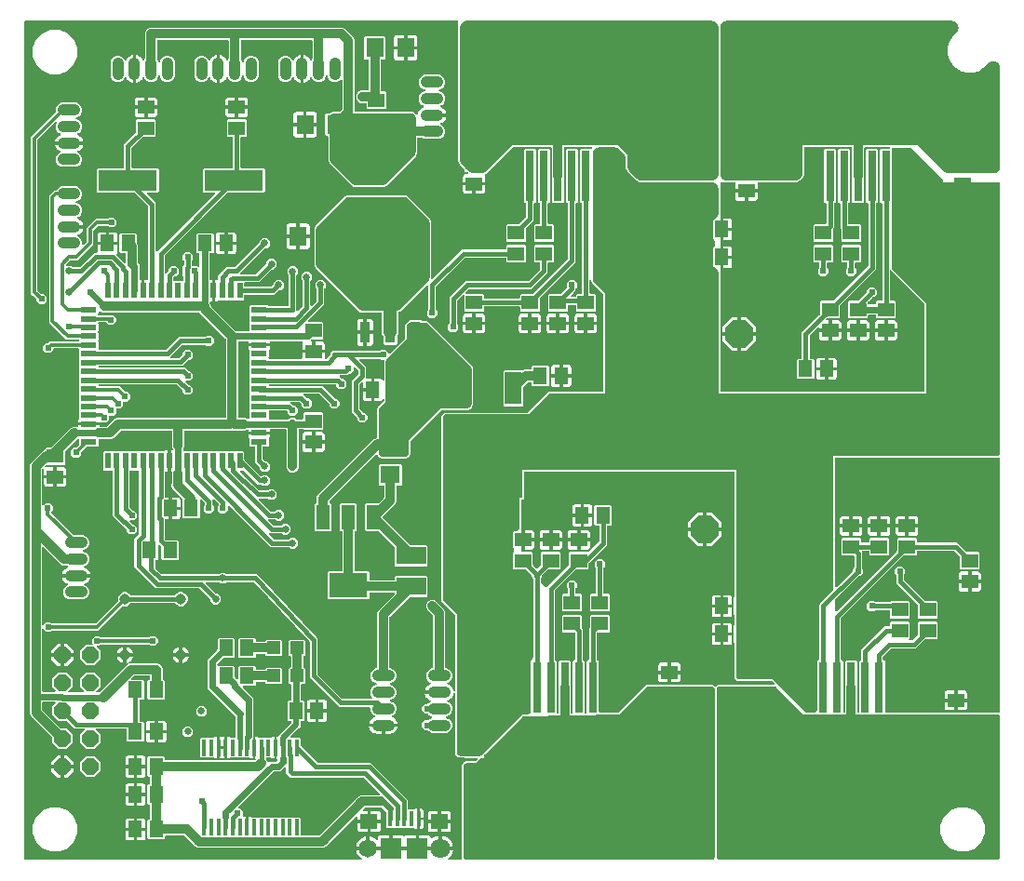
<source format=gbr>
G04 EAGLE Gerber RS-274X export*
G75*
%MOMM*%
%FSLAX34Y34*%
%LPD*%
%INTop Copper*%
%IPPOS*%
%AMOC8*
5,1,8,0,0,1.08239X$1,22.5*%
G01*
%ADD10R,1.500000X1.300000*%
%ADD11R,1.300000X1.500000*%
%ADD12C,2.540000*%
%ADD13P,2.749271X8X202.500000*%
%ADD14P,2.749271X8X22.500000*%
%ADD15C,1.050000*%
%ADD16R,0.800000X4.600000*%
%ADD17R,10.800000X9.400000*%
%ADD18R,0.400000X1.350000*%
%ADD19R,1.600000X1.400000*%
%ADD20R,1.900000X1.900000*%
%ADD21C,1.650000*%
%ADD22C,1.800000*%
%ADD23P,1.649562X8X112.500000*%
%ADD24R,1.200000X1.200000*%
%ADD25C,0.975000*%
%ADD26R,1.462000X0.517200*%
%ADD27R,0.517200X1.462000*%
%ADD28R,0.400000X1.500000*%
%ADD29C,2.100000*%
%ADD30R,5.334000X1.930400*%
%ADD31R,0.933900X1.965100*%
%ADD32R,3.233900X1.965100*%
%ADD33R,1.600000X1.800000*%
%ADD34C,1.450000*%
%ADD35R,1.200000X2.200000*%
%ADD36R,3.500000X2.200000*%
%ADD37R,1.800000X1.600000*%
%ADD38R,2.700000X1.600000*%
%ADD39R,1.500000X3.000000*%
%ADD40R,6.250000X6.800000*%
%ADD41C,0.609600*%
%ADD42C,0.654000*%
%ADD43C,0.812800*%
%ADD44C,0.604000*%
%ADD45C,0.406400*%
%ADD46C,0.304800*%
%ADD47C,0.508000*%
%ADD48C,1.219200*%
%ADD49C,0.152400*%

G36*
X310313Y3822D02*
X310313Y3822D01*
X310381Y3823D01*
X310434Y3841D01*
X310489Y3850D01*
X310549Y3882D01*
X310613Y3905D01*
X310657Y3939D01*
X310706Y3966D01*
X310753Y4015D01*
X310807Y4057D01*
X310837Y4103D01*
X310876Y4144D01*
X310904Y4206D01*
X310942Y4262D01*
X310956Y4316D01*
X310979Y4367D01*
X310987Y4434D01*
X311004Y4500D01*
X311000Y4556D01*
X311006Y4611D01*
X310992Y4678D01*
X310987Y4746D01*
X310966Y4797D01*
X310954Y4852D01*
X310919Y4910D01*
X310893Y4973D01*
X310857Y5015D01*
X310828Y5063D01*
X310776Y5107D01*
X310732Y5158D01*
X310666Y5201D01*
X310641Y5223D01*
X310622Y5231D01*
X310600Y5245D01*
X309220Y6247D01*
X308019Y7448D01*
X307021Y8823D01*
X306250Y10336D01*
X305725Y11951D01*
X305566Y12955D01*
X315488Y12955D01*
X315508Y12958D01*
X315527Y12956D01*
X315629Y12978D01*
X315731Y12995D01*
X315748Y13004D01*
X315768Y13008D01*
X315857Y13061D01*
X315948Y13110D01*
X315962Y13124D01*
X315979Y13134D01*
X316046Y13213D01*
X316117Y13288D01*
X316126Y13306D01*
X316139Y13321D01*
X316177Y13417D01*
X316221Y13511D01*
X316223Y13531D01*
X316231Y13549D01*
X316249Y13716D01*
X316249Y14479D01*
X316251Y14479D01*
X316251Y13716D01*
X316254Y13696D01*
X316252Y13677D01*
X316274Y13575D01*
X316291Y13473D01*
X316300Y13456D01*
X316304Y13436D01*
X316357Y13347D01*
X316406Y13256D01*
X316420Y13242D01*
X316430Y13225D01*
X316509Y13158D01*
X316584Y13087D01*
X316602Y13078D01*
X316617Y13065D01*
X316713Y13026D01*
X316807Y12983D01*
X316827Y12981D01*
X316845Y12973D01*
X317012Y12955D01*
X324448Y12955D01*
X336488Y12955D01*
X336508Y12958D01*
X336527Y12956D01*
X336629Y12978D01*
X336731Y12995D01*
X336748Y13004D01*
X336768Y13008D01*
X336857Y13061D01*
X336948Y13110D01*
X336962Y13124D01*
X336979Y13134D01*
X337046Y13213D01*
X337117Y13288D01*
X337126Y13306D01*
X337139Y13321D01*
X337178Y13417D01*
X337221Y13511D01*
X337223Y13531D01*
X337231Y13549D01*
X337249Y13716D01*
X337249Y14479D01*
X337251Y14479D01*
X337251Y13716D01*
X337254Y13696D01*
X337252Y13677D01*
X337274Y13575D01*
X337291Y13473D01*
X337300Y13456D01*
X337304Y13436D01*
X337357Y13347D01*
X337406Y13256D01*
X337420Y13242D01*
X337430Y13225D01*
X337509Y13158D01*
X337584Y13087D01*
X337602Y13078D01*
X337617Y13065D01*
X337713Y13026D01*
X337807Y12983D01*
X337827Y12981D01*
X337845Y12973D01*
X338012Y12955D01*
X360488Y12955D01*
X360508Y12958D01*
X360527Y12956D01*
X360629Y12978D01*
X360731Y12995D01*
X360748Y13004D01*
X360768Y13008D01*
X360857Y13061D01*
X360948Y13110D01*
X360962Y13124D01*
X360979Y13134D01*
X361046Y13213D01*
X361117Y13288D01*
X361126Y13306D01*
X361139Y13321D01*
X361178Y13417D01*
X361221Y13511D01*
X361223Y13531D01*
X361231Y13549D01*
X361249Y13716D01*
X361249Y14479D01*
X361251Y14479D01*
X361251Y13716D01*
X361254Y13696D01*
X361252Y13677D01*
X361274Y13575D01*
X361291Y13473D01*
X361300Y13456D01*
X361304Y13436D01*
X361357Y13347D01*
X361406Y13256D01*
X361420Y13242D01*
X361430Y13225D01*
X361509Y13158D01*
X361584Y13087D01*
X361602Y13078D01*
X361617Y13065D01*
X361713Y13026D01*
X361807Y12983D01*
X361827Y12981D01*
X361845Y12973D01*
X362012Y12955D01*
X374052Y12955D01*
X381488Y12955D01*
X381508Y12958D01*
X381527Y12956D01*
X381629Y12978D01*
X381731Y12995D01*
X381748Y13004D01*
X381768Y13008D01*
X381857Y13061D01*
X381948Y13110D01*
X381962Y13124D01*
X381979Y13134D01*
X382046Y13213D01*
X382117Y13288D01*
X382126Y13306D01*
X382139Y13321D01*
X382177Y13417D01*
X382221Y13511D01*
X382223Y13531D01*
X382231Y13549D01*
X382249Y13716D01*
X382249Y14479D01*
X382251Y14479D01*
X382251Y13716D01*
X382254Y13696D01*
X382252Y13677D01*
X382274Y13575D01*
X382291Y13473D01*
X382300Y13456D01*
X382304Y13436D01*
X382357Y13347D01*
X382406Y13256D01*
X382420Y13242D01*
X382430Y13225D01*
X382509Y13158D01*
X382584Y13087D01*
X382602Y13078D01*
X382617Y13065D01*
X382713Y13026D01*
X382807Y12983D01*
X382827Y12981D01*
X382845Y12973D01*
X383012Y12955D01*
X393693Y12955D01*
X393507Y11776D01*
X392945Y10048D01*
X392121Y8429D01*
X391053Y6960D01*
X389768Y5675D01*
X389097Y5188D01*
X389092Y5182D01*
X389085Y5178D01*
X389006Y5095D01*
X388924Y5013D01*
X388921Y5006D01*
X388915Y5000D01*
X388867Y4896D01*
X388816Y4792D01*
X388815Y4784D01*
X388812Y4777D01*
X388799Y4663D01*
X388784Y4548D01*
X388786Y4540D01*
X388785Y4533D01*
X388809Y4420D01*
X388831Y4307D01*
X388835Y4300D01*
X388837Y4292D01*
X388896Y4194D01*
X388953Y4093D01*
X388959Y4088D01*
X388963Y4081D01*
X389051Y4006D01*
X389137Y3929D01*
X389144Y3926D01*
X389150Y3921D01*
X389257Y3878D01*
X389363Y3833D01*
X389371Y3832D01*
X389378Y3829D01*
X389545Y3811D01*
X401066Y3811D01*
X401086Y3814D01*
X401105Y3812D01*
X401207Y3834D01*
X401309Y3850D01*
X401326Y3860D01*
X401346Y3864D01*
X401435Y3917D01*
X401526Y3966D01*
X401540Y3980D01*
X401557Y3990D01*
X401624Y4069D01*
X401696Y4144D01*
X401704Y4162D01*
X401717Y4177D01*
X401756Y4273D01*
X401799Y4367D01*
X401801Y4387D01*
X401809Y4405D01*
X401827Y4572D01*
X401827Y90794D01*
X403502Y92469D01*
X403555Y92543D01*
X403615Y92613D01*
X403627Y92643D01*
X403646Y92669D01*
X403673Y92756D01*
X403707Y92841D01*
X403710Y92866D01*
X404618Y93775D01*
X414018Y93775D01*
X414108Y93789D01*
X414199Y93797D01*
X414228Y93809D01*
X414260Y93814D01*
X414341Y93857D01*
X414425Y93893D01*
X414457Y93919D01*
X414478Y93930D01*
X414500Y93953D01*
X414556Y93998D01*
X415984Y95426D01*
X416026Y95484D01*
X416075Y95536D01*
X416097Y95583D01*
X416127Y95625D01*
X416149Y95694D01*
X416179Y95759D01*
X416184Y95811D01*
X416200Y95861D01*
X416198Y95932D01*
X416206Y96003D01*
X416195Y96054D01*
X416193Y96106D01*
X416169Y96174D01*
X416154Y96244D01*
X416127Y96289D01*
X416109Y96337D01*
X416064Y96393D01*
X416027Y96455D01*
X415988Y96489D01*
X415955Y96529D01*
X415895Y96568D01*
X415841Y96615D01*
X415792Y96634D01*
X415748Y96662D01*
X415679Y96680D01*
X415612Y96707D01*
X415541Y96715D01*
X415510Y96723D01*
X415487Y96721D01*
X415446Y96725D01*
X404618Y96725D01*
X404539Y96804D01*
X404465Y96857D01*
X404396Y96917D01*
X404366Y96929D01*
X404340Y96948D01*
X404253Y96975D01*
X404168Y97009D01*
X404127Y97013D01*
X404105Y97020D01*
X404072Y97019D01*
X404001Y97027D01*
X398156Y97027D01*
X395477Y99706D01*
X395477Y155176D01*
X395469Y155224D01*
X395471Y155273D01*
X395450Y155345D01*
X395438Y155418D01*
X395415Y155462D01*
X395401Y155509D01*
X395357Y155570D01*
X395322Y155636D01*
X395287Y155669D01*
X395259Y155709D01*
X395198Y155754D01*
X395144Y155805D01*
X395100Y155826D01*
X395060Y155855D01*
X394989Y155877D01*
X394921Y155909D01*
X394872Y155914D01*
X394826Y155929D01*
X394751Y155928D01*
X394677Y155936D01*
X394629Y155925D01*
X394580Y155925D01*
X394509Y155899D01*
X394436Y155884D01*
X394394Y155858D01*
X394348Y155842D01*
X394289Y155796D01*
X394225Y155757D01*
X394193Y155720D01*
X394155Y155690D01*
X394114Y155627D01*
X394065Y155570D01*
X394047Y155525D01*
X394020Y155484D01*
X393982Y155365D01*
X393973Y155342D01*
X393972Y155333D01*
X393969Y155324D01*
X393741Y154178D01*
X393154Y152760D01*
X392301Y151484D01*
X391216Y150399D01*
X389940Y149546D01*
X388872Y149103D01*
X388811Y149066D01*
X388746Y149037D01*
X388707Y149001D01*
X388663Y148974D01*
X388617Y148919D01*
X388564Y148870D01*
X388539Y148825D01*
X388506Y148784D01*
X388480Y148717D01*
X388446Y148655D01*
X388437Y148603D01*
X388418Y148555D01*
X388415Y148483D01*
X388402Y148413D01*
X388410Y148361D01*
X388408Y148309D01*
X388428Y148240D01*
X388438Y148169D01*
X388462Y148123D01*
X388476Y148073D01*
X388517Y148014D01*
X388549Y147950D01*
X388587Y147913D01*
X388616Y147871D01*
X388674Y147828D01*
X388725Y147778D01*
X388788Y147743D01*
X388814Y147724D01*
X388836Y147717D01*
X388872Y147697D01*
X390088Y147193D01*
X391993Y145288D01*
X393025Y142798D01*
X393025Y140102D01*
X391993Y137612D01*
X390088Y135707D01*
X387545Y134653D01*
X387484Y134615D01*
X387418Y134586D01*
X387380Y134551D01*
X387335Y134524D01*
X387290Y134468D01*
X387237Y134420D01*
X387212Y134374D01*
X387179Y134334D01*
X387153Y134267D01*
X387118Y134204D01*
X387109Y134153D01*
X387090Y134105D01*
X387087Y134033D01*
X387075Y133962D01*
X387082Y133911D01*
X387080Y133859D01*
X387100Y133790D01*
X387110Y133719D01*
X387134Y133673D01*
X387149Y133623D01*
X387189Y133564D01*
X387222Y133500D01*
X387259Y133463D01*
X387289Y133421D01*
X387346Y133378D01*
X387398Y133328D01*
X387460Y133293D01*
X387486Y133274D01*
X387508Y133267D01*
X387545Y133247D01*
X390088Y132193D01*
X391993Y130288D01*
X393025Y127798D01*
X393025Y125102D01*
X391993Y122612D01*
X390088Y120707D01*
X387598Y119675D01*
X374402Y119675D01*
X371912Y120707D01*
X370937Y121682D01*
X370863Y121735D01*
X370793Y121795D01*
X370763Y121807D01*
X370737Y121826D01*
X370650Y121853D01*
X370565Y121887D01*
X370524Y121891D01*
X370502Y121898D01*
X370470Y121897D01*
X370398Y121905D01*
X368157Y121905D01*
X365494Y124567D01*
X365494Y128333D01*
X368157Y130995D01*
X370398Y130995D01*
X370489Y131009D01*
X370579Y131017D01*
X370609Y131029D01*
X370641Y131034D01*
X370722Y131077D01*
X370806Y131113D01*
X370838Y131139D01*
X370859Y131150D01*
X370881Y131173D01*
X370937Y131218D01*
X371912Y132193D01*
X374455Y133247D01*
X374516Y133285D01*
X374582Y133314D01*
X374620Y133349D01*
X374665Y133376D01*
X374710Y133432D01*
X374763Y133480D01*
X374788Y133526D01*
X374821Y133566D01*
X374847Y133633D01*
X374882Y133696D01*
X374891Y133747D01*
X374910Y133795D01*
X374913Y133867D01*
X374925Y133938D01*
X374918Y133989D01*
X374920Y134041D01*
X374900Y134110D01*
X374890Y134181D01*
X374866Y134227D01*
X374851Y134277D01*
X374811Y134336D01*
X374778Y134400D01*
X374741Y134437D01*
X374711Y134479D01*
X374654Y134522D01*
X374602Y134572D01*
X374540Y134607D01*
X374514Y134626D01*
X374492Y134633D01*
X374455Y134653D01*
X371912Y135707D01*
X370937Y136682D01*
X370863Y136735D01*
X370793Y136795D01*
X370763Y136807D01*
X370737Y136826D01*
X370650Y136853D01*
X370565Y136887D01*
X370524Y136891D01*
X370502Y136898D01*
X370470Y136897D01*
X370398Y136905D01*
X368157Y136905D01*
X365494Y139567D01*
X365494Y143333D01*
X368157Y145995D01*
X370398Y145995D01*
X370489Y146009D01*
X370579Y146017D01*
X370609Y146029D01*
X370641Y146034D01*
X370722Y146077D01*
X370806Y146113D01*
X370838Y146139D01*
X370859Y146150D01*
X370881Y146173D01*
X370937Y146218D01*
X371912Y147193D01*
X373128Y147697D01*
X373189Y147735D01*
X373254Y147764D01*
X373293Y147799D01*
X373337Y147826D01*
X373383Y147882D01*
X373436Y147930D01*
X373461Y147976D01*
X373494Y148016D01*
X373520Y148083D01*
X373554Y148146D01*
X373563Y148197D01*
X373582Y148246D01*
X373585Y148317D01*
X373598Y148388D01*
X373590Y148439D01*
X373592Y148491D01*
X373572Y148560D01*
X373562Y148631D01*
X373538Y148678D01*
X373524Y148728D01*
X373483Y148786D01*
X373451Y148850D01*
X373413Y148887D01*
X373384Y148930D01*
X373326Y148972D01*
X373275Y149023D01*
X373212Y149057D01*
X373186Y149076D01*
X373164Y149084D01*
X373128Y149103D01*
X372060Y149546D01*
X370784Y150399D01*
X369699Y151484D01*
X368846Y152760D01*
X368259Y154178D01*
X368110Y154927D01*
X380238Y154927D01*
X380258Y154930D01*
X380277Y154928D01*
X380379Y154950D01*
X380481Y154967D01*
X380498Y154976D01*
X380518Y154980D01*
X380607Y155033D01*
X380698Y155082D01*
X380712Y155096D01*
X380729Y155106D01*
X380796Y155185D01*
X380867Y155260D01*
X380876Y155278D01*
X380889Y155293D01*
X380927Y155389D01*
X380971Y155483D01*
X380973Y155503D01*
X380981Y155521D01*
X380999Y155688D01*
X380999Y157212D01*
X380996Y157232D01*
X380998Y157251D01*
X380976Y157353D01*
X380959Y157455D01*
X380950Y157472D01*
X380946Y157492D01*
X380893Y157581D01*
X380844Y157672D01*
X380830Y157686D01*
X380820Y157703D01*
X380741Y157770D01*
X380666Y157841D01*
X380648Y157850D01*
X380633Y157863D01*
X380537Y157902D01*
X380443Y157945D01*
X380423Y157947D01*
X380405Y157955D01*
X380238Y157973D01*
X368110Y157973D01*
X368259Y158722D01*
X368846Y160140D01*
X369699Y161416D01*
X370784Y162501D01*
X372060Y163354D01*
X373128Y163797D01*
X373189Y163834D01*
X373254Y163863D01*
X373293Y163899D01*
X373337Y163926D01*
X373383Y163981D01*
X373436Y164030D01*
X373461Y164075D01*
X373494Y164116D01*
X373520Y164183D01*
X373554Y164245D01*
X373563Y164297D01*
X373582Y164345D01*
X373585Y164417D01*
X373598Y164487D01*
X373590Y164539D01*
X373592Y164591D01*
X373573Y164660D01*
X373562Y164731D01*
X373538Y164777D01*
X373524Y164827D01*
X373483Y164886D01*
X373451Y164950D01*
X373413Y164987D01*
X373384Y165029D01*
X373326Y165072D01*
X373275Y165122D01*
X373212Y165157D01*
X373186Y165176D01*
X373164Y165183D01*
X373128Y165203D01*
X371912Y165707D01*
X370007Y167612D01*
X368975Y170102D01*
X368975Y172798D01*
X370007Y175288D01*
X371912Y177193D01*
X374402Y178225D01*
X374650Y178225D01*
X374670Y178228D01*
X374689Y178226D01*
X374791Y178248D01*
X374893Y178264D01*
X374910Y178274D01*
X374930Y178278D01*
X375019Y178331D01*
X375110Y178380D01*
X375124Y178394D01*
X375141Y178404D01*
X375208Y178483D01*
X375280Y178558D01*
X375288Y178576D01*
X375301Y178591D01*
X375340Y178687D01*
X375383Y178781D01*
X375385Y178801D01*
X375393Y178819D01*
X375411Y178986D01*
X375411Y225970D01*
X375397Y226060D01*
X375389Y226151D01*
X375377Y226181D01*
X375372Y226212D01*
X375329Y226293D01*
X375293Y226377D01*
X375267Y226409D01*
X375256Y226430D01*
X375233Y226452D01*
X375188Y226508D01*
X369912Y231784D01*
X369061Y233838D01*
X369061Y236062D01*
X369912Y238116D01*
X371484Y239688D01*
X373538Y240539D01*
X375762Y240539D01*
X377816Y239688D01*
X385738Y231766D01*
X386589Y229712D01*
X386589Y178986D01*
X386592Y178966D01*
X386590Y178947D01*
X386612Y178845D01*
X386628Y178743D01*
X386638Y178726D01*
X386642Y178706D01*
X386695Y178617D01*
X386744Y178526D01*
X386758Y178512D01*
X386768Y178495D01*
X386847Y178428D01*
X386922Y178356D01*
X386940Y178348D01*
X386955Y178335D01*
X387051Y178296D01*
X387145Y178253D01*
X387165Y178251D01*
X387183Y178243D01*
X387350Y178225D01*
X387598Y178225D01*
X390088Y177193D01*
X391993Y175288D01*
X393025Y172798D01*
X393025Y170102D01*
X391993Y167612D01*
X390088Y165707D01*
X388872Y165203D01*
X388811Y165165D01*
X388746Y165136D01*
X388707Y165101D01*
X388663Y165074D01*
X388617Y165018D01*
X388564Y164970D01*
X388539Y164924D01*
X388506Y164884D01*
X388480Y164817D01*
X388446Y164754D01*
X388437Y164703D01*
X388418Y164654D01*
X388415Y164583D01*
X388402Y164512D01*
X388410Y164461D01*
X388408Y164409D01*
X388427Y164340D01*
X388438Y164269D01*
X388462Y164222D01*
X388476Y164172D01*
X388517Y164114D01*
X388549Y164050D01*
X388587Y164013D01*
X388616Y163970D01*
X388674Y163928D01*
X388725Y163877D01*
X388788Y163843D01*
X388814Y163824D01*
X388836Y163816D01*
X388872Y163797D01*
X389940Y163354D01*
X391216Y162501D01*
X392301Y161416D01*
X393154Y160140D01*
X393741Y158722D01*
X393969Y157576D01*
X393987Y157530D01*
X393995Y157482D01*
X394029Y157416D01*
X394056Y157346D01*
X394087Y157308D01*
X394110Y157264D01*
X394164Y157213D01*
X394211Y157155D01*
X394252Y157129D01*
X394288Y157095D01*
X394356Y157063D01*
X394419Y157023D01*
X394467Y157012D01*
X394511Y156991D01*
X394585Y156983D01*
X394658Y156965D01*
X394707Y156970D01*
X394755Y156964D01*
X394828Y156980D01*
X394903Y156986D01*
X394948Y157006D01*
X394996Y157016D01*
X395060Y157055D01*
X395129Y157085D01*
X395165Y157117D01*
X395207Y157143D01*
X395256Y157199D01*
X395311Y157250D01*
X395335Y157292D01*
X395367Y157330D01*
X395395Y157399D01*
X395431Y157464D01*
X395440Y157512D01*
X395459Y157558D01*
X395473Y157682D01*
X395477Y157706D01*
X395476Y157715D01*
X395477Y157724D01*
X395477Y226391D01*
X395463Y226481D01*
X395455Y226572D01*
X395443Y226601D01*
X395438Y226633D01*
X395395Y226714D01*
X395359Y226798D01*
X395333Y226830D01*
X395322Y226851D01*
X395299Y226873D01*
X395254Y226929D01*
X382777Y239406D01*
X382777Y408294D01*
X385456Y410973D01*
X461341Y410973D01*
X461431Y410987D01*
X461522Y410995D01*
X461551Y411007D01*
X461583Y411012D01*
X461664Y411055D01*
X461748Y411091D01*
X461780Y411117D01*
X461801Y411128D01*
X461823Y411151D01*
X461879Y411196D01*
X480706Y430023D01*
X529649Y430023D01*
X529668Y430026D01*
X529688Y430024D01*
X529789Y430046D01*
X529891Y430062D01*
X529909Y430072D01*
X529928Y430076D01*
X530017Y430129D01*
X530109Y430178D01*
X530122Y430192D01*
X530140Y430202D01*
X530207Y430281D01*
X530278Y430356D01*
X530286Y430374D01*
X530299Y430389D01*
X530338Y430485D01*
X530382Y430579D01*
X530384Y430599D01*
X530391Y430617D01*
X530410Y430784D01*
X530410Y518588D01*
X530395Y518678D01*
X530388Y518769D01*
X530375Y518799D01*
X530370Y518831D01*
X530327Y518912D01*
X530292Y518996D01*
X530266Y519028D01*
X530255Y519048D01*
X530232Y519071D01*
X530187Y519127D01*
X520374Y528939D01*
X519371Y531360D01*
X519320Y531443D01*
X519274Y531529D01*
X519255Y531547D01*
X519242Y531569D01*
X519167Y531632D01*
X519096Y531699D01*
X519072Y531710D01*
X519052Y531726D01*
X518961Y531761D01*
X518873Y531802D01*
X518847Y531805D01*
X518823Y531814D01*
X518725Y531819D01*
X518629Y531829D01*
X518603Y531824D01*
X518577Y531825D01*
X518483Y531798D01*
X518388Y531777D01*
X518366Y531764D01*
X518341Y531756D01*
X518261Y531701D01*
X518177Y531651D01*
X518160Y531631D01*
X518139Y531616D01*
X518080Y531538D01*
X518017Y531464D01*
X518007Y531440D01*
X517992Y531419D01*
X517962Y531326D01*
X517925Y531236D01*
X517922Y531203D01*
X517916Y531185D01*
X517916Y531152D01*
X517907Y531069D01*
X517907Y519936D01*
X517910Y519917D01*
X517908Y519899D01*
X517908Y519898D01*
X517908Y519897D01*
X517930Y519795D01*
X517946Y519693D01*
X517956Y519676D01*
X517960Y519656D01*
X518013Y519567D01*
X518062Y519476D01*
X518076Y519462D01*
X518086Y519445D01*
X518165Y519378D01*
X518240Y519306D01*
X518258Y519298D01*
X518273Y519285D01*
X518369Y519246D01*
X518463Y519203D01*
X518483Y519201D01*
X518501Y519193D01*
X518668Y519175D01*
X522482Y519175D01*
X523375Y518282D01*
X523375Y504018D01*
X522482Y503125D01*
X506218Y503125D01*
X505325Y504018D01*
X505325Y508432D01*
X505322Y508452D01*
X505324Y508471D01*
X505302Y508573D01*
X505286Y508675D01*
X505276Y508692D01*
X505272Y508712D01*
X505219Y508801D01*
X505170Y508892D01*
X505156Y508906D01*
X505146Y508923D01*
X505067Y508990D01*
X504992Y509062D01*
X504974Y509070D01*
X504959Y509083D01*
X504863Y509122D01*
X504769Y509165D01*
X504749Y509167D01*
X504731Y509175D01*
X504564Y509193D01*
X498736Y509193D01*
X498716Y509190D01*
X498697Y509192D01*
X498595Y509170D01*
X498493Y509154D01*
X498476Y509144D01*
X498456Y509140D01*
X498367Y509087D01*
X498276Y509038D01*
X498262Y509024D01*
X498245Y509014D01*
X498178Y508935D01*
X498106Y508860D01*
X498098Y508842D01*
X498085Y508827D01*
X498046Y508731D01*
X498003Y508637D01*
X498001Y508617D01*
X497993Y508599D01*
X497975Y508432D01*
X497975Y504018D01*
X497082Y503125D01*
X480818Y503125D01*
X479925Y504018D01*
X479925Y518282D01*
X480818Y519175D01*
X491629Y519175D01*
X491720Y519189D01*
X491810Y519197D01*
X491840Y519209D01*
X491872Y519214D01*
X491953Y519257D01*
X492037Y519293D01*
X492069Y519319D01*
X492090Y519330D01*
X492092Y519332D01*
X492112Y519353D01*
X492168Y519398D01*
X496983Y524213D01*
X496995Y524229D01*
X497010Y524242D01*
X497066Y524329D01*
X497127Y524413D01*
X497132Y524432D01*
X497143Y524449D01*
X497169Y524549D01*
X497199Y524648D01*
X497198Y524668D01*
X497203Y524687D01*
X497195Y524790D01*
X497193Y524894D01*
X497186Y524913D01*
X497184Y524932D01*
X497144Y525027D01*
X497108Y525125D01*
X497105Y525128D01*
X497105Y528933D01*
X499767Y531595D01*
X503533Y531595D01*
X506195Y528933D01*
X506195Y525167D01*
X505430Y524402D01*
X505377Y524329D01*
X505317Y524259D01*
X505305Y524229D01*
X505286Y524203D01*
X505259Y524116D01*
X505225Y524031D01*
X505221Y523990D01*
X505214Y523968D01*
X505215Y523935D01*
X505207Y523864D01*
X505207Y522377D01*
X502900Y520070D01*
X500436Y517606D01*
X500394Y517548D01*
X500345Y517496D01*
X500323Y517449D01*
X500293Y517407D01*
X500272Y517338D01*
X500241Y517273D01*
X500236Y517221D01*
X500220Y517171D01*
X500222Y517100D01*
X500214Y517029D01*
X500225Y516978D01*
X500227Y516926D01*
X500251Y516858D01*
X500267Y516788D01*
X500293Y516743D01*
X500311Y516695D01*
X500356Y516639D01*
X500393Y516577D01*
X500432Y516543D01*
X500465Y516503D01*
X500525Y516464D01*
X500580Y516417D01*
X500628Y516398D01*
X500672Y516370D01*
X500741Y516352D01*
X500808Y516325D01*
X500879Y516317D01*
X500910Y516309D01*
X500934Y516311D01*
X500975Y516307D01*
X504564Y516307D01*
X504584Y516310D01*
X504603Y516308D01*
X504705Y516330D01*
X504807Y516346D01*
X504824Y516356D01*
X504844Y516360D01*
X504933Y516413D01*
X505024Y516462D01*
X505038Y516476D01*
X505055Y516486D01*
X505122Y516565D01*
X505194Y516640D01*
X505202Y516658D01*
X505215Y516673D01*
X505254Y516769D01*
X505297Y516863D01*
X505299Y516883D01*
X505307Y516901D01*
X505325Y517068D01*
X505325Y518282D01*
X506218Y519175D01*
X510032Y519175D01*
X510052Y519178D01*
X510071Y519176D01*
X510173Y519198D01*
X510275Y519214D01*
X510292Y519224D01*
X510312Y519228D01*
X510401Y519281D01*
X510492Y519330D01*
X510506Y519344D01*
X510523Y519354D01*
X510590Y519433D01*
X510662Y519508D01*
X510670Y519526D01*
X510683Y519541D01*
X510722Y519637D01*
X510765Y519731D01*
X510767Y519751D01*
X510775Y519769D01*
X510793Y519936D01*
X510793Y600964D01*
X510790Y600984D01*
X510792Y601003D01*
X510770Y601105D01*
X510754Y601207D01*
X510744Y601224D01*
X510740Y601244D01*
X510687Y601333D01*
X510638Y601424D01*
X510624Y601438D01*
X510614Y601455D01*
X510535Y601522D01*
X510460Y601594D01*
X510442Y601602D01*
X510427Y601615D01*
X510331Y601654D01*
X510237Y601697D01*
X510217Y601699D01*
X510199Y601707D01*
X510032Y601725D01*
X509718Y601725D01*
X508825Y602618D01*
X508825Y649882D01*
X509718Y650775D01*
X519291Y650775D01*
X519406Y650794D01*
X519522Y650811D01*
X519528Y650813D01*
X519534Y650814D01*
X519637Y650869D01*
X519742Y650922D01*
X519746Y650927D01*
X519752Y650930D01*
X519831Y651014D01*
X519914Y651098D01*
X519917Y651104D01*
X519921Y651108D01*
X519929Y651125D01*
X519995Y651245D01*
X520089Y651473D01*
X520100Y651517D01*
X520119Y651559D01*
X520128Y651636D01*
X520145Y651712D01*
X520141Y651758D01*
X520146Y651803D01*
X520130Y651880D01*
X520122Y651957D01*
X520104Y651999D01*
X520094Y652044D01*
X520054Y652111D01*
X520022Y652182D01*
X519991Y652216D01*
X519968Y652255D01*
X519909Y652306D01*
X519856Y652363D01*
X519816Y652385D01*
X519781Y652415D01*
X519708Y652444D01*
X519640Y652481D01*
X519595Y652490D01*
X519553Y652507D01*
X519417Y652522D01*
X519398Y652525D01*
X519393Y652524D01*
X519386Y652525D01*
X495300Y652525D01*
X495280Y652522D01*
X495261Y652524D01*
X495159Y652502D01*
X495057Y652486D01*
X495040Y652476D01*
X495020Y652472D01*
X494931Y652419D01*
X494840Y652370D01*
X494826Y652356D01*
X494809Y652346D01*
X494742Y652267D01*
X494670Y652192D01*
X494662Y652174D01*
X494649Y652159D01*
X494610Y652063D01*
X494567Y651969D01*
X494565Y651949D01*
X494557Y651931D01*
X494539Y651764D01*
X494539Y625138D01*
X494533Y625124D01*
X494518Y625060D01*
X494493Y624999D01*
X494484Y624916D01*
X494477Y624884D01*
X494478Y624865D01*
X494475Y624832D01*
X494475Y602618D01*
X493582Y601725D01*
X484318Y601725D01*
X483425Y602618D01*
X483425Y624832D01*
X483415Y624897D01*
X483414Y624963D01*
X483391Y625043D01*
X483386Y625075D01*
X483376Y625092D01*
X483367Y625124D01*
X483361Y625138D01*
X483361Y651764D01*
X483358Y651784D01*
X483360Y651803D01*
X483338Y651905D01*
X483322Y652007D01*
X483312Y652024D01*
X483308Y652044D01*
X483255Y652133D01*
X483206Y652224D01*
X483192Y652238D01*
X483182Y652255D01*
X483103Y652322D01*
X483028Y652394D01*
X483010Y652402D01*
X482995Y652415D01*
X482899Y652454D01*
X482805Y652497D01*
X482785Y652499D01*
X482767Y652507D01*
X482600Y652525D01*
X457006Y652525D01*
X456935Y652514D01*
X456863Y652512D01*
X456814Y652494D01*
X456763Y652486D01*
X456700Y652452D01*
X456632Y652427D01*
X456621Y652418D01*
X456535Y652441D01*
X456360Y652492D01*
X456342Y652494D01*
X456325Y652498D01*
X455994Y652525D01*
X448603Y652525D01*
X448577Y652523D01*
X448550Y652525D01*
X448376Y652503D01*
X448203Y652485D01*
X448177Y652478D01*
X448150Y652474D01*
X447985Y652419D01*
X447818Y652367D01*
X447794Y652354D01*
X447769Y652346D01*
X447617Y652259D01*
X447464Y652175D01*
X447443Y652158D01*
X447420Y652145D01*
X447167Y651930D01*
X443010Y647773D01*
X423561Y628324D01*
X422813Y628014D01*
X422753Y627978D01*
X422690Y627950D01*
X422649Y627913D01*
X422603Y627885D01*
X422559Y627831D01*
X422508Y627784D01*
X422481Y627737D01*
X422447Y627695D01*
X422422Y627630D01*
X422388Y627569D01*
X422378Y627516D01*
X422358Y627466D01*
X422356Y627396D01*
X422343Y627327D01*
X422350Y627274D01*
X422348Y627220D01*
X422367Y627153D01*
X422377Y627084D01*
X422408Y627015D01*
X422417Y626984D01*
X422429Y626965D01*
X422445Y626930D01*
X422618Y626631D01*
X422791Y625984D01*
X422791Y620673D01*
X413512Y620673D01*
X413492Y620670D01*
X413473Y620672D01*
X413371Y620650D01*
X413269Y620633D01*
X413252Y620624D01*
X413232Y620620D01*
X413143Y620567D01*
X413052Y620518D01*
X413038Y620504D01*
X413021Y620494D01*
X412954Y620415D01*
X412883Y620340D01*
X412874Y620322D01*
X412861Y620307D01*
X412822Y620211D01*
X412779Y620117D01*
X412777Y620097D01*
X412769Y620079D01*
X412751Y619912D01*
X412751Y619149D01*
X412749Y619149D01*
X412749Y619912D01*
X412746Y619932D01*
X412748Y619951D01*
X412726Y620053D01*
X412709Y620155D01*
X412700Y620172D01*
X412696Y620192D01*
X412643Y620281D01*
X412594Y620372D01*
X412580Y620386D01*
X412570Y620403D01*
X412491Y620470D01*
X412416Y620541D01*
X412398Y620550D01*
X412383Y620563D01*
X412287Y620602D01*
X412193Y620645D01*
X412173Y620647D01*
X412155Y620655D01*
X411988Y620673D01*
X402709Y620673D01*
X402709Y625984D01*
X402882Y626631D01*
X403217Y627210D01*
X403690Y627683D01*
X404269Y628018D01*
X404916Y628191D01*
X406585Y628191D01*
X406656Y628202D01*
X406727Y628204D01*
X406776Y628222D01*
X406828Y628230D01*
X406891Y628264D01*
X406958Y628289D01*
X406999Y628321D01*
X407045Y628346D01*
X407094Y628397D01*
X407150Y628442D01*
X407179Y628486D01*
X407214Y628524D01*
X407245Y628589D01*
X407283Y628649D01*
X407296Y628700D01*
X407318Y628747D01*
X407326Y628818D01*
X407343Y628888D01*
X407339Y628940D01*
X407345Y628991D01*
X407330Y629062D01*
X407324Y629133D01*
X407304Y629181D01*
X407293Y629232D01*
X407256Y629293D01*
X407228Y629359D01*
X407183Y629415D01*
X407167Y629443D01*
X407149Y629458D01*
X407123Y629490D01*
X406711Y629902D01*
X406637Y629956D01*
X406568Y630015D01*
X406538Y630027D01*
X406511Y630046D01*
X406424Y630073D01*
X406340Y630107D01*
X406299Y630111D01*
X406276Y630118D01*
X406244Y630117D01*
X406173Y630125D01*
X404618Y630125D01*
X403725Y631018D01*
X403725Y632573D01*
X403711Y632663D01*
X403703Y632754D01*
X403691Y632784D01*
X403686Y632816D01*
X403643Y632896D01*
X403607Y632980D01*
X403581Y633012D01*
X403570Y633033D01*
X403547Y633055D01*
X403502Y633111D01*
X399724Y636889D01*
X398525Y639784D01*
X398525Y766828D01*
X398522Y766848D01*
X398524Y766867D01*
X398502Y766969D01*
X398486Y767071D01*
X398476Y767088D01*
X398472Y767108D01*
X398419Y767197D01*
X398370Y767288D01*
X398356Y767302D01*
X398346Y767319D01*
X398267Y767386D01*
X398192Y767458D01*
X398174Y767466D01*
X398159Y767479D01*
X398063Y767518D01*
X397969Y767561D01*
X397949Y767563D01*
X397931Y767571D01*
X397764Y767589D01*
X4572Y767589D01*
X4552Y767586D01*
X4533Y767588D01*
X4431Y767566D01*
X4329Y767550D01*
X4312Y767540D01*
X4292Y767536D01*
X4203Y767483D01*
X4112Y767434D01*
X4098Y767420D01*
X4081Y767410D01*
X4014Y767331D01*
X3942Y767256D01*
X3934Y767238D01*
X3921Y767223D01*
X3882Y767127D01*
X3839Y767033D01*
X3837Y767013D01*
X3829Y766995D01*
X3811Y766828D01*
X3811Y4572D01*
X3814Y4552D01*
X3812Y4533D01*
X3834Y4431D01*
X3850Y4329D01*
X3860Y4312D01*
X3864Y4292D01*
X3917Y4203D01*
X3966Y4112D01*
X3980Y4098D01*
X3990Y4081D01*
X4069Y4014D01*
X4144Y3942D01*
X4162Y3934D01*
X4177Y3921D01*
X4273Y3882D01*
X4367Y3839D01*
X4387Y3837D01*
X4405Y3829D01*
X4572Y3811D01*
X310246Y3811D01*
X310313Y3822D01*
G37*
G36*
X651009Y171374D02*
X651009Y171374D01*
X651007Y171298D01*
X651029Y171129D01*
X651043Y170958D01*
X651061Y170884D01*
X651071Y170809D01*
X651120Y170645D01*
X651161Y170479D01*
X651191Y170410D01*
X651213Y170337D01*
X651289Y170183D01*
X651356Y170026D01*
X651397Y169962D01*
X651430Y169893D01*
X651529Y169754D01*
X651621Y169610D01*
X651672Y169553D01*
X651716Y169491D01*
X651836Y169370D01*
X651950Y169242D01*
X652009Y169194D01*
X652063Y169140D01*
X652201Y169039D01*
X652334Y168932D01*
X652400Y168895D01*
X652461Y168850D01*
X652614Y168773D01*
X652762Y168688D01*
X652834Y168662D01*
X652902Y168627D01*
X653065Y168576D01*
X653225Y168517D01*
X653300Y168502D01*
X653372Y168479D01*
X653477Y168467D01*
X653709Y168422D01*
X653945Y168415D01*
X654050Y168403D01*
X684538Y168403D01*
X714125Y138815D01*
X714212Y138741D01*
X714293Y138660D01*
X714400Y138582D01*
X714501Y138496D01*
X714599Y138437D01*
X714691Y138370D01*
X714810Y138310D01*
X714924Y138241D01*
X715030Y138199D01*
X715132Y138147D01*
X715259Y138107D01*
X715382Y138058D01*
X715493Y138033D01*
X715602Y137999D01*
X715696Y137989D01*
X715864Y137951D01*
X716188Y137933D01*
X716280Y137923D01*
X721678Y137923D01*
X721754Y137929D01*
X721830Y137927D01*
X721999Y137949D01*
X722170Y137963D01*
X722244Y137981D01*
X722319Y137991D01*
X722483Y138040D01*
X722649Y138081D01*
X722718Y138111D01*
X722792Y138133D01*
X722945Y138209D01*
X723102Y138276D01*
X723166Y138317D01*
X723235Y138350D01*
X723374Y138449D01*
X723518Y138541D01*
X723575Y138592D01*
X723637Y138636D01*
X723758Y138756D01*
X723886Y138870D01*
X723934Y138929D01*
X723988Y138983D01*
X724089Y139121D01*
X724196Y139254D01*
X724233Y139320D01*
X724278Y139381D01*
X724355Y139534D01*
X724440Y139682D01*
X724466Y139754D01*
X724501Y139822D01*
X724552Y139985D01*
X724611Y140145D01*
X724626Y140220D01*
X724649Y140292D01*
X724661Y140397D01*
X724706Y140629D01*
X724713Y140865D01*
X724725Y140970D01*
X724725Y184782D01*
X725801Y185857D01*
X725875Y185944D01*
X725956Y186024D01*
X726034Y186132D01*
X726120Y186233D01*
X726179Y186331D01*
X726246Y186423D01*
X726306Y186542D01*
X726375Y186656D01*
X726417Y186762D01*
X726469Y186864D01*
X726509Y186990D01*
X726558Y187114D01*
X726583Y187225D01*
X726617Y187334D01*
X726627Y187427D01*
X726665Y187595D01*
X726683Y187920D01*
X726693Y188012D01*
X726693Y235657D01*
X727235Y236965D01*
X728664Y238394D01*
X738755Y248485D01*
X738829Y248572D01*
X738910Y248652D01*
X738988Y248759D01*
X739074Y248861D01*
X739133Y248959D01*
X739200Y249051D01*
X739260Y249169D01*
X739329Y249283D01*
X739371Y249389D01*
X739423Y249491D01*
X739463Y249618D01*
X739512Y249741D01*
X739537Y249853D01*
X739571Y249962D01*
X739581Y250055D01*
X739619Y250223D01*
X739623Y250305D01*
X739628Y250330D01*
X739632Y250467D01*
X739637Y250547D01*
X739647Y250639D01*
X739647Y371603D01*
X888292Y371603D01*
X888368Y371609D01*
X888444Y371607D01*
X888613Y371629D01*
X888784Y371643D01*
X888858Y371661D01*
X888933Y371671D01*
X889097Y371720D01*
X889263Y371761D01*
X889332Y371791D01*
X889406Y371813D01*
X889559Y371889D01*
X889716Y371956D01*
X889780Y371997D01*
X889849Y372030D01*
X889988Y372129D01*
X890132Y372221D01*
X890189Y372272D01*
X890251Y372316D01*
X890372Y372436D01*
X890500Y372550D01*
X890548Y372609D01*
X890602Y372663D01*
X890703Y372801D01*
X890810Y372934D01*
X890847Y373000D01*
X890892Y373061D01*
X890969Y373214D01*
X891054Y373362D01*
X891080Y373434D01*
X891115Y373502D01*
X891166Y373665D01*
X891225Y373825D01*
X891240Y373900D01*
X891263Y373972D01*
X891275Y374077D01*
X891320Y374309D01*
X891327Y374545D01*
X891339Y374650D01*
X891339Y619125D01*
X891324Y619243D01*
X891317Y619362D01*
X891304Y619400D01*
X891299Y619441D01*
X891256Y619551D01*
X891219Y619664D01*
X891197Y619699D01*
X891182Y619736D01*
X891113Y619832D01*
X891049Y619933D01*
X891019Y619961D01*
X890996Y619994D01*
X890904Y620070D01*
X890817Y620151D01*
X890782Y620171D01*
X890751Y620196D01*
X890643Y620247D01*
X890539Y620305D01*
X890499Y620315D01*
X890463Y620332D01*
X890346Y620354D01*
X890231Y620384D01*
X890171Y620388D01*
X890151Y620392D01*
X890130Y620390D01*
X890070Y620394D01*
X839469Y620394D01*
X839469Y622300D01*
X839457Y622398D01*
X839454Y622497D01*
X839437Y622555D01*
X839429Y622616D01*
X839393Y622708D01*
X839365Y622803D01*
X839335Y622855D01*
X839312Y622911D01*
X839254Y622991D01*
X839204Y623077D01*
X839138Y623152D01*
X839126Y623169D01*
X839116Y623176D01*
X839098Y623198D01*
X810523Y651773D01*
X810444Y651833D01*
X810372Y651901D01*
X810319Y651930D01*
X810271Y651967D01*
X810180Y652007D01*
X810094Y652055D01*
X810035Y652070D01*
X809979Y652094D01*
X809881Y652109D01*
X809786Y652134D01*
X809686Y652140D01*
X809665Y652144D01*
X809653Y652142D01*
X809625Y652144D01*
X793750Y652144D01*
X793632Y652129D01*
X793513Y652122D01*
X793475Y652109D01*
X793434Y652104D01*
X793324Y652061D01*
X793211Y652024D01*
X793176Y652002D01*
X793139Y651987D01*
X793043Y651918D01*
X792942Y651854D01*
X792914Y651824D01*
X792881Y651801D01*
X792806Y651709D01*
X792724Y651622D01*
X792704Y651587D01*
X792679Y651556D01*
X792628Y651448D01*
X792570Y651344D01*
X792560Y651304D01*
X792543Y651268D01*
X792521Y651151D01*
X792491Y651036D01*
X792487Y650976D01*
X792483Y650956D01*
X792485Y650935D01*
X792481Y650875D01*
X792481Y650851D01*
X792493Y650753D01*
X792496Y650654D01*
X792513Y650596D01*
X792521Y650536D01*
X792557Y650444D01*
X792585Y650349D01*
X792615Y650296D01*
X792638Y650240D01*
X792696Y650160D01*
X792746Y650075D01*
X792812Y649999D01*
X792824Y649983D01*
X792834Y649975D01*
X792853Y649954D01*
X792925Y649882D01*
X792925Y602618D01*
X792853Y602546D01*
X792792Y602468D01*
X792724Y602396D01*
X792695Y602343D01*
X792658Y602295D01*
X792618Y602204D01*
X792570Y602117D01*
X792555Y602059D01*
X792531Y602003D01*
X792516Y601905D01*
X792491Y601809D01*
X792485Y601709D01*
X792481Y601689D01*
X792483Y601677D01*
X792481Y601649D01*
X792481Y542925D01*
X792493Y542827D01*
X792496Y542728D01*
X792513Y542670D01*
X792521Y542609D01*
X792557Y542517D01*
X792585Y542422D01*
X792615Y542370D01*
X792638Y542314D01*
X792696Y542234D01*
X792746Y542148D01*
X792812Y542073D01*
X792824Y542056D01*
X792834Y542049D01*
X792853Y542028D01*
X824231Y510649D01*
X824231Y428497D01*
X634999Y428497D01*
X634999Y537670D01*
X634989Y537851D01*
X634989Y538033D01*
X634969Y538207D01*
X634959Y538381D01*
X634929Y538560D01*
X634908Y538741D01*
X634869Y538911D01*
X634840Y539084D01*
X634790Y539258D01*
X634749Y539436D01*
X634691Y539600D01*
X634643Y539768D01*
X634573Y539936D01*
X634513Y540108D01*
X634437Y540265D01*
X634370Y540426D01*
X634282Y540585D01*
X634203Y540749D01*
X634109Y540897D01*
X634025Y541050D01*
X633920Y541197D01*
X633823Y541352D01*
X633713Y541489D01*
X633613Y541631D01*
X633492Y541766D01*
X633378Y541908D01*
X633254Y542032D01*
X633138Y542162D01*
X633002Y542283D01*
X632873Y542411D01*
X632736Y542520D01*
X632606Y542636D01*
X632458Y542741D01*
X632315Y542854D01*
X632168Y542947D01*
X632025Y543048D01*
X631865Y543136D01*
X631712Y543232D01*
X631552Y543309D01*
X631401Y543392D01*
X631241Y543458D01*
X631080Y543536D01*
X630786Y543657D01*
X630357Y544086D01*
X630125Y544647D01*
X630125Y560253D01*
X630371Y560847D01*
X630450Y560936D01*
X630679Y561192D01*
X630680Y561194D01*
X630682Y561196D01*
X630885Y561483D01*
X631091Y561773D01*
X631092Y561775D01*
X631094Y561778D01*
X631269Y562094D01*
X631435Y562396D01*
X631436Y562399D01*
X631438Y562401D01*
X631581Y562748D01*
X631708Y563054D01*
X631709Y563057D01*
X631710Y563060D01*
X631808Y563402D01*
X631905Y563739D01*
X631906Y563742D01*
X631906Y563745D01*
X631964Y564089D01*
X632024Y564441D01*
X632024Y564444D01*
X632025Y564447D01*
X632044Y564805D01*
X632064Y565153D01*
X632064Y565156D01*
X632064Y565159D01*
X632043Y565517D01*
X632023Y565864D01*
X632023Y565867D01*
X632023Y565870D01*
X631963Y566219D01*
X631904Y566566D01*
X631903Y566569D01*
X631902Y566572D01*
X631809Y566894D01*
X631706Y567251D01*
X631705Y567253D01*
X631704Y567256D01*
X631570Y567579D01*
X631433Y567909D01*
X631432Y567911D01*
X631431Y567914D01*
X631261Y568220D01*
X631088Y568532D01*
X631086Y568534D01*
X631085Y568537D01*
X630880Y568825D01*
X630675Y569113D01*
X630673Y569115D01*
X630672Y569117D01*
X630371Y569453D01*
X630125Y570047D01*
X630125Y585653D01*
X630357Y586214D01*
X630786Y586643D01*
X631080Y586764D01*
X631243Y586843D01*
X631411Y586913D01*
X631564Y586998D01*
X631722Y587073D01*
X631875Y587170D01*
X632035Y587258D01*
X632177Y587359D01*
X632325Y587452D01*
X632467Y587566D01*
X632615Y587671D01*
X632745Y587788D01*
X632882Y587897D01*
X633010Y588025D01*
X633146Y588147D01*
X633262Y588277D01*
X633385Y588400D01*
X633499Y588543D01*
X633620Y588678D01*
X633721Y588821D01*
X633829Y588958D01*
X633926Y589112D01*
X634031Y589260D01*
X634115Y589413D01*
X634208Y589561D01*
X634287Y589725D01*
X634375Y589884D01*
X634441Y590045D01*
X634517Y590203D01*
X634577Y590375D01*
X634646Y590543D01*
X634694Y590711D01*
X634752Y590875D01*
X634792Y591053D01*
X634842Y591228D01*
X634871Y591400D01*
X634910Y591570D01*
X634930Y591751D01*
X634961Y591930D01*
X634970Y592108D01*
X634989Y592278D01*
X634989Y592451D01*
X634999Y592630D01*
X634999Y614426D01*
X634999Y614429D01*
X634999Y614432D01*
X634979Y614779D01*
X634959Y615137D01*
X634959Y615140D01*
X634959Y615143D01*
X634900Y615483D01*
X634840Y615840D01*
X634839Y615842D01*
X634839Y615845D01*
X634739Y616190D01*
X634643Y616524D01*
X634641Y616527D01*
X634641Y616530D01*
X634506Y616854D01*
X634370Y617182D01*
X634368Y617185D01*
X634367Y617187D01*
X634195Y617499D01*
X634025Y617806D01*
X634023Y617808D01*
X634022Y617811D01*
X633811Y618108D01*
X633613Y618387D01*
X633611Y618389D01*
X633609Y618391D01*
X633369Y618659D01*
X633138Y618918D01*
X633135Y618920D01*
X633134Y618922D01*
X632866Y619160D01*
X632606Y619392D01*
X632604Y619394D01*
X632602Y619396D01*
X632321Y619594D01*
X632025Y619804D01*
X632022Y619806D01*
X632020Y619807D01*
X631724Y619970D01*
X631401Y620148D01*
X631398Y620149D01*
X631396Y620151D01*
X631078Y620282D01*
X630743Y620420D01*
X630740Y620421D01*
X630737Y620422D01*
X630408Y620517D01*
X630058Y620617D01*
X630055Y620618D01*
X630053Y620618D01*
X629699Y620678D01*
X629356Y620736D01*
X629353Y620736D01*
X629350Y620737D01*
X628650Y620775D01*
X563584Y620775D01*
X560689Y621974D01*
X552124Y630539D01*
X550925Y633434D01*
X550925Y641808D01*
X550925Y641812D01*
X550925Y641817D01*
X550905Y642170D01*
X550885Y642520D01*
X550885Y642524D01*
X550884Y642528D01*
X550824Y642879D01*
X550766Y643222D01*
X550765Y643226D01*
X550764Y643230D01*
X550662Y643582D01*
X550569Y643906D01*
X550567Y643910D01*
X550566Y643915D01*
X550430Y644241D01*
X550296Y644565D01*
X550294Y644568D01*
X550292Y644572D01*
X550122Y644879D01*
X549951Y645188D01*
X549949Y645191D01*
X549946Y645195D01*
X549734Y645494D01*
X549539Y645769D01*
X549536Y645772D01*
X549533Y645776D01*
X549066Y646298D01*
X544698Y650666D01*
X544695Y650668D01*
X544692Y650672D01*
X544429Y650906D01*
X544167Y651140D01*
X544163Y651143D01*
X544160Y651146D01*
X543875Y651347D01*
X543586Y651553D01*
X543582Y651555D01*
X543578Y651557D01*
X543268Y651728D01*
X542962Y651897D01*
X542958Y651899D01*
X542954Y651901D01*
X542629Y652035D01*
X542304Y652170D01*
X542299Y652171D01*
X542296Y652172D01*
X541957Y652269D01*
X541619Y652367D01*
X541615Y652367D01*
X541611Y652368D01*
X541254Y652428D01*
X540917Y652486D01*
X540913Y652486D01*
X540908Y652487D01*
X540208Y652525D01*
X527050Y652525D01*
X527047Y652525D01*
X527044Y652525D01*
X526697Y652505D01*
X526339Y652485D01*
X526336Y652485D01*
X526333Y652485D01*
X525993Y652426D01*
X525636Y652366D01*
X525634Y652365D01*
X525631Y652365D01*
X525286Y652265D01*
X524952Y652169D01*
X524949Y652167D01*
X524946Y652167D01*
X524622Y652032D01*
X524294Y651896D01*
X524291Y651894D01*
X524289Y651893D01*
X523977Y651721D01*
X523670Y651551D01*
X523668Y651549D01*
X523665Y651548D01*
X523368Y651337D01*
X523089Y651139D01*
X523087Y651137D01*
X523085Y651135D01*
X522817Y650895D01*
X522558Y650664D01*
X522557Y650661D01*
X522554Y650660D01*
X522316Y650392D01*
X522084Y650132D01*
X522082Y650130D01*
X522080Y650128D01*
X521882Y649847D01*
X521672Y649551D01*
X521671Y649548D01*
X521669Y649546D01*
X521506Y649250D01*
X521328Y648927D01*
X521327Y648924D01*
X521325Y648922D01*
X521194Y648604D01*
X521056Y648269D01*
X521055Y648266D01*
X521054Y648263D01*
X520960Y647934D01*
X520859Y647584D01*
X520858Y647581D01*
X520858Y647579D01*
X520798Y647225D01*
X520740Y646882D01*
X520740Y646879D01*
X520739Y646876D01*
X520701Y646176D01*
X520701Y533400D01*
X520701Y533396D01*
X520701Y533391D01*
X520722Y533029D01*
X520741Y532689D01*
X520741Y532684D01*
X520742Y532680D01*
X520802Y532329D01*
X520860Y531986D01*
X520861Y531982D01*
X520862Y531978D01*
X520964Y531626D01*
X521057Y531302D01*
X521059Y531298D01*
X521060Y531294D01*
X521196Y530968D01*
X521330Y530644D01*
X521332Y530640D01*
X521334Y530636D01*
X521504Y530329D01*
X521675Y530020D01*
X521677Y530017D01*
X521680Y530013D01*
X521892Y529714D01*
X522088Y529439D01*
X522090Y529436D01*
X522093Y529433D01*
X522560Y528910D01*
X531935Y519535D01*
X531935Y428497D01*
X482600Y428497D01*
X482486Y428488D01*
X482372Y428489D01*
X482241Y428468D01*
X482108Y428457D01*
X481998Y428430D01*
X481885Y428412D01*
X481758Y428371D01*
X481629Y428339D01*
X481525Y428294D01*
X481416Y428258D01*
X481298Y428196D01*
X481176Y428144D01*
X481080Y428083D01*
X480978Y428030D01*
X480905Y427971D01*
X480760Y427879D01*
X480518Y427663D01*
X480445Y427605D01*
X462288Y409447D01*
X387350Y409447D01*
X387274Y409441D01*
X387198Y409443D01*
X387029Y409421D01*
X386858Y409407D01*
X386784Y409389D01*
X386709Y409379D01*
X386545Y409330D01*
X386379Y409289D01*
X386310Y409259D01*
X386237Y409237D01*
X386083Y409161D01*
X385926Y409094D01*
X385862Y409053D01*
X385793Y409020D01*
X385654Y408921D01*
X385510Y408829D01*
X385453Y408778D01*
X385391Y408734D01*
X385270Y408614D01*
X385142Y408500D01*
X385094Y408441D01*
X385040Y408387D01*
X384939Y408249D01*
X384832Y408116D01*
X384795Y408050D01*
X384750Y407989D01*
X384673Y407836D01*
X384588Y407688D01*
X384562Y407616D01*
X384527Y407548D01*
X384476Y407385D01*
X384417Y407225D01*
X384402Y407150D01*
X384379Y407078D01*
X384367Y406973D01*
X384322Y406741D01*
X384315Y406505D01*
X384303Y406400D01*
X384303Y241300D01*
X384312Y241186D01*
X384311Y241072D01*
X384332Y240941D01*
X384343Y240808D01*
X384370Y240698D01*
X384388Y240585D01*
X384429Y240458D01*
X384461Y240329D01*
X384506Y240225D01*
X384542Y240116D01*
X384604Y239998D01*
X384656Y239876D01*
X384717Y239780D01*
X384770Y239678D01*
X384829Y239605D01*
X384921Y239460D01*
X385137Y239218D01*
X385195Y239145D01*
X397003Y227338D01*
X397003Y101600D01*
X397009Y101524D01*
X397007Y101448D01*
X397029Y101279D01*
X397043Y101108D01*
X397061Y101034D01*
X397071Y100959D01*
X397120Y100795D01*
X397161Y100629D01*
X397191Y100560D01*
X397213Y100487D01*
X397289Y100333D01*
X397356Y100176D01*
X397397Y100112D01*
X397430Y100043D01*
X397529Y99904D01*
X397621Y99760D01*
X397672Y99703D01*
X397716Y99641D01*
X397836Y99520D01*
X397950Y99392D01*
X398009Y99344D01*
X398063Y99290D01*
X398201Y99189D01*
X398334Y99082D01*
X398400Y99045D01*
X398461Y99000D01*
X398614Y98923D01*
X398762Y98838D01*
X398834Y98812D01*
X398902Y98777D01*
X399065Y98726D01*
X399225Y98667D01*
X399300Y98652D01*
X399372Y98629D01*
X399477Y98617D01*
X399709Y98572D01*
X399945Y98565D01*
X400050Y98553D01*
X417849Y98553D01*
X417962Y98562D01*
X418077Y98561D01*
X418208Y98582D01*
X418340Y98593D01*
X418451Y98620D01*
X418564Y98638D01*
X418690Y98679D01*
X418819Y98711D01*
X418924Y98756D01*
X419033Y98792D01*
X419151Y98854D01*
X419273Y98906D01*
X419369Y98967D01*
X419470Y99020D01*
X419544Y99079D01*
X419689Y99171D01*
X419931Y99387D01*
X420003Y99445D01*
X455374Y134816D01*
X455397Y134843D01*
X455416Y134859D01*
X456027Y135494D01*
X456842Y135832D01*
X456873Y135848D01*
X456897Y135855D01*
X457704Y136208D01*
X458586Y136208D01*
X458621Y136211D01*
X458646Y136209D01*
X461388Y136263D01*
X461434Y136267D01*
X461480Y136266D01*
X461679Y136292D01*
X461879Y136312D01*
X461923Y136324D01*
X461969Y136330D01*
X462162Y136388D01*
X462355Y136440D01*
X462397Y136459D01*
X462442Y136473D01*
X462622Y136561D01*
X462804Y136644D01*
X462843Y136669D01*
X462885Y136690D01*
X463048Y136806D01*
X463215Y136917D01*
X463249Y136948D01*
X463287Y136975D01*
X463430Y137116D01*
X463577Y137253D01*
X463605Y137289D01*
X463638Y137322D01*
X463756Y137484D01*
X463879Y137642D01*
X463901Y137683D01*
X463928Y137721D01*
X464019Y137900D01*
X464115Y138076D01*
X464130Y138120D01*
X464151Y138161D01*
X464211Y138353D01*
X464277Y138542D01*
X464285Y138587D01*
X464299Y138631D01*
X464310Y138730D01*
X464362Y139028D01*
X464364Y139212D01*
X464375Y139309D01*
X464375Y184782D01*
X465451Y185857D01*
X465525Y185944D01*
X465606Y186024D01*
X465684Y186132D01*
X465770Y186233D01*
X465829Y186331D01*
X465896Y186423D01*
X465956Y186542D01*
X466025Y186656D01*
X466067Y186762D01*
X466119Y186864D01*
X466159Y186990D01*
X466208Y187114D01*
X466233Y187225D01*
X466267Y187334D01*
X466277Y187428D01*
X466315Y187595D01*
X466333Y187920D01*
X466343Y188012D01*
X466343Y259655D01*
X466342Y259664D01*
X466343Y259674D01*
X466323Y259905D01*
X466303Y260146D01*
X466301Y260156D01*
X466300Y260165D01*
X466289Y260204D01*
X466185Y260625D01*
X466133Y260745D01*
X466111Y260821D01*
X465440Y262441D01*
X465436Y262450D01*
X465433Y262459D01*
X465322Y262672D01*
X465215Y262880D01*
X465209Y262888D01*
X465205Y262897D01*
X465179Y262928D01*
X464922Y263277D01*
X464828Y263369D01*
X464779Y263430D01*
X460877Y267333D01*
X460790Y267407D01*
X460709Y267488D01*
X460602Y267566D01*
X460501Y267652D01*
X460403Y267711D01*
X460311Y267778D01*
X460192Y267838D01*
X460078Y267907D01*
X459972Y267949D01*
X459870Y268001D01*
X459743Y268041D01*
X459620Y268090D01*
X459509Y268115D01*
X459400Y268149D01*
X459306Y268159D01*
X459138Y268197D01*
X458814Y268215D01*
X458722Y268225D01*
X449068Y268225D01*
X448175Y269118D01*
X448175Y283382D01*
X448389Y283595D01*
X448438Y283653D01*
X448494Y283706D01*
X448598Y283841D01*
X448708Y283971D01*
X448748Y284037D01*
X448794Y284097D01*
X448875Y284247D01*
X448963Y284394D01*
X448991Y284465D01*
X449027Y284532D01*
X449083Y284693D01*
X449146Y284852D01*
X449163Y284926D01*
X449187Y284998D01*
X449216Y285167D01*
X449253Y285334D01*
X449257Y285410D01*
X449270Y285485D01*
X449271Y285656D01*
X449281Y285826D01*
X449272Y285902D01*
X449273Y285978D01*
X449246Y286147D01*
X449228Y286317D01*
X449208Y286390D01*
X449196Y286465D01*
X449143Y286628D01*
X449098Y286792D01*
X449066Y286862D01*
X449042Y286934D01*
X448963Y287085D01*
X448892Y287241D01*
X448849Y287304D01*
X448814Y287372D01*
X448749Y287454D01*
X448617Y287650D01*
X448455Y287823D01*
X448389Y287905D01*
X448175Y288118D01*
X448175Y302382D01*
X449068Y303275D01*
X450850Y303275D01*
X450926Y303281D01*
X451002Y303279D01*
X451171Y303301D01*
X451342Y303315D01*
X451416Y303333D01*
X451491Y303343D01*
X451655Y303392D01*
X451821Y303433D01*
X451890Y303463D01*
X451964Y303485D01*
X452117Y303561D01*
X452274Y303628D01*
X452338Y303669D01*
X452407Y303702D01*
X452546Y303801D01*
X452690Y303893D01*
X452747Y303944D01*
X452809Y303988D01*
X452930Y304108D01*
X453058Y304222D01*
X453106Y304281D01*
X453160Y304335D01*
X453261Y304473D01*
X453368Y304606D01*
X453405Y304672D01*
X453450Y304733D01*
X453527Y304886D01*
X453612Y305034D01*
X453638Y305106D01*
X453673Y305174D01*
X453724Y305337D01*
X453783Y305497D01*
X453798Y305572D01*
X453821Y305644D01*
X453833Y305749D01*
X453878Y305981D01*
X453885Y306217D01*
X453897Y306322D01*
X453897Y358903D01*
X651003Y358903D01*
X651003Y171450D01*
X651009Y171374D01*
G37*
%LPC*%
G36*
X34312Y105155D02*
X34312Y105155D01*
X28955Y110512D01*
X28955Y115226D01*
X28941Y115316D01*
X28933Y115407D01*
X28921Y115437D01*
X28916Y115468D01*
X28873Y115549D01*
X28837Y115633D01*
X28811Y115665D01*
X28800Y115686D01*
X28777Y115708D01*
X28732Y115764D01*
X9486Y135010D01*
X8635Y137064D01*
X8635Y363062D01*
X9486Y365116D01*
X20558Y376188D01*
X22255Y376891D01*
X22355Y376952D01*
X22372Y376963D01*
X22401Y376978D01*
X22405Y376983D01*
X22455Y377012D01*
X22459Y377017D01*
X22464Y377020D01*
X22539Y377110D01*
X22615Y377199D01*
X22617Y377205D01*
X22621Y377210D01*
X22663Y377318D01*
X22707Y377427D01*
X22708Y377435D01*
X22709Y377440D01*
X22710Y377458D01*
X22725Y377594D01*
X22725Y378582D01*
X23618Y379475D01*
X28356Y379475D01*
X28446Y379489D01*
X28537Y379497D01*
X28567Y379509D01*
X28598Y379514D01*
X28679Y379557D01*
X28763Y379593D01*
X28795Y379619D01*
X28816Y379630D01*
X28838Y379653D01*
X28894Y379698D01*
X46434Y397238D01*
X48488Y398089D01*
X50712Y398089D01*
X51327Y397834D01*
X51371Y397824D01*
X51413Y397804D01*
X51490Y397796D01*
X51566Y397778D01*
X51612Y397782D01*
X51657Y397777D01*
X51734Y397794D01*
X51811Y397801D01*
X51853Y397820D01*
X51898Y397829D01*
X51965Y397869D01*
X52036Y397901D01*
X52070Y397932D01*
X52109Y397955D01*
X52160Y398015D01*
X52217Y398067D01*
X52239Y398107D01*
X52269Y398142D01*
X52298Y398215D01*
X52335Y398283D01*
X52344Y398328D01*
X52361Y398371D01*
X52376Y398506D01*
X52379Y398525D01*
X52378Y398530D01*
X52379Y398537D01*
X52379Y399208D01*
X61699Y399208D01*
X61718Y399211D01*
X61738Y399209D01*
X61840Y399231D01*
X61942Y399247D01*
X61959Y399257D01*
X61979Y399261D01*
X62068Y399314D01*
X62159Y399363D01*
X62173Y399377D01*
X62190Y399387D01*
X62230Y399435D01*
X62258Y399411D01*
X62333Y399339D01*
X62351Y399331D01*
X62366Y399318D01*
X62463Y399279D01*
X62556Y399236D01*
X62576Y399234D01*
X62594Y399226D01*
X62761Y399208D01*
X72081Y399208D01*
X72081Y398850D01*
X72084Y398830D01*
X72082Y398811D01*
X72104Y398709D01*
X72120Y398607D01*
X72130Y398590D01*
X72134Y398570D01*
X72187Y398481D01*
X72236Y398390D01*
X72250Y398376D01*
X72260Y398359D01*
X72339Y398292D01*
X72414Y398220D01*
X72432Y398212D01*
X72447Y398199D01*
X72543Y398160D01*
X72637Y398117D01*
X72657Y398115D01*
X72675Y398107D01*
X72842Y398089D01*
X78720Y398089D01*
X78810Y398103D01*
X78901Y398111D01*
X78931Y398123D01*
X78962Y398128D01*
X79043Y398171D01*
X79127Y398207D01*
X79159Y398233D01*
X79180Y398244D01*
X79202Y398267D01*
X79258Y398312D01*
X86184Y405238D01*
X88238Y406089D01*
X186250Y406089D01*
X186270Y406092D01*
X186289Y406090D01*
X186391Y406112D01*
X186493Y406128D01*
X186510Y406138D01*
X186530Y406142D01*
X186619Y406195D01*
X186710Y406244D01*
X186724Y406258D01*
X186741Y406268D01*
X186808Y406347D01*
X186880Y406422D01*
X186888Y406440D01*
X186901Y406455D01*
X186940Y406551D01*
X186983Y406645D01*
X186985Y406665D01*
X186993Y406683D01*
X187011Y406850D01*
X187011Y477870D01*
X186997Y477960D01*
X186989Y478051D01*
X186977Y478081D01*
X186972Y478112D01*
X186929Y478193D01*
X186893Y478277D01*
X186867Y478309D01*
X186856Y478330D01*
X186833Y478352D01*
X186788Y478408D01*
X163008Y502188D01*
X162934Y502241D01*
X162865Y502301D01*
X162834Y502313D01*
X162808Y502332D01*
X162721Y502359D01*
X162636Y502393D01*
X162596Y502397D01*
X162573Y502404D01*
X162541Y502403D01*
X162470Y502411D01*
X75088Y502411D01*
X73034Y503262D01*
X72364Y503932D01*
X72306Y503974D01*
X72254Y504023D01*
X72207Y504045D01*
X72165Y504076D01*
X72096Y504097D01*
X72031Y504127D01*
X71979Y504133D01*
X71929Y504148D01*
X71858Y504146D01*
X71787Y504154D01*
X71736Y504143D01*
X71684Y504142D01*
X71616Y504117D01*
X71546Y504102D01*
X71501Y504075D01*
X71453Y504057D01*
X71397Y504012D01*
X71335Y503976D01*
X71301Y503936D01*
X71261Y503903D01*
X71222Y503843D01*
X71175Y503789D01*
X71156Y503740D01*
X71128Y503697D01*
X71110Y503627D01*
X71083Y503561D01*
X71075Y503489D01*
X71067Y503458D01*
X71069Y503435D01*
X71065Y503394D01*
X71065Y501282D01*
X70821Y501038D01*
X70809Y501022D01*
X70793Y501010D01*
X70737Y500923D01*
X70677Y500839D01*
X70671Y500820D01*
X70660Y500803D01*
X70635Y500702D01*
X70605Y500603D01*
X70605Y500583D01*
X70600Y500564D01*
X70608Y500461D01*
X70611Y500358D01*
X70618Y500339D01*
X70619Y500319D01*
X70660Y500224D01*
X70695Y500127D01*
X70708Y500111D01*
X70716Y500093D01*
X70821Y499962D01*
X71011Y499772D01*
X71085Y499718D01*
X71154Y499659D01*
X71184Y499647D01*
X71210Y499628D01*
X71297Y499601D01*
X71382Y499567D01*
X71423Y499563D01*
X71445Y499556D01*
X71478Y499557D01*
X71549Y499549D01*
X80056Y499549D01*
X80146Y499563D01*
X80237Y499571D01*
X80267Y499583D01*
X80299Y499588D01*
X80380Y499631D01*
X80463Y499667D01*
X80496Y499693D01*
X80516Y499704D01*
X80538Y499727D01*
X80594Y499772D01*
X80667Y499845D01*
X84433Y499845D01*
X87095Y497183D01*
X87095Y493417D01*
X84433Y490755D01*
X80667Y490755D01*
X78194Y493228D01*
X78121Y493281D01*
X78051Y493341D01*
X78021Y493353D01*
X77995Y493372D01*
X77908Y493399D01*
X77823Y493433D01*
X77782Y493437D01*
X77760Y493444D01*
X77727Y493443D01*
X77656Y493451D01*
X71549Y493451D01*
X71459Y493437D01*
X71368Y493429D01*
X71338Y493417D01*
X71306Y493412D01*
X71226Y493369D01*
X71142Y493333D01*
X71109Y493307D01*
X71089Y493296D01*
X71067Y493273D01*
X71011Y493228D01*
X70821Y493038D01*
X70809Y493022D01*
X70793Y493010D01*
X70737Y492923D01*
X70677Y492839D01*
X70671Y492820D01*
X70660Y492803D01*
X70635Y492703D01*
X70605Y492604D01*
X70605Y492584D01*
X70600Y492564D01*
X70608Y492461D01*
X70611Y492358D01*
X70618Y492339D01*
X70619Y492319D01*
X70660Y492224D01*
X70695Y492127D01*
X70708Y492111D01*
X70716Y492093D01*
X70821Y491962D01*
X71065Y491718D01*
X71065Y485282D01*
X70821Y485038D01*
X70809Y485022D01*
X70793Y485010D01*
X70737Y484923D01*
X70677Y484839D01*
X70671Y484820D01*
X70660Y484803D01*
X70635Y484702D01*
X70605Y484604D01*
X70605Y484584D01*
X70600Y484564D01*
X70608Y484461D01*
X70611Y484358D01*
X70618Y484339D01*
X70619Y484319D01*
X70660Y484224D01*
X70695Y484127D01*
X70708Y484111D01*
X70716Y484093D01*
X70821Y483962D01*
X71065Y483718D01*
X71065Y477282D01*
X70821Y477038D01*
X70809Y477022D01*
X70793Y477010D01*
X70737Y476923D01*
X70677Y476839D01*
X70671Y476820D01*
X70660Y476803D01*
X70635Y476702D01*
X70605Y476604D01*
X70605Y476584D01*
X70600Y476564D01*
X70608Y476461D01*
X70611Y476358D01*
X70618Y476339D01*
X70619Y476319D01*
X70660Y476224D01*
X70695Y476127D01*
X70708Y476111D01*
X70716Y476093D01*
X70821Y475962D01*
X71065Y475718D01*
X71065Y469264D01*
X71047Y469246D01*
X71025Y469199D01*
X70995Y469157D01*
X70974Y469088D01*
X70944Y469023D01*
X70938Y468971D01*
X70923Y468922D01*
X70925Y468850D01*
X70917Y468779D01*
X70928Y468728D01*
X70929Y468676D01*
X70954Y468608D01*
X70969Y468538D01*
X70996Y468493D01*
X71013Y468445D01*
X71058Y468389D01*
X71095Y468327D01*
X71135Y468293D01*
X71167Y468253D01*
X71227Y468214D01*
X71282Y468167D01*
X71330Y468148D01*
X71374Y468120D01*
X71444Y468102D01*
X71510Y468075D01*
X71581Y468067D01*
X71613Y468059D01*
X71636Y468061D01*
X71677Y468057D01*
X132511Y468057D01*
X132602Y468071D01*
X132692Y468079D01*
X132722Y468091D01*
X132754Y468096D01*
X132835Y468139D01*
X132919Y468175D01*
X132951Y468201D01*
X132972Y468212D01*
X132994Y468235D01*
X133050Y468280D01*
X144577Y479807D01*
X168264Y479807D01*
X168354Y479821D01*
X168445Y479829D01*
X168475Y479841D01*
X168507Y479846D01*
X168588Y479889D01*
X168672Y479925D01*
X168704Y479951D01*
X168724Y479962D01*
X168746Y479985D01*
X168802Y480030D01*
X169567Y480795D01*
X173333Y480795D01*
X175995Y478133D01*
X175995Y474367D01*
X173333Y471705D01*
X169567Y471705D01*
X168802Y472470D01*
X168728Y472523D01*
X168659Y472583D01*
X168629Y472595D01*
X168603Y472614D01*
X168516Y472641D01*
X168431Y472675D01*
X168390Y472679D01*
X168368Y472686D01*
X168335Y472685D01*
X168264Y472693D01*
X147839Y472693D01*
X147748Y472679D01*
X147658Y472671D01*
X147628Y472659D01*
X147596Y472654D01*
X147515Y472611D01*
X147431Y472575D01*
X147399Y472549D01*
X147378Y472538D01*
X147356Y472515D01*
X147300Y472470D01*
X136886Y462056D01*
X136844Y461998D01*
X136795Y461946D01*
X136773Y461899D01*
X136743Y461857D01*
X136722Y461788D01*
X136691Y461723D01*
X136686Y461671D01*
X136670Y461621D01*
X136672Y461550D01*
X136664Y461479D01*
X136675Y461428D01*
X136677Y461376D01*
X136701Y461308D01*
X136717Y461238D01*
X136743Y461193D01*
X136761Y461145D01*
X136806Y461089D01*
X136843Y461027D01*
X136882Y460993D01*
X136915Y460953D01*
X136975Y460914D01*
X137030Y460867D01*
X137078Y460848D01*
X137122Y460820D01*
X137191Y460802D01*
X137258Y460775D01*
X137329Y460767D01*
X137360Y460759D01*
X137384Y460761D01*
X137425Y460757D01*
X144261Y460757D01*
X144352Y460771D01*
X144442Y460779D01*
X144472Y460791D01*
X144504Y460796D01*
X144585Y460839D01*
X144669Y460875D01*
X144701Y460901D01*
X144722Y460912D01*
X144744Y460935D01*
X144800Y460980D01*
X147632Y463812D01*
X147685Y463886D01*
X147745Y463956D01*
X147757Y463986D01*
X147776Y464012D01*
X147803Y464099D01*
X147837Y464184D01*
X147841Y464225D01*
X147848Y464247D01*
X147847Y464279D01*
X147855Y464351D01*
X147855Y465433D01*
X150517Y468095D01*
X154283Y468095D01*
X156945Y465433D01*
X156945Y461667D01*
X154283Y459005D01*
X153201Y459005D01*
X153110Y458991D01*
X153020Y458983D01*
X152990Y458971D01*
X152958Y458966D01*
X152877Y458923D01*
X152793Y458887D01*
X152761Y458861D01*
X152740Y458850D01*
X152718Y458827D01*
X152662Y458782D01*
X147523Y453643D01*
X71741Y453643D01*
X71651Y453629D01*
X71560Y453621D01*
X71530Y453609D01*
X71498Y453604D01*
X71417Y453561D01*
X71334Y453525D01*
X71301Y453499D01*
X71281Y453488D01*
X71259Y453465D01*
X71203Y453420D01*
X71139Y453356D01*
X71097Y453298D01*
X71047Y453246D01*
X71025Y453199D01*
X70995Y453157D01*
X70974Y453088D01*
X70944Y453023D01*
X70938Y452971D01*
X70923Y452921D01*
X70925Y452850D01*
X70917Y452779D01*
X70928Y452728D01*
X70929Y452676D01*
X70954Y452608D01*
X70969Y452538D01*
X70996Y452494D01*
X71013Y452445D01*
X71058Y452389D01*
X71095Y452327D01*
X71135Y452293D01*
X71167Y452253D01*
X71227Y452214D01*
X71282Y452167D01*
X71330Y452148D01*
X71374Y452120D01*
X71444Y452102D01*
X71510Y452075D01*
X71581Y452067D01*
X71613Y452059D01*
X71636Y452061D01*
X71677Y452057D01*
X149873Y452057D01*
X152662Y449268D01*
X152736Y449215D01*
X152806Y449155D01*
X152836Y449143D01*
X152862Y449124D01*
X152949Y449097D01*
X153034Y449063D01*
X153075Y449059D01*
X153097Y449052D01*
X153129Y449053D01*
X153201Y449045D01*
X154283Y449045D01*
X156945Y446383D01*
X156945Y442617D01*
X154283Y439955D01*
X151113Y439955D01*
X151042Y439944D01*
X150970Y439942D01*
X150921Y439924D01*
X150870Y439916D01*
X150806Y439882D01*
X150739Y439857D01*
X150698Y439825D01*
X150652Y439800D01*
X150603Y439748D01*
X150547Y439704D01*
X150519Y439660D01*
X150483Y439622D01*
X150453Y439557D01*
X150414Y439497D01*
X150401Y439446D01*
X150379Y439399D01*
X150371Y439328D01*
X150354Y439258D01*
X150358Y439206D01*
X150352Y439155D01*
X150368Y439084D01*
X150373Y439013D01*
X150393Y438965D01*
X150405Y438914D01*
X150441Y438853D01*
X150469Y438787D01*
X150514Y438731D01*
X150531Y438703D01*
X150549Y438688D01*
X150574Y438656D01*
X152662Y436568D01*
X152736Y436515D01*
X152806Y436455D01*
X152836Y436443D01*
X152862Y436424D01*
X152949Y436397D01*
X153034Y436363D01*
X153075Y436359D01*
X153097Y436352D01*
X153129Y436353D01*
X153201Y436345D01*
X154283Y436345D01*
X156945Y433683D01*
X156945Y429917D01*
X154283Y427255D01*
X150517Y427255D01*
X147855Y429917D01*
X147855Y430999D01*
X147841Y431090D01*
X147833Y431180D01*
X147821Y431210D01*
X147816Y431242D01*
X147773Y431323D01*
X147737Y431407D01*
X147711Y431439D01*
X147700Y431460D01*
X147677Y431482D01*
X147632Y431538D01*
X142450Y436720D01*
X142376Y436773D01*
X142306Y436833D01*
X142276Y436845D01*
X142250Y436864D01*
X142163Y436891D01*
X142078Y436925D01*
X142037Y436929D01*
X142015Y436936D01*
X141983Y436935D01*
X141911Y436943D01*
X71677Y436943D01*
X71606Y436932D01*
X71534Y436930D01*
X71485Y436912D01*
X71434Y436904D01*
X71371Y436870D01*
X71303Y436845D01*
X71263Y436813D01*
X71217Y436788D01*
X71167Y436736D01*
X71111Y436692D01*
X71083Y436648D01*
X71047Y436610D01*
X71017Y436545D01*
X70978Y436485D01*
X70966Y436434D01*
X70944Y436387D01*
X70936Y436316D01*
X70918Y436246D01*
X70922Y436194D01*
X70917Y436143D01*
X70932Y436072D01*
X70937Y436001D01*
X70958Y435953D01*
X70969Y435902D01*
X71006Y435841D01*
X71034Y435775D01*
X71065Y435736D01*
X71065Y435610D01*
X71068Y435590D01*
X71066Y435571D01*
X71088Y435469D01*
X71104Y435367D01*
X71114Y435350D01*
X71118Y435330D01*
X71171Y435241D01*
X71220Y435150D01*
X71234Y435136D01*
X71244Y435119D01*
X71323Y435052D01*
X71398Y434980D01*
X71416Y434972D01*
X71431Y434959D01*
X71527Y434920D01*
X71621Y434877D01*
X71641Y434875D01*
X71659Y434867D01*
X71826Y434849D01*
X90620Y434849D01*
X95022Y430446D01*
X95096Y430393D01*
X95166Y430334D01*
X95196Y430322D01*
X95222Y430303D01*
X95309Y430276D01*
X95394Y430242D01*
X95435Y430237D01*
X95457Y430230D01*
X95489Y430231D01*
X95561Y430223D01*
X97361Y430223D01*
X100023Y427561D01*
X100023Y423796D01*
X97361Y421134D01*
X94358Y421134D01*
X94339Y421131D01*
X94319Y421133D01*
X94218Y421111D01*
X94116Y421094D01*
X94098Y421085D01*
X94079Y421081D01*
X93990Y421027D01*
X93898Y420979D01*
X93885Y420965D01*
X93867Y420954D01*
X93800Y420876D01*
X93729Y420801D01*
X93720Y420783D01*
X93708Y420767D01*
X93669Y420671D01*
X93625Y420578D01*
X93623Y420558D01*
X93616Y420539D01*
X93597Y420373D01*
X93597Y417370D01*
X90935Y414708D01*
X87932Y414708D01*
X87912Y414704D01*
X87893Y414707D01*
X87791Y414685D01*
X87689Y414668D01*
X87672Y414659D01*
X87652Y414654D01*
X87563Y414601D01*
X87472Y414553D01*
X87458Y414538D01*
X87441Y414528D01*
X87374Y414449D01*
X87303Y414374D01*
X87294Y414356D01*
X87281Y414341D01*
X87243Y414245D01*
X87199Y414151D01*
X87197Y414132D01*
X87189Y414113D01*
X87171Y413946D01*
X87171Y410944D01*
X84509Y408281D01*
X81506Y408281D01*
X81486Y408278D01*
X81467Y408280D01*
X81365Y408258D01*
X81263Y408242D01*
X81246Y408232D01*
X81226Y408228D01*
X81137Y408175D01*
X81046Y408127D01*
X81032Y408112D01*
X81015Y408102D01*
X80948Y408023D01*
X80876Y407948D01*
X80868Y407930D01*
X80855Y407915D01*
X80816Y407819D01*
X80773Y407725D01*
X80771Y407705D01*
X80763Y407687D01*
X80745Y407520D01*
X80745Y404517D01*
X78083Y401855D01*
X74317Y401855D01*
X73380Y402793D01*
X73322Y402834D01*
X73270Y402884D01*
X73223Y402906D01*
X73181Y402936D01*
X73112Y402957D01*
X73047Y402987D01*
X72995Y402993D01*
X72945Y403008D01*
X72874Y403007D01*
X72803Y403014D01*
X72752Y403003D01*
X72700Y403002D01*
X72632Y402977D01*
X72562Y402962D01*
X72517Y402935D01*
X72469Y402918D01*
X72413Y402873D01*
X72351Y402836D01*
X72317Y402796D01*
X72277Y402764D01*
X72238Y402704D01*
X72191Y402649D01*
X72172Y402601D01*
X72144Y402557D01*
X72126Y402487D01*
X72099Y402421D01*
X72091Y402350D01*
X72083Y402318D01*
X72085Y402295D01*
X72081Y402254D01*
X72081Y401792D01*
X62761Y401792D01*
X62742Y401789D01*
X62722Y401791D01*
X62620Y401769D01*
X62518Y401753D01*
X62501Y401743D01*
X62481Y401739D01*
X62392Y401686D01*
X62301Y401637D01*
X62287Y401623D01*
X62270Y401613D01*
X62230Y401565D01*
X62202Y401589D01*
X62127Y401661D01*
X62109Y401669D01*
X62094Y401682D01*
X61997Y401721D01*
X61904Y401764D01*
X61884Y401766D01*
X61866Y401774D01*
X61699Y401792D01*
X52379Y401792D01*
X52379Y403420D01*
X52552Y404067D01*
X52887Y404646D01*
X53172Y404931D01*
X53225Y405005D01*
X53285Y405075D01*
X53297Y405105D01*
X53316Y405131D01*
X53343Y405218D01*
X53377Y405303D01*
X53381Y405344D01*
X53388Y405366D01*
X53387Y405398D01*
X53395Y405470D01*
X53395Y411718D01*
X53639Y411962D01*
X53651Y411978D01*
X53667Y411990D01*
X53723Y412077D01*
X53783Y412161D01*
X53789Y412180D01*
X53800Y412197D01*
X53825Y412298D01*
X53855Y412397D01*
X53855Y412417D01*
X53860Y412436D01*
X53852Y412539D01*
X53849Y412642D01*
X53842Y412661D01*
X53841Y412681D01*
X53800Y412776D01*
X53765Y412873D01*
X53752Y412889D01*
X53744Y412907D01*
X53639Y413038D01*
X53395Y413282D01*
X53395Y419718D01*
X53639Y419962D01*
X53651Y419978D01*
X53667Y419990D01*
X53723Y420077D01*
X53783Y420161D01*
X53789Y420180D01*
X53800Y420197D01*
X53825Y420298D01*
X53855Y420397D01*
X53855Y420417D01*
X53860Y420436D01*
X53852Y420539D01*
X53849Y420642D01*
X53842Y420661D01*
X53841Y420681D01*
X53800Y420776D01*
X53765Y420873D01*
X53752Y420889D01*
X53744Y420907D01*
X53639Y421038D01*
X53395Y421282D01*
X53395Y427718D01*
X53639Y427962D01*
X53651Y427978D01*
X53667Y427990D01*
X53723Y428077D01*
X53783Y428161D01*
X53789Y428180D01*
X53800Y428197D01*
X53825Y428298D01*
X53855Y428397D01*
X53855Y428417D01*
X53860Y428436D01*
X53852Y428539D01*
X53849Y428642D01*
X53842Y428661D01*
X53841Y428681D01*
X53800Y428776D01*
X53765Y428873D01*
X53752Y428889D01*
X53744Y428907D01*
X53639Y429038D01*
X53395Y429282D01*
X53395Y435718D01*
X53639Y435962D01*
X53651Y435978D01*
X53667Y435990D01*
X53723Y436077D01*
X53783Y436161D01*
X53789Y436180D01*
X53800Y436197D01*
X53825Y436298D01*
X53855Y436397D01*
X53855Y436417D01*
X53860Y436436D01*
X53852Y436539D01*
X53849Y436642D01*
X53842Y436661D01*
X53841Y436681D01*
X53800Y436776D01*
X53765Y436873D01*
X53752Y436889D01*
X53744Y436907D01*
X53639Y437038D01*
X53395Y437282D01*
X53395Y443718D01*
X53639Y443962D01*
X53651Y443978D01*
X53667Y443990D01*
X53723Y444077D01*
X53783Y444161D01*
X53789Y444180D01*
X53800Y444197D01*
X53825Y444298D01*
X53855Y444397D01*
X53855Y444417D01*
X53860Y444436D01*
X53852Y444539D01*
X53849Y444642D01*
X53842Y444661D01*
X53841Y444681D01*
X53800Y444776D01*
X53765Y444873D01*
X53752Y444889D01*
X53744Y444907D01*
X53639Y445038D01*
X53395Y445282D01*
X53395Y451718D01*
X53639Y451962D01*
X53651Y451978D01*
X53667Y451990D01*
X53723Y452077D01*
X53783Y452161D01*
X53789Y452180D01*
X53800Y452197D01*
X53825Y452298D01*
X53855Y452397D01*
X53855Y452417D01*
X53860Y452436D01*
X53852Y452539D01*
X53849Y452642D01*
X53842Y452661D01*
X53841Y452681D01*
X53800Y452776D01*
X53765Y452873D01*
X53752Y452889D01*
X53744Y452907D01*
X53639Y453038D01*
X53395Y453282D01*
X53395Y459718D01*
X53639Y459962D01*
X53651Y459978D01*
X53667Y459990D01*
X53723Y460077D01*
X53783Y460161D01*
X53789Y460180D01*
X53800Y460197D01*
X53825Y460298D01*
X53855Y460396D01*
X53855Y460416D01*
X53860Y460436D01*
X53852Y460539D01*
X53849Y460642D01*
X53842Y460661D01*
X53841Y460681D01*
X53800Y460776D01*
X53765Y460873D01*
X53752Y460889D01*
X53744Y460907D01*
X53639Y461038D01*
X53395Y461282D01*
X53395Y467718D01*
X53639Y467962D01*
X53651Y467978D01*
X53667Y467990D01*
X53723Y468078D01*
X53783Y468161D01*
X53789Y468180D01*
X53800Y468197D01*
X53825Y468298D01*
X53855Y468397D01*
X53855Y468417D01*
X53860Y468436D01*
X53852Y468539D01*
X53849Y468642D01*
X53842Y468661D01*
X53841Y468681D01*
X53800Y468776D01*
X53765Y468873D01*
X53752Y468889D01*
X53744Y468907D01*
X53639Y469038D01*
X53449Y469228D01*
X53375Y469282D01*
X53306Y469341D01*
X53276Y469353D01*
X53250Y469372D01*
X53163Y469399D01*
X53078Y469433D01*
X53037Y469437D01*
X53015Y469444D01*
X52982Y469443D01*
X52911Y469451D01*
X30706Y469451D01*
X30686Y469448D01*
X30667Y469450D01*
X30565Y469428D01*
X30463Y469412D01*
X30446Y469402D01*
X30426Y469398D01*
X30337Y469345D01*
X30246Y469296D01*
X30232Y469282D01*
X30215Y469272D01*
X30148Y469193D01*
X30076Y469118D01*
X30068Y469100D01*
X30055Y469085D01*
X30016Y468989D01*
X29973Y468895D01*
X29971Y468875D01*
X29963Y468857D01*
X29945Y468690D01*
X29945Y468017D01*
X27283Y465355D01*
X23517Y465355D01*
X20855Y468017D01*
X20855Y471783D01*
X23517Y474445D01*
X25318Y474445D01*
X25408Y474459D01*
X25499Y474467D01*
X25529Y474479D01*
X25561Y474484D01*
X25641Y474527D01*
X25725Y474563D01*
X25757Y474589D01*
X25778Y474600D01*
X25800Y474623D01*
X25856Y474668D01*
X26737Y475549D01*
X52911Y475549D01*
X53001Y475563D01*
X53092Y475571D01*
X53122Y475583D01*
X53154Y475588D01*
X53235Y475631D01*
X53318Y475667D01*
X53351Y475693D01*
X53371Y475704D01*
X53393Y475727D01*
X53449Y475772D01*
X53639Y475962D01*
X53651Y475978D01*
X53667Y475990D01*
X53723Y476078D01*
X53783Y476161D01*
X53789Y476180D01*
X53800Y476197D01*
X53825Y476298D01*
X53855Y476397D01*
X53855Y476417D01*
X53860Y476436D01*
X53852Y476539D01*
X53849Y476642D01*
X53842Y476661D01*
X53841Y476681D01*
X53800Y476776D01*
X53765Y476873D01*
X53752Y476889D01*
X53744Y476907D01*
X53639Y477038D01*
X53449Y477228D01*
X53375Y477282D01*
X53306Y477341D01*
X53276Y477353D01*
X53250Y477372D01*
X53163Y477399D01*
X53078Y477433D01*
X53037Y477437D01*
X53015Y477444D01*
X52982Y477443D01*
X52911Y477451D01*
X41917Y477451D01*
X26271Y493097D01*
X26271Y608433D01*
X31037Y613199D01*
X32621Y613199D01*
X32736Y613217D01*
X32852Y613235D01*
X32858Y613237D01*
X32864Y613238D01*
X32967Y613293D01*
X33071Y613346D01*
X33076Y613351D01*
X33081Y613354D01*
X33162Y613439D01*
X33244Y613522D01*
X33247Y613528D01*
X33251Y613532D01*
X33259Y613549D01*
X33325Y613669D01*
X33457Y613988D01*
X35362Y615893D01*
X37852Y616925D01*
X51048Y616925D01*
X53538Y615893D01*
X55443Y613988D01*
X56475Y611498D01*
X56475Y608802D01*
X55443Y606312D01*
X53538Y604407D01*
X50995Y603353D01*
X50934Y603315D01*
X50868Y603286D01*
X50830Y603251D01*
X50785Y603224D01*
X50740Y603168D01*
X50687Y603120D01*
X50662Y603074D01*
X50629Y603034D01*
X50603Y602967D01*
X50568Y602904D01*
X50559Y602853D01*
X50540Y602805D01*
X50537Y602733D01*
X50525Y602662D01*
X50532Y602611D01*
X50530Y602559D01*
X50550Y602490D01*
X50560Y602419D01*
X50584Y602373D01*
X50599Y602323D01*
X50640Y602264D01*
X50672Y602200D01*
X50709Y602163D01*
X50739Y602121D01*
X50796Y602078D01*
X50848Y602028D01*
X50910Y601993D01*
X50936Y601974D01*
X50958Y601967D01*
X50995Y601947D01*
X53538Y600893D01*
X55443Y598988D01*
X56475Y596498D01*
X56475Y593802D01*
X55443Y591312D01*
X53538Y589407D01*
X52322Y588903D01*
X52261Y588865D01*
X52196Y588836D01*
X52157Y588801D01*
X52113Y588774D01*
X52067Y588718D01*
X52014Y588670D01*
X51989Y588624D01*
X51956Y588584D01*
X51930Y588517D01*
X51896Y588454D01*
X51887Y588403D01*
X51868Y588354D01*
X51865Y588283D01*
X51852Y588212D01*
X51860Y588161D01*
X51858Y588109D01*
X51878Y588040D01*
X51888Y587969D01*
X51912Y587922D01*
X51926Y587872D01*
X51967Y587814D01*
X51999Y587750D01*
X52037Y587713D01*
X52066Y587670D01*
X52124Y587628D01*
X52175Y587577D01*
X52238Y587543D01*
X52264Y587524D01*
X52286Y587516D01*
X52322Y587497D01*
X53390Y587054D01*
X54666Y586201D01*
X55751Y585116D01*
X56604Y583840D01*
X57191Y582422D01*
X57340Y581673D01*
X45212Y581673D01*
X45192Y581670D01*
X45173Y581672D01*
X45071Y581650D01*
X44969Y581633D01*
X44952Y581624D01*
X44932Y581620D01*
X44843Y581567D01*
X44752Y581518D01*
X44738Y581504D01*
X44721Y581494D01*
X44654Y581415D01*
X44583Y581340D01*
X44574Y581322D01*
X44561Y581307D01*
X44523Y581211D01*
X44479Y581117D01*
X44477Y581097D01*
X44469Y581079D01*
X44451Y580912D01*
X44451Y579388D01*
X44454Y579368D01*
X44452Y579349D01*
X44474Y579247D01*
X44491Y579145D01*
X44500Y579128D01*
X44504Y579108D01*
X44557Y579019D01*
X44606Y578928D01*
X44620Y578914D01*
X44630Y578897D01*
X44709Y578830D01*
X44784Y578759D01*
X44802Y578750D01*
X44817Y578737D01*
X44913Y578698D01*
X45007Y578655D01*
X45027Y578653D01*
X45045Y578645D01*
X45212Y578627D01*
X57340Y578627D01*
X57191Y577878D01*
X56604Y576460D01*
X55751Y575184D01*
X54666Y574099D01*
X53390Y573246D01*
X52322Y572803D01*
X52261Y572766D01*
X52196Y572737D01*
X52157Y572701D01*
X52113Y572674D01*
X52067Y572619D01*
X52014Y572570D01*
X51989Y572525D01*
X51956Y572484D01*
X51930Y572417D01*
X51896Y572355D01*
X51887Y572303D01*
X51868Y572255D01*
X51865Y572183D01*
X51852Y572113D01*
X51860Y572061D01*
X51858Y572009D01*
X51878Y571940D01*
X51888Y571869D01*
X51912Y571823D01*
X51926Y571773D01*
X51967Y571714D01*
X51999Y571650D01*
X52037Y571613D01*
X52066Y571571D01*
X52124Y571528D01*
X52175Y571478D01*
X52238Y571443D01*
X52264Y571424D01*
X52286Y571417D01*
X52322Y571397D01*
X53538Y570893D01*
X55443Y568988D01*
X56475Y566498D01*
X56475Y564274D01*
X56486Y564203D01*
X56488Y564132D01*
X56506Y564083D01*
X56514Y564031D01*
X56548Y563968D01*
X56573Y563901D01*
X56605Y563860D01*
X56630Y563814D01*
X56682Y563765D01*
X56726Y563709D01*
X56770Y563680D01*
X56808Y563645D01*
X56873Y563614D01*
X56933Y563576D01*
X56984Y563563D01*
X57031Y563541D01*
X57102Y563533D01*
X57172Y563516D01*
X57224Y563520D01*
X57275Y563514D01*
X57346Y563529D01*
X57417Y563535D01*
X57465Y563555D01*
X57516Y563566D01*
X57577Y563603D01*
X57643Y563631D01*
X57699Y563676D01*
X57727Y563692D01*
X57742Y563710D01*
X57774Y563736D01*
X60228Y566190D01*
X60281Y566264D01*
X60341Y566333D01*
X60353Y566363D01*
X60372Y566390D01*
X60399Y566477D01*
X60433Y566561D01*
X60437Y566602D01*
X60444Y566625D01*
X60443Y566657D01*
X60451Y566728D01*
X60451Y579113D01*
X68587Y587249D01*
X79336Y587249D01*
X79426Y587263D01*
X79517Y587271D01*
X79547Y587283D01*
X79579Y587288D01*
X79660Y587331D01*
X79743Y587367D01*
X79776Y587393D01*
X79796Y587404D01*
X79818Y587427D01*
X79874Y587472D01*
X81147Y588745D01*
X84913Y588745D01*
X87575Y586083D01*
X87575Y582317D01*
X84913Y579655D01*
X81147Y579655D01*
X79874Y580928D01*
X79801Y580981D01*
X79731Y581041D01*
X79701Y581053D01*
X79675Y581072D01*
X79588Y581099D01*
X79503Y581133D01*
X79462Y581137D01*
X79440Y581144D01*
X79407Y581143D01*
X79336Y581151D01*
X71428Y581151D01*
X71338Y581137D01*
X71247Y581129D01*
X71217Y581117D01*
X71185Y581112D01*
X71105Y581069D01*
X71021Y581033D01*
X70989Y581007D01*
X70968Y580996D01*
X70946Y580973D01*
X70890Y580928D01*
X66772Y576810D01*
X66727Y576747D01*
X66680Y576699D01*
X66673Y576683D01*
X66659Y576667D01*
X66647Y576637D01*
X66628Y576610D01*
X66606Y576539D01*
X66577Y576476D01*
X66575Y576457D01*
X66567Y576439D01*
X66563Y576398D01*
X66556Y576375D01*
X66557Y576343D01*
X66549Y576272D01*
X66549Y563887D01*
X52063Y549401D01*
X46028Y549401D01*
X45938Y549387D01*
X45847Y549379D01*
X45817Y549367D01*
X45785Y549362D01*
X45705Y549319D01*
X45621Y549283D01*
X45589Y549257D01*
X45568Y549246D01*
X45546Y549223D01*
X45490Y549178D01*
X42156Y545844D01*
X42114Y545786D01*
X42065Y545734D01*
X42043Y545687D01*
X42012Y545645D01*
X41991Y545576D01*
X41961Y545511D01*
X41955Y545459D01*
X41940Y545409D01*
X41942Y545338D01*
X41934Y545267D01*
X41945Y545216D01*
X41946Y545164D01*
X41971Y545096D01*
X41986Y545026D01*
X42013Y544981D01*
X42031Y544933D01*
X42076Y544877D01*
X42112Y544815D01*
X42152Y544781D01*
X42184Y544741D01*
X42245Y544702D01*
X42299Y544655D01*
X42348Y544636D01*
X42391Y544608D01*
X42461Y544590D01*
X42527Y544563D01*
X42599Y544555D01*
X42630Y544547D01*
X42653Y544549D01*
X42694Y544545D01*
X46436Y544545D01*
X47451Y543530D01*
X47525Y543477D01*
X47594Y543417D01*
X47625Y543405D01*
X47651Y543386D01*
X47738Y543359D01*
X47823Y543325D01*
X47864Y543321D01*
X47886Y543314D01*
X47918Y543315D01*
X47989Y543307D01*
X53809Y543307D01*
X53899Y543321D01*
X53990Y543329D01*
X54020Y543341D01*
X54051Y543346D01*
X54132Y543389D01*
X54216Y543425D01*
X54248Y543451D01*
X54269Y543462D01*
X54291Y543485D01*
X54347Y543530D01*
X67332Y556515D01*
X69598Y556515D01*
X69618Y556518D01*
X69637Y556516D01*
X69739Y556538D01*
X69841Y556554D01*
X69858Y556564D01*
X69878Y556568D01*
X69967Y556621D01*
X70058Y556670D01*
X70072Y556684D01*
X70089Y556694D01*
X70156Y556773D01*
X70228Y556848D01*
X70236Y556866D01*
X70249Y556881D01*
X70288Y556977D01*
X70331Y557071D01*
X70333Y557091D01*
X70341Y557109D01*
X70359Y557276D01*
X70359Y563627D01*
X78638Y563627D01*
X78658Y563630D01*
X78677Y563628D01*
X78779Y563650D01*
X78881Y563667D01*
X78898Y563676D01*
X78918Y563680D01*
X79007Y563733D01*
X79098Y563782D01*
X79112Y563796D01*
X79129Y563806D01*
X79196Y563885D01*
X79267Y563960D01*
X79276Y563978D01*
X79289Y563993D01*
X79328Y564089D01*
X79371Y564183D01*
X79373Y564203D01*
X79381Y564221D01*
X79399Y564388D01*
X79399Y565151D01*
X79401Y565151D01*
X79401Y564388D01*
X79404Y564368D01*
X79402Y564349D01*
X79424Y564247D01*
X79441Y564145D01*
X79450Y564128D01*
X79454Y564108D01*
X79507Y564019D01*
X79556Y563928D01*
X79570Y563914D01*
X79580Y563897D01*
X79659Y563830D01*
X79734Y563759D01*
X79752Y563750D01*
X79767Y563737D01*
X79863Y563698D01*
X79957Y563655D01*
X79977Y563653D01*
X79995Y563645D01*
X80162Y563627D01*
X88441Y563627D01*
X88441Y557315D01*
X88268Y556669D01*
X87933Y556090D01*
X87460Y555617D01*
X87416Y555592D01*
X87386Y555567D01*
X87377Y555562D01*
X87367Y555551D01*
X87324Y555516D01*
X87231Y555442D01*
X87229Y555438D01*
X87226Y555436D01*
X87163Y555335D01*
X87098Y555235D01*
X87097Y555231D01*
X87095Y555228D01*
X87067Y555111D01*
X87038Y554997D01*
X87039Y554992D01*
X87038Y554988D01*
X87048Y554869D01*
X87057Y554751D01*
X87059Y554747D01*
X87059Y554743D01*
X87107Y554635D01*
X87154Y554525D01*
X87157Y554521D01*
X87158Y554518D01*
X87167Y554508D01*
X87259Y554394D01*
X87444Y554208D01*
X87445Y554208D01*
X94538Y547114D01*
X94712Y546941D01*
X94770Y546899D01*
X94822Y546850D01*
X94869Y546828D01*
X94911Y546797D01*
X94980Y546776D01*
X95045Y546746D01*
X95097Y546740D01*
X95146Y546725D01*
X95218Y546727D01*
X95289Y546719D01*
X95340Y546730D01*
X95392Y546731D01*
X95460Y546756D01*
X95530Y546771D01*
X95575Y546798D01*
X95623Y546816D01*
X95679Y546861D01*
X95741Y546897D01*
X95775Y546937D01*
X95815Y546969D01*
X95854Y547030D01*
X95901Y547084D01*
X95920Y547133D01*
X95948Y547176D01*
X95966Y547246D01*
X95993Y547312D01*
X96001Y547384D01*
X96009Y547415D01*
X96007Y547438D01*
X96011Y547479D01*
X96011Y555364D01*
X96008Y555384D01*
X96010Y555403D01*
X95988Y555505D01*
X95972Y555607D01*
X95962Y555624D01*
X95958Y555644D01*
X95905Y555733D01*
X95856Y555824D01*
X95842Y555838D01*
X95832Y555855D01*
X95753Y555922D01*
X95678Y555994D01*
X95660Y556002D01*
X95645Y556015D01*
X95549Y556054D01*
X95455Y556097D01*
X95435Y556099D01*
X95417Y556107D01*
X95250Y556125D01*
X91268Y556125D01*
X90375Y557018D01*
X90375Y573282D01*
X91268Y574175D01*
X105532Y574175D01*
X106425Y573282D01*
X106425Y565058D01*
X106435Y564993D01*
X106436Y564927D01*
X106459Y564847D01*
X106464Y564815D01*
X106474Y564798D01*
X106483Y564766D01*
X107189Y563062D01*
X107189Y547293D01*
X107203Y547203D01*
X107211Y547112D01*
X107223Y547083D01*
X107228Y547051D01*
X107271Y546970D01*
X107307Y546886D01*
X107333Y546854D01*
X107344Y546833D01*
X107367Y546811D01*
X107412Y546755D01*
X108273Y545894D01*
X108273Y532582D01*
X108276Y532562D01*
X108274Y532543D01*
X108296Y532441D01*
X108312Y532339D01*
X108322Y532322D01*
X108326Y532302D01*
X108379Y532213D01*
X108428Y532122D01*
X108442Y532108D01*
X108452Y532091D01*
X108531Y532024D01*
X108606Y531952D01*
X108624Y531944D01*
X108639Y531931D01*
X108735Y531892D01*
X108829Y531849D01*
X108849Y531847D01*
X108867Y531839D01*
X109034Y531821D01*
X110408Y531821D01*
X110408Y522501D01*
X110411Y522482D01*
X110409Y522462D01*
X110431Y522360D01*
X110447Y522258D01*
X110457Y522241D01*
X110461Y522221D01*
X110514Y522132D01*
X110563Y522041D01*
X110577Y522027D01*
X110587Y522010D01*
X110666Y521943D01*
X110741Y521872D01*
X110759Y521863D01*
X110774Y521850D01*
X110870Y521812D01*
X110964Y521768D01*
X110984Y521766D01*
X111002Y521758D01*
X111169Y521740D01*
X112231Y521740D01*
X112251Y521743D01*
X112270Y521741D01*
X112372Y521763D01*
X112474Y521780D01*
X112491Y521789D01*
X112511Y521793D01*
X112600Y521846D01*
X112691Y521895D01*
X112705Y521909D01*
X112722Y521919D01*
X112789Y521998D01*
X112861Y522073D01*
X112869Y522091D01*
X112882Y522106D01*
X112921Y522203D01*
X112964Y522296D01*
X112966Y522316D01*
X112974Y522334D01*
X112992Y522501D01*
X112992Y531821D01*
X114620Y531821D01*
X115185Y531669D01*
X115304Y531658D01*
X115421Y531645D01*
X115426Y531645D01*
X115430Y531645D01*
X115545Y531671D01*
X115662Y531697D01*
X115665Y531699D01*
X115669Y531700D01*
X115771Y531762D01*
X115873Y531823D01*
X115876Y531826D01*
X115879Y531828D01*
X115955Y531919D01*
X116033Y532010D01*
X116034Y532014D01*
X116037Y532017D01*
X116080Y532126D01*
X116125Y532238D01*
X116125Y532243D01*
X116127Y532246D01*
X116127Y532260D01*
X116143Y532405D01*
X116143Y598601D01*
X116129Y598692D01*
X116121Y598782D01*
X116109Y598812D01*
X116104Y598844D01*
X116061Y598925D01*
X116025Y599009D01*
X115999Y599041D01*
X115988Y599062D01*
X115965Y599084D01*
X115920Y599140D01*
X104160Y610900D01*
X104086Y610953D01*
X104016Y611013D01*
X103986Y611025D01*
X103960Y611044D01*
X103873Y611071D01*
X103788Y611105D01*
X103747Y611109D01*
X103725Y611116D01*
X103693Y611115D01*
X103621Y611123D01*
X70488Y611123D01*
X69595Y612016D01*
X69595Y632584D01*
X70488Y633477D01*
X93472Y633477D01*
X93492Y633480D01*
X93511Y633478D01*
X93613Y633500D01*
X93715Y633516D01*
X93732Y633526D01*
X93752Y633530D01*
X93841Y633583D01*
X93932Y633632D01*
X93946Y633646D01*
X93963Y633656D01*
X94030Y633735D01*
X94102Y633810D01*
X94110Y633828D01*
X94123Y633843D01*
X94162Y633939D01*
X94205Y634033D01*
X94207Y634053D01*
X94215Y634071D01*
X94233Y634238D01*
X94233Y654913D01*
X105052Y665732D01*
X105105Y665806D01*
X105165Y665876D01*
X105177Y665906D01*
X105196Y665932D01*
X105223Y666019D01*
X105257Y666104D01*
X105261Y666145D01*
X105268Y666167D01*
X105267Y666199D01*
X105275Y666271D01*
X105275Y677082D01*
X106168Y677975D01*
X122432Y677975D01*
X123325Y677082D01*
X123325Y662818D01*
X122432Y661925D01*
X111621Y661925D01*
X111530Y661911D01*
X111440Y661903D01*
X111410Y661891D01*
X111378Y661886D01*
X111297Y661843D01*
X111213Y661807D01*
X111181Y661781D01*
X111160Y661770D01*
X111138Y661747D01*
X111082Y661702D01*
X101570Y652190D01*
X101517Y652116D01*
X101457Y652046D01*
X101445Y652016D01*
X101426Y651990D01*
X101399Y651903D01*
X101365Y651818D01*
X101361Y651777D01*
X101354Y651755D01*
X101355Y651723D01*
X101347Y651651D01*
X101347Y634238D01*
X101350Y634218D01*
X101348Y634199D01*
X101370Y634097D01*
X101386Y633995D01*
X101396Y633978D01*
X101400Y633958D01*
X101453Y633869D01*
X101502Y633778D01*
X101516Y633764D01*
X101526Y633747D01*
X101605Y633680D01*
X101680Y633608D01*
X101698Y633600D01*
X101713Y633587D01*
X101809Y633548D01*
X101903Y633505D01*
X101923Y633503D01*
X101941Y633495D01*
X102108Y633477D01*
X125092Y633477D01*
X125985Y632584D01*
X125985Y612016D01*
X125092Y611123D01*
X115835Y611123D01*
X115764Y611112D01*
X115692Y611110D01*
X115643Y611092D01*
X115592Y611084D01*
X115528Y611050D01*
X115461Y611025D01*
X115420Y610993D01*
X115374Y610968D01*
X115325Y610916D01*
X115269Y610872D01*
X115241Y610828D01*
X115205Y610790D01*
X115175Y610725D01*
X115136Y610665D01*
X115123Y610614D01*
X115101Y610567D01*
X115093Y610496D01*
X115076Y610426D01*
X115080Y610374D01*
X115074Y610323D01*
X115090Y610252D01*
X115095Y610181D01*
X115115Y610133D01*
X115127Y610082D01*
X115163Y610021D01*
X115191Y609955D01*
X115236Y609899D01*
X115253Y609871D01*
X115271Y609856D01*
X115296Y609824D01*
X120950Y604170D01*
X123257Y601863D01*
X123257Y558115D01*
X123268Y558044D01*
X123270Y557972D01*
X123288Y557923D01*
X123296Y557872D01*
X123330Y557808D01*
X123355Y557741D01*
X123387Y557700D01*
X123412Y557654D01*
X123464Y557605D01*
X123508Y557549D01*
X123552Y557521D01*
X123590Y557485D01*
X123655Y557455D01*
X123715Y557416D01*
X123766Y557403D01*
X123813Y557381D01*
X123884Y557373D01*
X123954Y557356D01*
X124006Y557360D01*
X124057Y557354D01*
X124128Y557370D01*
X124199Y557375D01*
X124247Y557395D01*
X124298Y557407D01*
X124359Y557443D01*
X124425Y557471D01*
X124481Y557516D01*
X124509Y557533D01*
X124524Y557551D01*
X124556Y557576D01*
X126450Y559470D01*
X176804Y609824D01*
X176846Y609882D01*
X176895Y609934D01*
X176917Y609981D01*
X176947Y610023D01*
X176968Y610092D01*
X176999Y610157D01*
X177004Y610209D01*
X177020Y610259D01*
X177018Y610330D01*
X177026Y610401D01*
X177015Y610452D01*
X177013Y610504D01*
X176989Y610572D01*
X176973Y610642D01*
X176947Y610686D01*
X176929Y610735D01*
X176884Y610791D01*
X176847Y610853D01*
X176808Y610887D01*
X176775Y610927D01*
X176715Y610966D01*
X176660Y611013D01*
X176612Y611032D01*
X176568Y611060D01*
X176499Y611078D01*
X176432Y611105D01*
X176361Y611113D01*
X176330Y611121D01*
X176306Y611119D01*
X176265Y611123D01*
X167008Y611123D01*
X166115Y612016D01*
X166115Y632584D01*
X167008Y633477D01*
X192532Y633477D01*
X192552Y633480D01*
X192571Y633478D01*
X192673Y633500D01*
X192775Y633516D01*
X192792Y633526D01*
X192812Y633530D01*
X192901Y633583D01*
X192992Y633632D01*
X193006Y633646D01*
X193023Y633656D01*
X193090Y633735D01*
X193162Y633810D01*
X193170Y633828D01*
X193183Y633843D01*
X193222Y633939D01*
X193265Y634033D01*
X193267Y634053D01*
X193275Y634071D01*
X193293Y634238D01*
X193293Y661164D01*
X193290Y661184D01*
X193292Y661203D01*
X193270Y661304D01*
X193254Y661407D01*
X193244Y661424D01*
X193240Y661444D01*
X193187Y661533D01*
X193138Y661624D01*
X193124Y661638D01*
X193114Y661655D01*
X193035Y661722D01*
X192960Y661794D01*
X192942Y661802D01*
X192927Y661815D01*
X192831Y661854D01*
X192737Y661897D01*
X192717Y661899D01*
X192699Y661907D01*
X192532Y661925D01*
X188718Y661925D01*
X187825Y662818D01*
X187825Y677082D01*
X188718Y677975D01*
X204982Y677975D01*
X205875Y677082D01*
X205875Y662818D01*
X204982Y661925D01*
X201168Y661925D01*
X201148Y661922D01*
X201129Y661924D01*
X201027Y661902D01*
X200925Y661886D01*
X200908Y661876D01*
X200888Y661872D01*
X200799Y661819D01*
X200708Y661770D01*
X200694Y661756D01*
X200677Y661746D01*
X200610Y661667D01*
X200538Y661592D01*
X200530Y661574D01*
X200517Y661559D01*
X200478Y661463D01*
X200435Y661369D01*
X200433Y661349D01*
X200425Y661331D01*
X200407Y661164D01*
X200407Y634238D01*
X200410Y634218D01*
X200408Y634199D01*
X200430Y634097D01*
X200446Y633995D01*
X200456Y633978D01*
X200460Y633958D01*
X200513Y633869D01*
X200562Y633778D01*
X200576Y633764D01*
X200586Y633747D01*
X200665Y633680D01*
X200740Y633608D01*
X200758Y633600D01*
X200773Y633587D01*
X200869Y633548D01*
X200963Y633505D01*
X200983Y633503D01*
X201001Y633495D01*
X201168Y633477D01*
X221612Y633477D01*
X222505Y632584D01*
X222505Y612016D01*
X221612Y611123D01*
X188479Y611123D01*
X188388Y611109D01*
X188298Y611101D01*
X188268Y611089D01*
X188236Y611084D01*
X188155Y611041D01*
X188071Y611005D01*
X188039Y610979D01*
X188018Y610968D01*
X187996Y610945D01*
X187940Y610900D01*
X131480Y554440D01*
X131427Y554366D01*
X131367Y554296D01*
X131355Y554266D01*
X131336Y554240D01*
X131309Y554153D01*
X131275Y554068D01*
X131271Y554027D01*
X131264Y554005D01*
X131265Y553973D01*
X131257Y553901D01*
X131257Y538175D01*
X131268Y538104D01*
X131270Y538032D01*
X131288Y537983D01*
X131296Y537932D01*
X131330Y537868D01*
X131355Y537801D01*
X131387Y537760D01*
X131412Y537714D01*
X131464Y537665D01*
X131508Y537609D01*
X131552Y537581D01*
X131590Y537545D01*
X131655Y537515D01*
X131715Y537476D01*
X131766Y537463D01*
X131813Y537441D01*
X131884Y537433D01*
X131954Y537416D01*
X132006Y537420D01*
X132057Y537414D01*
X132128Y537430D01*
X132199Y537435D01*
X132247Y537455D01*
X132298Y537467D01*
X132359Y537503D01*
X132425Y537531D01*
X132481Y537576D01*
X132509Y537593D01*
X132524Y537611D01*
X132556Y537636D01*
X134932Y540012D01*
X134985Y540086D01*
X135045Y540156D01*
X135057Y540186D01*
X135076Y540212D01*
X135103Y540299D01*
X135137Y540384D01*
X135141Y540425D01*
X135148Y540447D01*
X135147Y540479D01*
X135155Y540551D01*
X135155Y541633D01*
X137817Y544295D01*
X141583Y544295D01*
X144245Y541633D01*
X144245Y537867D01*
X141583Y535205D01*
X140501Y535205D01*
X140410Y535191D01*
X140320Y535183D01*
X140290Y535171D01*
X140258Y535166D01*
X140177Y535123D01*
X140093Y535087D01*
X140061Y535061D01*
X140040Y535050D01*
X140018Y535027D01*
X139962Y534982D01*
X139480Y534500D01*
X139427Y534426D01*
X139367Y534356D01*
X139355Y534326D01*
X139336Y534300D01*
X139309Y534213D01*
X139275Y534128D01*
X139271Y534087D01*
X139264Y534065D01*
X139265Y534033D01*
X139257Y533961D01*
X139257Y531417D01*
X139268Y531346D01*
X139270Y531274D01*
X139288Y531225D01*
X139296Y531174D01*
X139330Y531111D01*
X139355Y531043D01*
X139387Y531003D01*
X139412Y530957D01*
X139464Y530907D01*
X139508Y530851D01*
X139552Y530823D01*
X139590Y530787D01*
X139655Y530757D01*
X139715Y530718D01*
X139766Y530706D01*
X139813Y530684D01*
X139884Y530676D01*
X139954Y530658D01*
X140006Y530662D01*
X140057Y530657D01*
X140128Y530672D01*
X140199Y530677D01*
X140247Y530698D01*
X140298Y530709D01*
X140359Y530746D01*
X140425Y530774D01*
X140464Y530805D01*
X146936Y530805D01*
X146954Y530787D01*
X147001Y530765D01*
X147043Y530735D01*
X147112Y530714D01*
X147177Y530684D01*
X147229Y530678D01*
X147278Y530663D01*
X147350Y530665D01*
X147421Y530657D01*
X147472Y530668D01*
X147524Y530669D01*
X147592Y530694D01*
X147662Y530709D01*
X147707Y530736D01*
X147755Y530753D01*
X147811Y530798D01*
X147873Y530835D01*
X147907Y530875D01*
X147947Y530907D01*
X147986Y530967D01*
X148033Y531022D01*
X148052Y531070D01*
X148080Y531114D01*
X148098Y531184D01*
X148125Y531250D01*
X148133Y531321D01*
X148141Y531353D01*
X148139Y531376D01*
X148143Y531417D01*
X148143Y534634D01*
X148129Y534724D01*
X148121Y534815D01*
X148109Y534845D01*
X148104Y534877D01*
X148061Y534957D01*
X148025Y535041D01*
X147999Y535073D01*
X147988Y535094D01*
X147965Y535116D01*
X147920Y535172D01*
X147855Y535237D01*
X147855Y544263D01*
X148620Y545028D01*
X148673Y545102D01*
X148733Y545171D01*
X148745Y545201D01*
X148764Y545228D01*
X148791Y545314D01*
X148825Y545399D01*
X148829Y545440D01*
X148836Y545463D01*
X148835Y545495D01*
X148843Y545566D01*
X148843Y549264D01*
X148829Y549354D01*
X148821Y549445D01*
X148809Y549475D01*
X148804Y549507D01*
X148761Y549588D01*
X148725Y549671D01*
X148699Y549704D01*
X148688Y549724D01*
X148665Y549746D01*
X148620Y549802D01*
X147855Y550567D01*
X147855Y554333D01*
X150517Y556995D01*
X154283Y556995D01*
X156945Y554333D01*
X156945Y550567D01*
X156180Y549802D01*
X156127Y549729D01*
X156067Y549659D01*
X156055Y549629D01*
X156036Y549603D01*
X156009Y549516D01*
X155975Y549431D01*
X155971Y549390D01*
X155964Y549368D01*
X155965Y549335D01*
X155957Y549264D01*
X155957Y545056D01*
X155960Y545038D01*
X155958Y545020D01*
X155958Y545019D01*
X155958Y545017D01*
X155980Y544915D01*
X155996Y544813D01*
X156006Y544796D01*
X156010Y544776D01*
X156063Y544687D01*
X156112Y544596D01*
X156126Y544582D01*
X156136Y544565D01*
X156215Y544498D01*
X156290Y544426D01*
X156308Y544418D01*
X156323Y544405D01*
X156419Y544366D01*
X156513Y544323D01*
X156533Y544321D01*
X156551Y544313D01*
X156718Y544295D01*
X160633Y544295D01*
X161828Y543099D01*
X161886Y543058D01*
X161938Y543008D01*
X161985Y542986D01*
X162027Y542956D01*
X162096Y542935D01*
X162161Y542905D01*
X162213Y542899D01*
X162263Y542884D01*
X162334Y542885D01*
X162405Y542878D01*
X162456Y542889D01*
X162508Y542890D01*
X162576Y542915D01*
X162646Y542930D01*
X162691Y542957D01*
X162739Y542974D01*
X162795Y543019D01*
X162857Y543056D01*
X162891Y543096D01*
X162931Y543128D01*
X162970Y543188D01*
X163017Y543243D01*
X163036Y543291D01*
X163064Y543335D01*
X163082Y543404D01*
X163109Y543471D01*
X163117Y543542D01*
X163125Y543574D01*
X163123Y543597D01*
X163127Y543638D01*
X163127Y555364D01*
X163124Y555384D01*
X163126Y555403D01*
X163104Y555505D01*
X163088Y555607D01*
X163078Y555624D01*
X163074Y555644D01*
X163021Y555733D01*
X162972Y555824D01*
X162958Y555838D01*
X162948Y555855D01*
X162869Y555922D01*
X162794Y555994D01*
X162776Y556002D01*
X162761Y556015D01*
X162665Y556054D01*
X162571Y556097D01*
X162551Y556099D01*
X162533Y556107D01*
X162366Y556125D01*
X161168Y556125D01*
X160275Y557018D01*
X160275Y573282D01*
X161168Y574175D01*
X175432Y574175D01*
X176325Y573282D01*
X176325Y557018D01*
X175432Y556125D01*
X173034Y556125D01*
X173014Y556122D01*
X172995Y556124D01*
X172893Y556102D01*
X172791Y556086D01*
X172774Y556076D01*
X172754Y556072D01*
X172665Y556019D01*
X172574Y555970D01*
X172560Y555956D01*
X172543Y555946D01*
X172476Y555867D01*
X172404Y555792D01*
X172396Y555774D01*
X172383Y555759D01*
X172344Y555663D01*
X172301Y555569D01*
X172299Y555549D01*
X172291Y555531D01*
X172273Y555364D01*
X172273Y532582D01*
X172276Y532562D01*
X172274Y532543D01*
X172296Y532441D01*
X172312Y532339D01*
X172322Y532322D01*
X172326Y532302D01*
X172379Y532213D01*
X172428Y532122D01*
X172442Y532108D01*
X172452Y532091D01*
X172531Y532024D01*
X172606Y531952D01*
X172624Y531944D01*
X172639Y531931D01*
X172735Y531892D01*
X172829Y531849D01*
X172849Y531847D01*
X172867Y531839D01*
X173034Y531821D01*
X174408Y531821D01*
X174408Y522501D01*
X174411Y522482D01*
X174409Y522462D01*
X174431Y522360D01*
X174447Y522258D01*
X174457Y522241D01*
X174461Y522221D01*
X174514Y522132D01*
X174563Y522041D01*
X174577Y522027D01*
X174587Y522010D01*
X174635Y521970D01*
X174611Y521942D01*
X174539Y521867D01*
X174531Y521849D01*
X174518Y521834D01*
X174479Y521737D01*
X174436Y521644D01*
X174434Y521624D01*
X174426Y521606D01*
X174408Y521439D01*
X174408Y512119D01*
X173182Y512119D01*
X173137Y512112D01*
X173091Y512114D01*
X173016Y512092D01*
X172939Y512080D01*
X172899Y512058D01*
X172855Y512045D01*
X172791Y512001D01*
X172722Y511964D01*
X172691Y511931D01*
X172653Y511905D01*
X172606Y511842D01*
X172553Y511786D01*
X172533Y511744D01*
X172506Y511708D01*
X172482Y511634D01*
X172449Y511563D01*
X172444Y511517D01*
X172430Y511474D01*
X172431Y511396D01*
X172422Y511319D01*
X172432Y511274D01*
X172432Y511228D01*
X172470Y511096D01*
X172474Y511078D01*
X172477Y511074D01*
X172479Y511067D01*
X173289Y509112D01*
X173289Y508030D01*
X173303Y507940D01*
X173311Y507849D01*
X173323Y507819D01*
X173328Y507788D01*
X173371Y507707D01*
X173407Y507623D01*
X173433Y507591D01*
X173444Y507570D01*
X173467Y507548D01*
X173512Y507492D01*
X195708Y485296D01*
X195782Y485243D01*
X195851Y485183D01*
X195882Y485171D01*
X195908Y485152D01*
X195995Y485125D01*
X196080Y485091D01*
X196120Y485087D01*
X196143Y485080D01*
X196175Y485081D01*
X196246Y485073D01*
X207574Y485073D01*
X207594Y485076D01*
X207613Y485074D01*
X207715Y485096D01*
X207817Y485112D01*
X207834Y485122D01*
X207854Y485126D01*
X207943Y485179D01*
X208034Y485228D01*
X208048Y485242D01*
X208065Y485252D01*
X208132Y485331D01*
X208204Y485406D01*
X208212Y485424D01*
X208225Y485439D01*
X208264Y485535D01*
X208307Y485629D01*
X208309Y485649D01*
X208317Y485667D01*
X208335Y485834D01*
X208335Y491718D01*
X208579Y491962D01*
X208591Y491978D01*
X208607Y491990D01*
X208663Y492077D01*
X208723Y492161D01*
X208729Y492180D01*
X208740Y492197D01*
X208765Y492298D01*
X208795Y492396D01*
X208795Y492416D01*
X208800Y492436D01*
X208792Y492539D01*
X208789Y492642D01*
X208782Y492661D01*
X208781Y492681D01*
X208740Y492776D01*
X208705Y492873D01*
X208692Y492889D01*
X208684Y492907D01*
X208579Y493038D01*
X208335Y493282D01*
X208335Y499718D01*
X208579Y499962D01*
X208591Y499978D01*
X208607Y499990D01*
X208662Y500077D01*
X208723Y500161D01*
X208729Y500180D01*
X208740Y500197D01*
X208765Y500297D01*
X208795Y500396D01*
X208795Y500416D01*
X208800Y500436D01*
X208792Y500539D01*
X208789Y500642D01*
X208782Y500661D01*
X208781Y500681D01*
X208740Y500776D01*
X208705Y500873D01*
X208692Y500889D01*
X208684Y500907D01*
X208579Y501038D01*
X208335Y501282D01*
X208335Y507718D01*
X209228Y508611D01*
X225112Y508611D01*
X225443Y508280D01*
X225517Y508227D01*
X225586Y508167D01*
X225616Y508155D01*
X225642Y508136D01*
X225729Y508109D01*
X225814Y508075D01*
X225855Y508071D01*
X225877Y508064D01*
X225910Y508065D01*
X225981Y508057D01*
X243332Y508057D01*
X243352Y508060D01*
X243371Y508058D01*
X243473Y508080D01*
X243575Y508096D01*
X243592Y508106D01*
X243612Y508110D01*
X243701Y508163D01*
X243792Y508212D01*
X243806Y508226D01*
X243823Y508236D01*
X243890Y508315D01*
X243962Y508390D01*
X243970Y508408D01*
X243983Y508423D01*
X244022Y508519D01*
X244065Y508613D01*
X244067Y508633D01*
X244075Y508651D01*
X244093Y508818D01*
X244093Y535985D01*
X244079Y536075D01*
X244071Y536166D01*
X244059Y536195D01*
X244054Y536227D01*
X244011Y536308D01*
X243975Y536392D01*
X243949Y536424D01*
X243938Y536445D01*
X243915Y536467D01*
X243870Y536523D01*
X242855Y537538D01*
X242855Y541510D01*
X245664Y544319D01*
X249636Y544319D01*
X252445Y541510D01*
X252445Y537538D01*
X251430Y536523D01*
X251377Y536449D01*
X251317Y536380D01*
X251305Y536349D01*
X251286Y536323D01*
X251259Y536236D01*
X251225Y536151D01*
X251221Y536110D01*
X251214Y536088D01*
X251215Y536056D01*
X251207Y535985D01*
X251207Y504056D01*
X251218Y503985D01*
X251220Y503914D01*
X251238Y503865D01*
X251246Y503813D01*
X251280Y503750D01*
X251305Y503683D01*
X251337Y503642D01*
X251362Y503596D01*
X251414Y503547D01*
X251458Y503491D01*
X251502Y503462D01*
X251540Y503427D01*
X251605Y503396D01*
X251665Y503358D01*
X251716Y503345D01*
X251763Y503323D01*
X251834Y503315D01*
X251904Y503298D01*
X251956Y503302D01*
X252007Y503296D01*
X252078Y503311D01*
X252149Y503317D01*
X252197Y503337D01*
X252248Y503348D01*
X252309Y503385D01*
X252375Y503413D01*
X252431Y503458D01*
X252459Y503474D01*
X252474Y503492D01*
X252506Y503518D01*
X256570Y507582D01*
X256623Y507656D01*
X256683Y507725D01*
X256695Y507755D01*
X256714Y507782D01*
X256741Y507869D01*
X256775Y507953D01*
X256779Y507994D01*
X256786Y508017D01*
X256785Y508049D01*
X256793Y508120D01*
X256793Y530593D01*
X256788Y530625D01*
X256789Y530635D01*
X256778Y530685D01*
X256771Y530774D01*
X256759Y530803D01*
X256754Y530835D01*
X256740Y530861D01*
X256737Y530876D01*
X256706Y530927D01*
X256675Y531000D01*
X256649Y531032D01*
X256638Y531053D01*
X256621Y531069D01*
X256611Y531087D01*
X256595Y531100D01*
X256570Y531131D01*
X255555Y532146D01*
X255555Y536118D01*
X258364Y538927D01*
X262336Y538927D01*
X265145Y536118D01*
X265145Y532146D01*
X264130Y531131D01*
X264087Y531072D01*
X264042Y531024D01*
X264034Y531007D01*
X264017Y530988D01*
X264005Y530957D01*
X263986Y530931D01*
X263962Y530852D01*
X263938Y530801D01*
X263936Y530787D01*
X263925Y530759D01*
X263921Y530718D01*
X263914Y530696D01*
X263915Y530664D01*
X263907Y530593D01*
X263907Y508853D01*
X263918Y508783D01*
X263920Y508711D01*
X263938Y508662D01*
X263946Y508611D01*
X263980Y508547D01*
X264005Y508480D01*
X264037Y508439D01*
X264062Y508393D01*
X264114Y508344D01*
X264158Y508288D01*
X264202Y508260D01*
X264240Y508224D01*
X264305Y508194D01*
X264365Y508155D01*
X264416Y508142D01*
X264463Y508120D01*
X264534Y508112D01*
X264604Y508095D01*
X264656Y508099D01*
X264707Y508093D01*
X264778Y508108D01*
X264849Y508114D01*
X264897Y508134D01*
X264948Y508145D01*
X265009Y508182D01*
X265075Y508210D01*
X265131Y508255D01*
X265159Y508272D01*
X265174Y508289D01*
X265206Y508315D01*
X269270Y512379D01*
X269323Y512453D01*
X269383Y512523D01*
X269395Y512553D01*
X269414Y512579D01*
X269441Y512666D01*
X269475Y512751D01*
X269479Y512792D01*
X269486Y512814D01*
X269485Y512846D01*
X269493Y512918D01*
X269493Y523511D01*
X269479Y523601D01*
X269471Y523692D01*
X269459Y523721D01*
X269454Y523753D01*
X269411Y523834D01*
X269375Y523918D01*
X269349Y523950D01*
X269338Y523971D01*
X269315Y523993D01*
X269270Y524049D01*
X268255Y525064D01*
X268255Y529036D01*
X271064Y531845D01*
X275036Y531845D01*
X277845Y529036D01*
X277845Y525064D01*
X276830Y524049D01*
X276777Y523975D01*
X276717Y523906D01*
X276705Y523875D01*
X276686Y523849D01*
X276659Y523762D01*
X276625Y523677D01*
X276621Y523636D01*
X276614Y523614D01*
X276615Y523582D01*
X276607Y523511D01*
X276607Y509656D01*
X262025Y495074D01*
X261983Y495016D01*
X261934Y494964D01*
X261912Y494917D01*
X261882Y494875D01*
X261861Y494806D01*
X261830Y494741D01*
X261825Y494689D01*
X261809Y494639D01*
X261811Y494568D01*
X261803Y494497D01*
X261814Y494446D01*
X261816Y494394D01*
X261840Y494326D01*
X261856Y494256D01*
X261882Y494211D01*
X261900Y494163D01*
X261945Y494107D01*
X261982Y494045D01*
X262021Y494011D01*
X262054Y493971D01*
X262114Y493932D01*
X262169Y493885D01*
X262217Y493866D01*
X262261Y493838D01*
X262330Y493820D01*
X262397Y493793D01*
X262468Y493785D01*
X262499Y493777D01*
X262523Y493779D01*
X262564Y493775D01*
X274832Y493775D01*
X275725Y492882D01*
X275725Y478618D01*
X274832Y477725D01*
X265457Y477725D01*
X265368Y477711D01*
X265276Y477703D01*
X265247Y477691D01*
X265215Y477686D01*
X265134Y477643D01*
X265050Y477607D01*
X265018Y477581D01*
X264997Y477570D01*
X264975Y477547D01*
X264919Y477502D01*
X264507Y477090D01*
X264465Y477032D01*
X264416Y476980D01*
X264394Y476933D01*
X264364Y476891D01*
X264342Y476822D01*
X264312Y476757D01*
X264307Y476705D01*
X264291Y476655D01*
X264293Y476584D01*
X264285Y476513D01*
X264296Y476462D01*
X264298Y476410D01*
X264322Y476342D01*
X264337Y476272D01*
X264364Y476227D01*
X264382Y476179D01*
X264427Y476123D01*
X264464Y476061D01*
X264503Y476027D01*
X264536Y475987D01*
X264596Y475948D01*
X264650Y475901D01*
X264699Y475882D01*
X264743Y475854D01*
X264812Y475836D01*
X264879Y475809D01*
X264950Y475801D01*
X264981Y475793D01*
X265004Y475795D01*
X265045Y475791D01*
X265177Y475791D01*
X265177Y468273D01*
X256659Y468273D01*
X256659Y473584D01*
X256832Y474231D01*
X257153Y474785D01*
X257186Y474874D01*
X257227Y474961D01*
X257230Y474989D01*
X257240Y475015D01*
X257243Y475111D01*
X257254Y475205D01*
X257248Y475233D01*
X257249Y475261D01*
X257222Y475353D01*
X257201Y475446D01*
X257187Y475470D01*
X257179Y475497D01*
X257124Y475575D01*
X257075Y475657D01*
X257054Y475675D01*
X257038Y475698D01*
X256961Y475755D01*
X256888Y475817D01*
X256862Y475827D01*
X256839Y475844D01*
X256749Y475873D01*
X256660Y475909D01*
X256625Y475913D01*
X256605Y475919D01*
X256572Y475919D01*
X256493Y475927D01*
X227782Y475927D01*
X227762Y475924D01*
X227743Y475926D01*
X227641Y475904D01*
X227539Y475888D01*
X227522Y475878D01*
X227502Y475874D01*
X227413Y475821D01*
X227322Y475772D01*
X227308Y475758D01*
X227291Y475748D01*
X227224Y475669D01*
X227152Y475594D01*
X227144Y475576D01*
X227131Y475561D01*
X227092Y475465D01*
X227049Y475371D01*
X227047Y475351D01*
X227039Y475333D01*
X227021Y475166D01*
X227021Y473792D01*
X217701Y473792D01*
X217682Y473789D01*
X217662Y473791D01*
X217560Y473769D01*
X217458Y473753D01*
X217441Y473743D01*
X217421Y473739D01*
X217332Y473686D01*
X217241Y473637D01*
X217227Y473623D01*
X217210Y473613D01*
X217170Y473565D01*
X217142Y473589D01*
X217067Y473661D01*
X217049Y473669D01*
X217034Y473682D01*
X216937Y473721D01*
X216844Y473764D01*
X216824Y473766D01*
X216806Y473774D01*
X216639Y473792D01*
X207319Y473792D01*
X207319Y475166D01*
X207316Y475186D01*
X207318Y475205D01*
X207296Y475307D01*
X207280Y475409D01*
X207270Y475426D01*
X207266Y475446D01*
X207213Y475535D01*
X207164Y475626D01*
X207150Y475640D01*
X207140Y475657D01*
X207061Y475724D01*
X206986Y475796D01*
X206968Y475804D01*
X206953Y475817D01*
X206857Y475856D01*
X206763Y475899D01*
X206743Y475901D01*
X206725Y475909D01*
X206558Y475927D01*
X198950Y475927D01*
X198930Y475924D01*
X198911Y475926D01*
X198809Y475904D01*
X198707Y475888D01*
X198690Y475878D01*
X198670Y475874D01*
X198581Y475821D01*
X198490Y475772D01*
X198476Y475758D01*
X198459Y475748D01*
X198392Y475669D01*
X198320Y475594D01*
X198312Y475576D01*
X198299Y475561D01*
X198260Y475465D01*
X198217Y475371D01*
X198215Y475351D01*
X198207Y475333D01*
X198189Y475166D01*
X198189Y406850D01*
X198192Y406830D01*
X198190Y406811D01*
X198212Y406709D01*
X198228Y406607D01*
X198238Y406590D01*
X198242Y406570D01*
X198295Y406481D01*
X198344Y406390D01*
X198358Y406376D01*
X198368Y406359D01*
X198447Y406292D01*
X198522Y406220D01*
X198540Y406212D01*
X198555Y406199D01*
X198651Y406160D01*
X198745Y406117D01*
X198765Y406115D01*
X198783Y406107D01*
X198950Y406089D01*
X204312Y406089D01*
X206408Y405221D01*
X206451Y405183D01*
X206482Y405171D01*
X206508Y405152D01*
X206595Y405125D01*
X206680Y405091D01*
X206720Y405087D01*
X206743Y405080D01*
X206775Y405081D01*
X206846Y405073D01*
X207574Y405073D01*
X207594Y405076D01*
X207613Y405074D01*
X207715Y405096D01*
X207817Y405112D01*
X207834Y405122D01*
X207854Y405126D01*
X207943Y405179D01*
X208034Y405228D01*
X208048Y405242D01*
X208065Y405252D01*
X208132Y405331D01*
X208204Y405406D01*
X208212Y405424D01*
X208225Y405439D01*
X208264Y405535D01*
X208307Y405629D01*
X208309Y405649D01*
X208317Y405667D01*
X208335Y405834D01*
X208335Y411718D01*
X208579Y411962D01*
X208591Y411978D01*
X208607Y411990D01*
X208663Y412077D01*
X208723Y412161D01*
X208729Y412180D01*
X208740Y412197D01*
X208765Y412298D01*
X208795Y412396D01*
X208795Y412416D01*
X208800Y412436D01*
X208792Y412539D01*
X208789Y412642D01*
X208782Y412661D01*
X208781Y412681D01*
X208740Y412776D01*
X208705Y412873D01*
X208692Y412889D01*
X208684Y412907D01*
X208579Y413038D01*
X208335Y413282D01*
X208335Y419718D01*
X208579Y419962D01*
X208591Y419978D01*
X208607Y419990D01*
X208663Y420077D01*
X208723Y420161D01*
X208729Y420180D01*
X208740Y420197D01*
X208765Y420298D01*
X208795Y420396D01*
X208795Y420416D01*
X208800Y420436D01*
X208792Y420539D01*
X208789Y420642D01*
X208782Y420661D01*
X208781Y420681D01*
X208740Y420776D01*
X208705Y420873D01*
X208692Y420889D01*
X208684Y420907D01*
X208579Y421038D01*
X208335Y421282D01*
X208335Y427718D01*
X208579Y427962D01*
X208591Y427978D01*
X208607Y427990D01*
X208663Y428077D01*
X208723Y428161D01*
X208729Y428180D01*
X208740Y428197D01*
X208765Y428298D01*
X208795Y428396D01*
X208795Y428416D01*
X208800Y428436D01*
X208792Y428539D01*
X208789Y428642D01*
X208782Y428661D01*
X208781Y428681D01*
X208740Y428776D01*
X208705Y428873D01*
X208692Y428889D01*
X208684Y428907D01*
X208579Y429038D01*
X208335Y429282D01*
X208335Y435718D01*
X208579Y435962D01*
X208591Y435978D01*
X208607Y435990D01*
X208663Y436077D01*
X208723Y436161D01*
X208729Y436180D01*
X208740Y436197D01*
X208765Y436298D01*
X208795Y436396D01*
X208795Y436416D01*
X208800Y436436D01*
X208792Y436539D01*
X208789Y436642D01*
X208782Y436661D01*
X208781Y436681D01*
X208740Y436776D01*
X208705Y436873D01*
X208692Y436889D01*
X208684Y436907D01*
X208579Y437038D01*
X208335Y437282D01*
X208335Y443718D01*
X208579Y443962D01*
X208591Y443978D01*
X208607Y443990D01*
X208663Y444077D01*
X208723Y444161D01*
X208729Y444180D01*
X208740Y444197D01*
X208765Y444298D01*
X208795Y444396D01*
X208795Y444416D01*
X208800Y444436D01*
X208792Y444539D01*
X208789Y444642D01*
X208782Y444661D01*
X208781Y444681D01*
X208740Y444776D01*
X208705Y444873D01*
X208692Y444889D01*
X208684Y444907D01*
X208579Y445038D01*
X208335Y445282D01*
X208335Y451718D01*
X208579Y451962D01*
X208591Y451978D01*
X208607Y451990D01*
X208663Y452077D01*
X208723Y452161D01*
X208729Y452180D01*
X208740Y452197D01*
X208765Y452297D01*
X208795Y452396D01*
X208795Y452416D01*
X208800Y452436D01*
X208792Y452539D01*
X208789Y452642D01*
X208782Y452661D01*
X208781Y452681D01*
X208740Y452776D01*
X208705Y452873D01*
X208692Y452889D01*
X208684Y452907D01*
X208579Y453038D01*
X208335Y453282D01*
X208335Y459718D01*
X208579Y459962D01*
X208591Y459978D01*
X208607Y459990D01*
X208663Y460077D01*
X208723Y460161D01*
X208729Y460180D01*
X208740Y460197D01*
X208765Y460298D01*
X208795Y460396D01*
X208795Y460416D01*
X208800Y460436D01*
X208792Y460539D01*
X208789Y460642D01*
X208782Y460661D01*
X208781Y460681D01*
X208740Y460776D01*
X208705Y460873D01*
X208692Y460889D01*
X208684Y460907D01*
X208579Y461038D01*
X208335Y461282D01*
X208335Y467530D01*
X208321Y467620D01*
X208313Y467711D01*
X208301Y467741D01*
X208296Y467773D01*
X208253Y467854D01*
X208217Y467938D01*
X208191Y467970D01*
X208180Y467990D01*
X208157Y468013D01*
X208112Y468069D01*
X207827Y468354D01*
X207492Y468933D01*
X207319Y469580D01*
X207319Y471208D01*
X216639Y471208D01*
X216658Y471211D01*
X216678Y471209D01*
X216780Y471231D01*
X216882Y471247D01*
X216899Y471257D01*
X216919Y471261D01*
X217008Y471314D01*
X217099Y471363D01*
X217113Y471377D01*
X217130Y471387D01*
X217170Y471435D01*
X217198Y471411D01*
X217273Y471339D01*
X217291Y471331D01*
X217306Y471318D01*
X217403Y471279D01*
X217496Y471236D01*
X217516Y471234D01*
X217534Y471226D01*
X217701Y471208D01*
X227021Y471208D01*
X227021Y469580D01*
X226848Y468933D01*
X226513Y468354D01*
X226228Y468069D01*
X226175Y467995D01*
X226115Y467925D01*
X226103Y467895D01*
X226084Y467869D01*
X226057Y467782D01*
X226023Y467697D01*
X226019Y467656D01*
X226012Y467634D01*
X226013Y467602D01*
X226005Y467530D01*
X226005Y461264D01*
X225987Y461246D01*
X225965Y461199D01*
X225935Y461157D01*
X225914Y461088D01*
X225884Y461023D01*
X225878Y460971D01*
X225863Y460922D01*
X225865Y460850D01*
X225857Y460779D01*
X225868Y460728D01*
X225869Y460676D01*
X225894Y460608D01*
X225909Y460538D01*
X225936Y460493D01*
X225953Y460445D01*
X225998Y460389D01*
X226035Y460327D01*
X226075Y460293D01*
X226107Y460253D01*
X226167Y460214D01*
X226222Y460167D01*
X226270Y460148D01*
X226314Y460120D01*
X226384Y460102D01*
X226450Y460075D01*
X226521Y460067D01*
X226553Y460059D01*
X226576Y460061D01*
X226617Y460057D01*
X255898Y460057D01*
X255918Y460060D01*
X255937Y460058D01*
X256039Y460080D01*
X256141Y460096D01*
X256158Y460106D01*
X256178Y460110D01*
X256267Y460163D01*
X256358Y460212D01*
X256372Y460226D01*
X256389Y460236D01*
X256456Y460315D01*
X256528Y460390D01*
X256536Y460408D01*
X256549Y460423D01*
X256588Y460519D01*
X256631Y460613D01*
X256633Y460633D01*
X256641Y460651D01*
X256659Y460818D01*
X256659Y465227D01*
X265938Y465227D01*
X265958Y465230D01*
X265977Y465228D01*
X266079Y465250D01*
X266181Y465267D01*
X266198Y465276D01*
X266218Y465280D01*
X266307Y465333D01*
X266398Y465382D01*
X266412Y465396D01*
X266429Y465406D01*
X266496Y465485D01*
X266567Y465560D01*
X266576Y465578D01*
X266589Y465593D01*
X266628Y465689D01*
X266671Y465783D01*
X266673Y465803D01*
X266681Y465821D01*
X266699Y465988D01*
X266699Y466751D01*
X266701Y466751D01*
X266701Y465988D01*
X266704Y465968D01*
X266702Y465949D01*
X266724Y465847D01*
X266741Y465745D01*
X266750Y465728D01*
X266754Y465708D01*
X266807Y465619D01*
X266856Y465528D01*
X266870Y465514D01*
X266880Y465497D01*
X266959Y465430D01*
X267034Y465359D01*
X267052Y465350D01*
X267067Y465337D01*
X267163Y465298D01*
X267257Y465255D01*
X267277Y465253D01*
X267295Y465245D01*
X267462Y465227D01*
X276741Y465227D01*
X276741Y460818D01*
X276744Y460798D01*
X276742Y460779D01*
X276764Y460677D01*
X276780Y460575D01*
X276790Y460558D01*
X276794Y460538D01*
X276847Y460449D01*
X276896Y460358D01*
X276910Y460344D01*
X276920Y460327D01*
X276999Y460260D01*
X277074Y460188D01*
X277092Y460180D01*
X277107Y460167D01*
X277203Y460128D01*
X277297Y460085D01*
X277317Y460083D01*
X277335Y460075D01*
X277502Y460057D01*
X278311Y460057D01*
X278402Y460071D01*
X278492Y460079D01*
X278522Y460091D01*
X278554Y460096D01*
X278635Y460139D01*
X278719Y460175D01*
X278751Y460201D01*
X278772Y460212D01*
X278794Y460235D01*
X278850Y460280D01*
X281970Y463400D01*
X282023Y463474D01*
X282083Y463544D01*
X282095Y463574D01*
X282114Y463600D01*
X282141Y463687D01*
X282175Y463772D01*
X282179Y463813D01*
X282186Y463835D01*
X282185Y463867D01*
X282193Y463939D01*
X282193Y465023D01*
X284277Y467107D01*
X327014Y467107D01*
X327104Y467121D01*
X327195Y467129D01*
X327225Y467141D01*
X327257Y467146D01*
X327338Y467189D01*
X327422Y467225D01*
X327454Y467251D01*
X327474Y467262D01*
X327496Y467285D01*
X327552Y467330D01*
X328317Y468095D01*
X332083Y468095D01*
X334745Y465433D01*
X334745Y465136D01*
X334756Y465065D01*
X334758Y464994D01*
X334776Y464945D01*
X334784Y464893D01*
X334818Y464830D01*
X334843Y464763D01*
X334875Y464722D01*
X334900Y464676D01*
X334952Y464627D01*
X334996Y464571D01*
X335040Y464543D01*
X335078Y464507D01*
X335143Y464477D01*
X335203Y464438D01*
X335254Y464425D01*
X335301Y464403D01*
X335372Y464395D01*
X335442Y464378D01*
X335494Y464382D01*
X335545Y464376D01*
X335616Y464391D01*
X335687Y464397D01*
X335735Y464417D01*
X335786Y464428D01*
X335847Y464465D01*
X335913Y464493D01*
X335969Y464538D01*
X335997Y464554D01*
X336012Y464572D01*
X336044Y464598D01*
X349788Y478342D01*
X349841Y478416D01*
X349901Y478485D01*
X349913Y478516D01*
X349932Y478542D01*
X349959Y478629D01*
X349993Y478714D01*
X349997Y478754D01*
X350004Y478777D01*
X350003Y478809D01*
X350011Y478880D01*
X350011Y490062D01*
X350862Y492116D01*
X352434Y493688D01*
X352886Y493875D01*
X352986Y493937D01*
X353085Y493996D01*
X353089Y494001D01*
X353095Y494005D01*
X353170Y494095D01*
X353245Y494183D01*
X353248Y494189D01*
X353252Y494194D01*
X353293Y494302D01*
X353337Y494412D01*
X353338Y494419D01*
X353340Y494424D01*
X353341Y494442D01*
X353356Y494578D01*
X353356Y494581D01*
X354249Y495474D01*
X364851Y495474D01*
X365564Y494762D01*
X365638Y494709D01*
X365707Y494649D01*
X365737Y494637D01*
X365763Y494618D01*
X365850Y494591D01*
X365935Y494557D01*
X365976Y494553D01*
X365998Y494546D01*
X366031Y494547D01*
X366102Y494539D01*
X369412Y494539D01*
X371466Y493688D01*
X411138Y454016D01*
X411989Y451962D01*
X411989Y417988D01*
X411138Y415934D01*
X409566Y414362D01*
X407512Y413511D01*
X383630Y413511D01*
X383540Y413497D01*
X383449Y413489D01*
X383419Y413477D01*
X383388Y413472D01*
X383307Y413429D01*
X383223Y413393D01*
X383191Y413367D01*
X383170Y413356D01*
X383148Y413333D01*
X383092Y413288D01*
X355062Y385258D01*
X355009Y385184D01*
X354949Y385115D01*
X354937Y385084D01*
X354918Y385058D01*
X354891Y384971D01*
X354857Y384886D01*
X354853Y384846D01*
X354846Y384823D01*
X354847Y384791D01*
X354839Y384720D01*
X354839Y373538D01*
X353988Y371484D01*
X352416Y369912D01*
X350362Y369061D01*
X329088Y369061D01*
X327034Y369912D01*
X325462Y371484D01*
X324954Y372712D01*
X324930Y372751D01*
X324914Y372794D01*
X324865Y372854D01*
X324824Y372921D01*
X324789Y372950D01*
X324760Y372986D01*
X324695Y373028D01*
X324635Y373077D01*
X324592Y373094D01*
X324553Y373119D01*
X324478Y373138D01*
X324405Y373166D01*
X324359Y373168D01*
X324315Y373179D01*
X324237Y373173D01*
X324159Y373176D01*
X324115Y373163D01*
X324069Y373160D01*
X323998Y373129D01*
X323923Y373107D01*
X323885Y373081D01*
X323843Y373063D01*
X323736Y372978D01*
X323721Y372967D01*
X323718Y372963D01*
X323712Y372958D01*
X281262Y330508D01*
X281209Y330434D01*
X281149Y330365D01*
X281137Y330334D01*
X281118Y330308D01*
X281091Y330221D01*
X281057Y330136D01*
X281053Y330096D01*
X281046Y330073D01*
X281047Y330041D01*
X281039Y329970D01*
X281039Y329086D01*
X281042Y329066D01*
X281040Y329047D01*
X281062Y328945D01*
X281078Y328843D01*
X281088Y328826D01*
X281092Y328806D01*
X281145Y328717D01*
X281194Y328626D01*
X281208Y328612D01*
X281218Y328595D01*
X281297Y328528D01*
X281372Y328456D01*
X281390Y328448D01*
X281405Y328435D01*
X281501Y328396D01*
X281595Y328353D01*
X281615Y328351D01*
X281633Y328343D01*
X281800Y328325D01*
X282082Y328325D01*
X282975Y327432D01*
X282975Y304168D01*
X282082Y303275D01*
X268818Y303275D01*
X267925Y304168D01*
X267925Y327432D01*
X268818Y328325D01*
X269100Y328325D01*
X269120Y328328D01*
X269139Y328326D01*
X269241Y328348D01*
X269343Y328364D01*
X269360Y328374D01*
X269380Y328378D01*
X269469Y328431D01*
X269560Y328480D01*
X269574Y328494D01*
X269591Y328504D01*
X269658Y328583D01*
X269730Y328658D01*
X269738Y328676D01*
X269751Y328691D01*
X269790Y328787D01*
X269833Y328881D01*
X269835Y328901D01*
X269843Y328919D01*
X269861Y329086D01*
X269861Y333712D01*
X270712Y335766D01*
X321984Y387038D01*
X324141Y387931D01*
X324241Y387993D01*
X324341Y388053D01*
X324345Y388058D01*
X324350Y388061D01*
X324425Y388151D01*
X324501Y388240D01*
X324503Y388246D01*
X324507Y388250D01*
X324549Y388359D01*
X324593Y388468D01*
X324594Y388476D01*
X324595Y388480D01*
X324596Y388498D01*
X324611Y388635D01*
X324611Y413862D01*
X325462Y415916D01*
X330738Y421192D01*
X330791Y421266D01*
X330816Y421295D01*
X330830Y421309D01*
X330831Y421312D01*
X330851Y421335D01*
X330863Y421366D01*
X330882Y421392D01*
X330909Y421479D01*
X330910Y421482D01*
X330933Y421532D01*
X330934Y421542D01*
X330943Y421564D01*
X330947Y421604D01*
X330954Y421627D01*
X330953Y421659D01*
X330961Y421730D01*
X330961Y422892D01*
X330954Y422940D01*
X330955Y422988D01*
X330934Y423060D01*
X330922Y423135D01*
X330899Y423177D01*
X330885Y423223D01*
X330842Y423286D01*
X330806Y423352D01*
X330772Y423385D01*
X330744Y423425D01*
X330683Y423470D01*
X330628Y423522D01*
X330585Y423542D01*
X330546Y423570D01*
X330474Y423593D01*
X330405Y423625D01*
X330357Y423631D01*
X330312Y423645D01*
X330236Y423644D01*
X330161Y423652D01*
X330114Y423642D01*
X330066Y423642D01*
X329994Y423616D01*
X329920Y423600D01*
X329879Y423576D01*
X329834Y423560D01*
X329774Y423513D01*
X329709Y423474D01*
X329678Y423438D01*
X329640Y423408D01*
X329564Y423304D01*
X329549Y423287D01*
X329547Y423281D01*
X329541Y423273D01*
X329233Y422740D01*
X328760Y422267D01*
X328181Y421932D01*
X327534Y421759D01*
X322223Y421759D01*
X322223Y431038D01*
X322220Y431058D01*
X322222Y431077D01*
X322200Y431179D01*
X322183Y431281D01*
X322174Y431298D01*
X322170Y431318D01*
X322117Y431407D01*
X322068Y431498D01*
X322054Y431512D01*
X322044Y431529D01*
X321965Y431596D01*
X321890Y431667D01*
X321872Y431676D01*
X321857Y431689D01*
X321761Y431728D01*
X321667Y431771D01*
X321647Y431773D01*
X321629Y431781D01*
X321462Y431799D01*
X320699Y431799D01*
X320699Y431801D01*
X321462Y431801D01*
X321482Y431804D01*
X321501Y431802D01*
X321603Y431824D01*
X321705Y431841D01*
X321722Y431850D01*
X321742Y431854D01*
X321831Y431907D01*
X321922Y431956D01*
X321936Y431970D01*
X321953Y431980D01*
X322020Y432059D01*
X322091Y432134D01*
X322100Y432152D01*
X322113Y432167D01*
X322152Y432263D01*
X322195Y432357D01*
X322197Y432377D01*
X322205Y432395D01*
X322223Y432562D01*
X322223Y441841D01*
X327534Y441841D01*
X328181Y441668D01*
X328760Y441333D01*
X329233Y440860D01*
X329541Y440327D01*
X329571Y440290D01*
X329594Y440248D01*
X329649Y440195D01*
X329697Y440137D01*
X329737Y440111D01*
X329772Y440078D01*
X329841Y440046D01*
X329905Y440006D01*
X329951Y439995D01*
X329995Y439975D01*
X330070Y439966D01*
X330144Y439949D01*
X330192Y439953D01*
X330239Y439948D01*
X330314Y439964D01*
X330389Y439970D01*
X330433Y439990D01*
X330480Y440000D01*
X330545Y440039D01*
X330614Y440069D01*
X330650Y440101D01*
X330691Y440126D01*
X330740Y440184D01*
X330796Y440235D01*
X330820Y440276D01*
X330851Y440313D01*
X330879Y440383D01*
X330916Y440449D01*
X330925Y440496D01*
X330943Y440541D01*
X330957Y440669D01*
X330961Y440691D01*
X330960Y440698D01*
X330961Y440708D01*
X330961Y458244D01*
X330958Y458264D01*
X330960Y458283D01*
X330938Y458385D01*
X330922Y458487D01*
X330912Y458504D01*
X330908Y458524D01*
X330855Y458613D01*
X330806Y458704D01*
X330792Y458718D01*
X330782Y458735D01*
X330703Y458802D01*
X330628Y458874D01*
X330610Y458882D01*
X330595Y458895D01*
X330499Y458934D01*
X330405Y458977D01*
X330385Y458979D01*
X330367Y458987D01*
X330200Y459005D01*
X328317Y459005D01*
X327552Y459770D01*
X327478Y459823D01*
X327409Y459883D01*
X327379Y459895D01*
X327353Y459914D01*
X327266Y459941D01*
X327181Y459975D01*
X327140Y459979D01*
X327118Y459986D01*
X327085Y459985D01*
X327014Y459993D01*
X308875Y459993D01*
X308804Y459982D01*
X308732Y459980D01*
X308683Y459962D01*
X308632Y459954D01*
X308568Y459920D01*
X308501Y459895D01*
X308460Y459863D01*
X308414Y459838D01*
X308365Y459786D01*
X308309Y459742D01*
X308281Y459698D01*
X308245Y459660D01*
X308215Y459595D01*
X308176Y459535D01*
X308163Y459484D01*
X308141Y459437D01*
X308133Y459366D01*
X308116Y459296D01*
X308120Y459244D01*
X308114Y459193D01*
X308130Y459122D01*
X308135Y459051D01*
X308155Y459003D01*
X308167Y458952D01*
X308203Y458891D01*
X308231Y458825D01*
X308276Y458769D01*
X308293Y458741D01*
X308311Y458726D01*
X308336Y458694D01*
X314707Y452323D01*
X314707Y442982D01*
X314677Y442941D01*
X314656Y442872D01*
X314625Y442807D01*
X314620Y442755D01*
X314604Y442706D01*
X314606Y442634D01*
X314598Y442563D01*
X314609Y442512D01*
X314611Y442460D01*
X314635Y442392D01*
X314651Y442322D01*
X314677Y442277D01*
X314695Y442229D01*
X314740Y442173D01*
X314777Y442111D01*
X314816Y442077D01*
X314849Y442037D01*
X314909Y441998D01*
X314964Y441951D01*
X315012Y441932D01*
X315056Y441904D01*
X315125Y441886D01*
X315192Y441859D01*
X315263Y441851D01*
X315294Y441843D01*
X315318Y441845D01*
X315359Y441841D01*
X319177Y441841D01*
X319177Y433323D01*
X311659Y433323D01*
X311659Y438141D01*
X311648Y438212D01*
X311646Y438284D01*
X311628Y438333D01*
X311620Y438384D01*
X311586Y438448D01*
X311561Y438515D01*
X311529Y438556D01*
X311504Y438602D01*
X311452Y438651D01*
X311408Y438707D01*
X311364Y438735D01*
X311326Y438771D01*
X311261Y438801D01*
X311201Y438840D01*
X311150Y438853D01*
X311103Y438875D01*
X311032Y438883D01*
X310962Y438900D01*
X310910Y438896D01*
X310859Y438902D01*
X310788Y438886D01*
X310717Y438881D01*
X310669Y438861D01*
X310618Y438849D01*
X310557Y438813D01*
X310491Y438785D01*
X310435Y438740D01*
X310407Y438723D01*
X310392Y438705D01*
X310360Y438680D01*
X308580Y436900D01*
X308527Y436826D01*
X308467Y436756D01*
X308455Y436726D01*
X308436Y436700D01*
X308409Y436613D01*
X308375Y436528D01*
X308371Y436487D01*
X308364Y436465D01*
X308365Y436433D01*
X308357Y436361D01*
X308357Y414539D01*
X308371Y414448D01*
X308379Y414358D01*
X308391Y414328D01*
X308396Y414296D01*
X308439Y414215D01*
X308475Y414131D01*
X308501Y414099D01*
X308512Y414078D01*
X308535Y414056D01*
X308580Y414000D01*
X311412Y411168D01*
X311486Y411115D01*
X311556Y411055D01*
X311586Y411043D01*
X311612Y411024D01*
X311699Y410997D01*
X311784Y410963D01*
X311825Y410959D01*
X311847Y410952D01*
X311879Y410953D01*
X311951Y410945D01*
X313033Y410945D01*
X315695Y408283D01*
X315695Y404517D01*
X313033Y401855D01*
X309267Y401855D01*
X306605Y404517D01*
X306605Y405599D01*
X306591Y405690D01*
X306583Y405780D01*
X306571Y405810D01*
X306566Y405842D01*
X306523Y405923D01*
X306487Y406007D01*
X306461Y406039D01*
X306450Y406060D01*
X306427Y406082D01*
X306382Y406138D01*
X301243Y411277D01*
X301243Y439623D01*
X307370Y445750D01*
X307423Y445824D01*
X307483Y445894D01*
X307495Y445924D01*
X307514Y445950D01*
X307541Y446037D01*
X307575Y446122D01*
X307579Y446163D01*
X307586Y446185D01*
X307585Y446217D01*
X307593Y446289D01*
X307593Y449061D01*
X307579Y449152D01*
X307571Y449242D01*
X307559Y449272D01*
X307554Y449304D01*
X307511Y449385D01*
X307475Y449469D01*
X307449Y449501D01*
X307438Y449522D01*
X307415Y449544D01*
X307370Y449600D01*
X304294Y452676D01*
X304236Y452718D01*
X304184Y452767D01*
X304137Y452789D01*
X304095Y452819D01*
X304026Y452840D01*
X303961Y452871D01*
X303909Y452876D01*
X303859Y452892D01*
X303788Y452890D01*
X303717Y452898D01*
X303666Y452887D01*
X303614Y452885D01*
X303546Y452861D01*
X303476Y452845D01*
X303431Y452819D01*
X303383Y452801D01*
X303327Y452756D01*
X303265Y452719D01*
X303231Y452680D01*
X303191Y452647D01*
X303152Y452587D01*
X303105Y452532D01*
X303086Y452484D01*
X303058Y452440D01*
X303040Y452371D01*
X303013Y452304D01*
X303005Y452233D01*
X302997Y452202D01*
X302999Y452178D01*
X302995Y452137D01*
X302995Y448967D01*
X300333Y446305D01*
X299251Y446305D01*
X299160Y446291D01*
X299070Y446283D01*
X299040Y446271D01*
X299008Y446266D01*
X298927Y446223D01*
X298843Y446187D01*
X298811Y446161D01*
X298790Y446150D01*
X298768Y446127D01*
X298712Y446082D01*
X297573Y444943D01*
X291267Y444943D01*
X291196Y444932D01*
X291125Y444930D01*
X291076Y444912D01*
X291024Y444904D01*
X290961Y444870D01*
X290894Y444845D01*
X290853Y444813D01*
X290807Y444788D01*
X290758Y444736D01*
X290702Y444692D01*
X290673Y444648D01*
X290638Y444610D01*
X290607Y444545D01*
X290569Y444485D01*
X290556Y444434D01*
X290534Y444387D01*
X290526Y444316D01*
X290508Y444246D01*
X290513Y444194D01*
X290507Y444143D01*
X290522Y444072D01*
X290528Y444001D01*
X290548Y443953D01*
X290559Y443902D01*
X290596Y443841D01*
X290624Y443775D01*
X290669Y443719D01*
X290685Y443691D01*
X290703Y443676D01*
X290729Y443644D01*
X292362Y442010D01*
X292436Y441957D01*
X292506Y441898D01*
X292536Y441886D01*
X292562Y441867D01*
X292649Y441840D01*
X292734Y441806D01*
X292775Y441801D01*
X292797Y441794D01*
X292829Y441795D01*
X292901Y441787D01*
X293983Y441787D01*
X296645Y439125D01*
X296645Y435360D01*
X293983Y432698D01*
X290217Y432698D01*
X287555Y435360D01*
X287555Y436182D01*
X287552Y436202D01*
X287554Y436221D01*
X287532Y436323D01*
X287516Y436425D01*
X287506Y436442D01*
X287502Y436462D01*
X287449Y436551D01*
X287400Y436642D01*
X287386Y436656D01*
X287376Y436673D01*
X287297Y436740D01*
X287222Y436812D01*
X287204Y436820D01*
X287189Y436833D01*
X287093Y436872D01*
X286999Y436915D01*
X286979Y436917D01*
X286961Y436925D01*
X286794Y436943D01*
X226617Y436943D01*
X226546Y436932D01*
X226474Y436930D01*
X226425Y436912D01*
X226374Y436904D01*
X226311Y436870D01*
X226243Y436845D01*
X226203Y436813D01*
X226157Y436788D01*
X226107Y436737D01*
X226051Y436692D01*
X226023Y436648D01*
X225987Y436610D01*
X225957Y436545D01*
X225918Y436485D01*
X225906Y436434D01*
X225884Y436387D01*
X225876Y436316D01*
X225858Y436246D01*
X225862Y436194D01*
X225857Y436143D01*
X225872Y436072D01*
X225877Y436001D01*
X225898Y435953D01*
X225909Y435902D01*
X225946Y435841D01*
X225974Y435775D01*
X226018Y435719D01*
X226035Y435691D01*
X226053Y435676D01*
X226079Y435644D01*
X226143Y435580D01*
X226217Y435527D01*
X226286Y435467D01*
X226316Y435455D01*
X226342Y435436D01*
X226429Y435409D01*
X226514Y435375D01*
X226555Y435371D01*
X226577Y435364D01*
X226610Y435365D01*
X226681Y435357D01*
X274523Y435357D01*
X286012Y423868D01*
X286086Y423815D01*
X286156Y423755D01*
X286186Y423743D01*
X286212Y423724D01*
X286299Y423697D01*
X286384Y423663D01*
X286425Y423659D01*
X286447Y423652D01*
X286479Y423653D01*
X286551Y423645D01*
X287633Y423645D01*
X290295Y420983D01*
X290295Y417217D01*
X287633Y414555D01*
X283867Y414555D01*
X281205Y417217D01*
X281205Y418299D01*
X281191Y418390D01*
X281183Y418480D01*
X281171Y418510D01*
X281166Y418542D01*
X281123Y418623D01*
X281087Y418707D01*
X281061Y418739D01*
X281050Y418760D01*
X281027Y418782D01*
X280982Y418838D01*
X271800Y428020D01*
X271726Y428073D01*
X271656Y428133D01*
X271626Y428145D01*
X271600Y428164D01*
X271513Y428191D01*
X271428Y428225D01*
X271387Y428229D01*
X271365Y428236D01*
X271333Y428235D01*
X271261Y428243D01*
X258227Y428243D01*
X258156Y428232D01*
X258084Y428230D01*
X258035Y428212D01*
X257984Y428204D01*
X257921Y428170D01*
X257853Y428145D01*
X257813Y428113D01*
X257767Y428088D01*
X257717Y428036D01*
X257661Y427992D01*
X257633Y427948D01*
X257597Y427910D01*
X257567Y427845D01*
X257528Y427785D01*
X257516Y427734D01*
X257494Y427687D01*
X257486Y427616D01*
X257468Y427546D01*
X257472Y427494D01*
X257467Y427443D01*
X257482Y427372D01*
X257487Y427301D01*
X257508Y427253D01*
X257519Y427202D01*
X257556Y427141D01*
X257584Y427075D01*
X257629Y427019D01*
X257645Y426991D01*
X257663Y426976D01*
X257689Y426944D01*
X260688Y423944D01*
X260762Y423891D01*
X260832Y423831D01*
X260862Y423819D01*
X260888Y423800D01*
X260975Y423774D01*
X261060Y423739D01*
X261101Y423735D01*
X261123Y423728D01*
X261155Y423729D01*
X261227Y423721D01*
X262309Y423721D01*
X264971Y421059D01*
X264971Y417294D01*
X262309Y414631D01*
X258544Y414631D01*
X255881Y417294D01*
X255881Y418376D01*
X255867Y418466D01*
X255860Y418557D01*
X255847Y418586D01*
X255842Y418618D01*
X255799Y418699D01*
X255763Y418783D01*
X255738Y418815D01*
X255727Y418836D01*
X255703Y418858D01*
X255658Y418914D01*
X253852Y420720D01*
X253778Y420773D01*
X253709Y420833D01*
X253679Y420845D01*
X253652Y420864D01*
X253565Y420891D01*
X253481Y420925D01*
X253440Y420929D01*
X253417Y420936D01*
X253385Y420935D01*
X253314Y420943D01*
X246325Y420943D01*
X246254Y420932D01*
X246182Y420930D01*
X246133Y420912D01*
X246082Y420904D01*
X246018Y420870D01*
X245951Y420845D01*
X245910Y420813D01*
X245864Y420788D01*
X245815Y420736D01*
X245759Y420692D01*
X245731Y420648D01*
X245695Y420610D01*
X245665Y420545D01*
X245626Y420485D01*
X245613Y420434D01*
X245591Y420387D01*
X245583Y420316D01*
X245566Y420246D01*
X245570Y420194D01*
X245564Y420143D01*
X245580Y420072D01*
X245585Y420001D01*
X245605Y419953D01*
X245617Y419902D01*
X245653Y419841D01*
X245681Y419775D01*
X245726Y419719D01*
X245743Y419691D01*
X245761Y419676D01*
X245786Y419644D01*
X247912Y417518D01*
X247986Y417465D01*
X248056Y417405D01*
X248086Y417393D01*
X248112Y417374D01*
X248199Y417347D01*
X248284Y417313D01*
X248325Y417309D01*
X248347Y417302D01*
X248379Y417303D01*
X248451Y417295D01*
X249533Y417295D01*
X252195Y414633D01*
X252195Y410867D01*
X249533Y408205D01*
X245767Y408205D01*
X243105Y410867D01*
X243105Y411949D01*
X243091Y412040D01*
X243083Y412130D01*
X243071Y412160D01*
X243066Y412192D01*
X243023Y412273D01*
X242987Y412357D01*
X242961Y412389D01*
X242950Y412410D01*
X242927Y412432D01*
X242882Y412488D01*
X242650Y412720D01*
X242576Y412773D01*
X242506Y412833D01*
X242476Y412845D01*
X242450Y412864D01*
X242363Y412891D01*
X242278Y412925D01*
X242237Y412929D01*
X242215Y412936D01*
X242183Y412935D01*
X242111Y412943D01*
X226617Y412943D01*
X226546Y412932D01*
X226474Y412930D01*
X226425Y412912D01*
X226374Y412904D01*
X226311Y412870D01*
X226243Y412845D01*
X226203Y412813D01*
X226157Y412788D01*
X226107Y412736D01*
X226051Y412692D01*
X226023Y412648D01*
X225987Y412610D01*
X225957Y412545D01*
X225918Y412485D01*
X225906Y412434D01*
X225884Y412387D01*
X225876Y412316D01*
X225858Y412246D01*
X225862Y412194D01*
X225857Y412143D01*
X225872Y412072D01*
X225877Y412001D01*
X225898Y411953D01*
X225909Y411902D01*
X225946Y411841D01*
X225974Y411775D01*
X226005Y411736D01*
X226005Y405834D01*
X226008Y405814D01*
X226006Y405795D01*
X226028Y405693D01*
X226044Y405591D01*
X226054Y405574D01*
X226058Y405554D01*
X226111Y405465D01*
X226160Y405374D01*
X226174Y405360D01*
X226184Y405343D01*
X226263Y405276D01*
X226338Y405204D01*
X226356Y405196D01*
X226371Y405183D01*
X226467Y405144D01*
X226561Y405101D01*
X226581Y405099D01*
X226599Y405091D01*
X226766Y405073D01*
X244004Y405073D01*
X244094Y405087D01*
X244185Y405095D01*
X244215Y405107D01*
X244246Y405112D01*
X244327Y405155D01*
X244411Y405191D01*
X244443Y405217D01*
X244464Y405228D01*
X244467Y405231D01*
X246538Y406089D01*
X248762Y406089D01*
X250858Y405221D01*
X250901Y405183D01*
X250932Y405171D01*
X250958Y405152D01*
X251045Y405125D01*
X251130Y405091D01*
X251170Y405087D01*
X251193Y405080D01*
X251225Y405081D01*
X251296Y405073D01*
X256914Y405073D01*
X256934Y405076D01*
X256953Y405074D01*
X257055Y405096D01*
X257157Y405112D01*
X257174Y405122D01*
X257194Y405126D01*
X257283Y405179D01*
X257374Y405228D01*
X257388Y405242D01*
X257405Y405252D01*
X257472Y405331D01*
X257544Y405406D01*
X257552Y405424D01*
X257565Y405439D01*
X257604Y405535D01*
X257647Y405629D01*
X257649Y405649D01*
X257657Y405667D01*
X257675Y405834D01*
X257675Y410332D01*
X258568Y411225D01*
X274832Y411225D01*
X275725Y410332D01*
X275725Y396068D01*
X274832Y395175D01*
X258568Y395175D01*
X258039Y395704D01*
X257965Y395757D01*
X257896Y395817D01*
X257866Y395829D01*
X257840Y395848D01*
X257753Y395875D01*
X257668Y395909D01*
X257627Y395913D01*
X257605Y395920D01*
X257572Y395919D01*
X257501Y395927D01*
X254000Y395927D01*
X253980Y395924D01*
X253961Y395926D01*
X253859Y395904D01*
X253757Y395888D01*
X253740Y395878D01*
X253720Y395874D01*
X253631Y395821D01*
X253540Y395772D01*
X253526Y395758D01*
X253509Y395748D01*
X253442Y395669D01*
X253370Y395594D01*
X253362Y395576D01*
X253349Y395561D01*
X253310Y395465D01*
X253267Y395371D01*
X253265Y395351D01*
X253257Y395333D01*
X253239Y395166D01*
X253239Y360838D01*
X252388Y358784D01*
X250816Y357212D01*
X248762Y356361D01*
X246538Y356361D01*
X244484Y357212D01*
X242912Y358784D01*
X242061Y360838D01*
X242061Y395166D01*
X242058Y395186D01*
X242060Y395205D01*
X242038Y395307D01*
X242022Y395409D01*
X242012Y395426D01*
X242008Y395446D01*
X241955Y395535D01*
X241906Y395626D01*
X241892Y395640D01*
X241882Y395657D01*
X241803Y395724D01*
X241728Y395796D01*
X241710Y395804D01*
X241695Y395817D01*
X241599Y395856D01*
X241505Y395899D01*
X241485Y395901D01*
X241467Y395909D01*
X241300Y395927D01*
X227782Y395927D01*
X227762Y395924D01*
X227743Y395926D01*
X227641Y395904D01*
X227539Y395888D01*
X227522Y395878D01*
X227502Y395874D01*
X227413Y395821D01*
X227322Y395772D01*
X227308Y395758D01*
X227291Y395748D01*
X227224Y395669D01*
X227152Y395594D01*
X227144Y395576D01*
X227131Y395561D01*
X227092Y395465D01*
X227049Y395371D01*
X227047Y395351D01*
X227039Y395333D01*
X227021Y395166D01*
X227021Y393792D01*
X217701Y393792D01*
X217682Y393789D01*
X217662Y393791D01*
X217560Y393769D01*
X217458Y393753D01*
X217441Y393743D01*
X217421Y393739D01*
X217332Y393686D01*
X217241Y393637D01*
X217227Y393623D01*
X217210Y393613D01*
X217170Y393565D01*
X217142Y393589D01*
X217067Y393661D01*
X217049Y393669D01*
X217034Y393682D01*
X216937Y393721D01*
X216844Y393764D01*
X216824Y393766D01*
X216806Y393774D01*
X216639Y393792D01*
X207319Y393792D01*
X207319Y395018D01*
X207312Y395063D01*
X207314Y395109D01*
X207292Y395184D01*
X207280Y395261D01*
X207258Y395301D01*
X207245Y395345D01*
X207201Y395409D01*
X207164Y395478D01*
X207131Y395509D01*
X207105Y395547D01*
X207042Y395594D01*
X206986Y395647D01*
X206944Y395667D01*
X206908Y395694D01*
X206834Y395718D01*
X206763Y395751D01*
X206717Y395756D01*
X206674Y395770D01*
X206596Y395769D01*
X206519Y395778D01*
X206474Y395768D01*
X206428Y395768D01*
X206296Y395730D01*
X206278Y395726D01*
X206274Y395723D01*
X206267Y395721D01*
X204312Y394911D01*
X193588Y394911D01*
X192891Y395200D01*
X192802Y395221D01*
X192716Y395249D01*
X192683Y395249D01*
X192652Y395256D01*
X192561Y395248D01*
X192470Y395247D01*
X192430Y395235D01*
X192407Y395233D01*
X192378Y395220D01*
X192309Y395200D01*
X191612Y394911D01*
X149860Y394911D01*
X149840Y394908D01*
X149821Y394910D01*
X149719Y394888D01*
X149617Y394872D01*
X149600Y394862D01*
X149580Y394858D01*
X149491Y394805D01*
X149400Y394756D01*
X149386Y394742D01*
X149369Y394732D01*
X149302Y394653D01*
X149230Y394578D01*
X149222Y394560D01*
X149209Y394545D01*
X149170Y394449D01*
X149127Y394355D01*
X149125Y394335D01*
X149117Y394317D01*
X149099Y394150D01*
X149099Y382722D01*
X149109Y382657D01*
X149110Y382592D01*
X149133Y382512D01*
X149138Y382479D01*
X149148Y382462D01*
X149157Y382430D01*
X149289Y382112D01*
X149289Y379888D01*
X148421Y377792D01*
X148383Y377749D01*
X148371Y377718D01*
X148352Y377692D01*
X148325Y377605D01*
X148291Y377520D01*
X148287Y377480D01*
X148280Y377457D01*
X148281Y377425D01*
X148273Y377354D01*
X148273Y376626D01*
X148276Y376606D01*
X148274Y376587D01*
X148296Y376485D01*
X148312Y376383D01*
X148322Y376366D01*
X148326Y376346D01*
X148379Y376257D01*
X148428Y376166D01*
X148442Y376152D01*
X148452Y376135D01*
X148531Y376068D01*
X148606Y375996D01*
X148624Y375988D01*
X148639Y375975D01*
X148735Y375936D01*
X148829Y375893D01*
X148849Y375891D01*
X148867Y375883D01*
X149034Y375865D01*
X154918Y375865D01*
X155162Y375621D01*
X155178Y375609D01*
X155190Y375593D01*
X155277Y375537D01*
X155361Y375477D01*
X155380Y375471D01*
X155397Y375460D01*
X155498Y375435D01*
X155596Y375405D01*
X155616Y375405D01*
X155636Y375400D01*
X155739Y375408D01*
X155842Y375411D01*
X155861Y375418D01*
X155881Y375419D01*
X155976Y375460D01*
X156073Y375495D01*
X156089Y375508D01*
X156107Y375516D01*
X156238Y375621D01*
X156482Y375865D01*
X162918Y375865D01*
X163162Y375621D01*
X163178Y375609D01*
X163190Y375593D01*
X163277Y375537D01*
X163361Y375477D01*
X163380Y375471D01*
X163397Y375460D01*
X163498Y375435D01*
X163596Y375405D01*
X163616Y375405D01*
X163636Y375400D01*
X163739Y375408D01*
X163842Y375411D01*
X163861Y375418D01*
X163881Y375419D01*
X163976Y375460D01*
X164073Y375495D01*
X164089Y375508D01*
X164107Y375516D01*
X164238Y375621D01*
X164482Y375865D01*
X170918Y375865D01*
X171162Y375621D01*
X171178Y375609D01*
X171190Y375593D01*
X171277Y375537D01*
X171361Y375477D01*
X171380Y375471D01*
X171397Y375460D01*
X171498Y375435D01*
X171596Y375405D01*
X171616Y375405D01*
X171636Y375400D01*
X171739Y375408D01*
X171842Y375411D01*
X171861Y375418D01*
X171881Y375419D01*
X171976Y375460D01*
X172073Y375495D01*
X172089Y375508D01*
X172107Y375516D01*
X172238Y375621D01*
X172482Y375865D01*
X178918Y375865D01*
X179162Y375621D01*
X179178Y375609D01*
X179190Y375593D01*
X179277Y375537D01*
X179361Y375477D01*
X179380Y375471D01*
X179397Y375460D01*
X179498Y375435D01*
X179596Y375405D01*
X179616Y375405D01*
X179636Y375400D01*
X179739Y375408D01*
X179842Y375411D01*
X179861Y375418D01*
X179881Y375419D01*
X179976Y375460D01*
X180073Y375495D01*
X180089Y375508D01*
X180107Y375516D01*
X180238Y375621D01*
X180482Y375865D01*
X186918Y375865D01*
X187162Y375621D01*
X187178Y375609D01*
X187190Y375593D01*
X187277Y375537D01*
X187361Y375477D01*
X187380Y375471D01*
X187397Y375460D01*
X187498Y375435D01*
X187596Y375405D01*
X187616Y375405D01*
X187636Y375400D01*
X187739Y375408D01*
X187842Y375411D01*
X187861Y375418D01*
X187881Y375419D01*
X187976Y375460D01*
X188073Y375495D01*
X188089Y375508D01*
X188107Y375516D01*
X188238Y375621D01*
X188482Y375865D01*
X194918Y375865D01*
X195162Y375621D01*
X195178Y375609D01*
X195190Y375593D01*
X195277Y375538D01*
X195361Y375477D01*
X195380Y375471D01*
X195397Y375460D01*
X195497Y375435D01*
X195596Y375405D01*
X195616Y375405D01*
X195636Y375400D01*
X195739Y375408D01*
X195842Y375411D01*
X195861Y375418D01*
X195881Y375419D01*
X195976Y375460D01*
X196073Y375495D01*
X196089Y375508D01*
X196107Y375516D01*
X196238Y375621D01*
X196482Y375865D01*
X202918Y375865D01*
X203811Y374972D01*
X203811Y368265D01*
X203825Y368174D01*
X203833Y368084D01*
X203845Y368054D01*
X203850Y368022D01*
X203893Y367941D01*
X203929Y367857D01*
X203955Y367825D01*
X203966Y367804D01*
X203989Y367782D01*
X204034Y367726D01*
X218451Y353309D01*
X218467Y353297D01*
X218480Y353281D01*
X218567Y353225D01*
X218651Y353165D01*
X218670Y353159D01*
X218687Y353148D01*
X218787Y353123D01*
X218886Y353093D01*
X218906Y353093D01*
X218925Y353088D01*
X219028Y353096D01*
X219132Y353099D01*
X219151Y353106D01*
X219171Y353108D01*
X219265Y353148D01*
X219363Y353184D01*
X219379Y353196D01*
X219397Y353204D01*
X219528Y353309D01*
X220264Y354045D01*
X224236Y354045D01*
X227045Y351236D01*
X227045Y347264D01*
X224236Y344455D01*
X220264Y344455D01*
X219249Y345470D01*
X219175Y345523D01*
X219106Y345583D01*
X219075Y345595D01*
X219049Y345614D01*
X218962Y345641D01*
X218877Y345675D01*
X218836Y345679D01*
X218814Y345686D01*
X218782Y345685D01*
X218711Y345693D01*
X216007Y345693D01*
X213700Y348000D01*
X203728Y357972D01*
X203654Y358025D01*
X203584Y358085D01*
X203554Y358097D01*
X203528Y358116D01*
X203441Y358143D01*
X203356Y358177D01*
X203315Y358181D01*
X203293Y358188D01*
X203261Y358187D01*
X203189Y358195D01*
X200478Y358195D01*
X200407Y358184D01*
X200335Y358182D01*
X200286Y358164D01*
X200235Y358156D01*
X200171Y358122D01*
X200104Y358097D01*
X200063Y358065D01*
X200017Y358040D01*
X199968Y357988D01*
X199912Y357944D01*
X199884Y357900D01*
X199848Y357862D01*
X199818Y357797D01*
X199779Y357737D01*
X199766Y357686D01*
X199744Y357639D01*
X199737Y357568D01*
X199719Y357498D01*
X199723Y357446D01*
X199717Y357395D01*
X199733Y357324D01*
X199738Y357253D01*
X199759Y357205D01*
X199770Y357154D01*
X199806Y357093D01*
X199834Y357027D01*
X199879Y356971D01*
X199896Y356943D01*
X199914Y356928D01*
X199939Y356896D01*
X204031Y352804D01*
X204105Y352751D01*
X204175Y352691D01*
X204205Y352679D01*
X204231Y352660D01*
X204318Y352633D01*
X204403Y352599D01*
X204444Y352595D01*
X204466Y352588D01*
X204498Y352589D01*
X204570Y352581D01*
X204899Y352581D01*
X217150Y340330D01*
X217224Y340277D01*
X217294Y340217D01*
X217324Y340205D01*
X217350Y340186D01*
X217437Y340159D01*
X217522Y340125D01*
X217563Y340121D01*
X217585Y340114D01*
X217617Y340115D01*
X217689Y340107D01*
X225061Y340107D01*
X225151Y340121D01*
X225242Y340129D01*
X225271Y340141D01*
X225303Y340146D01*
X225384Y340189D01*
X225468Y340225D01*
X225500Y340251D01*
X225521Y340262D01*
X225543Y340285D01*
X225599Y340330D01*
X226614Y341345D01*
X230586Y341345D01*
X233395Y338536D01*
X233395Y334564D01*
X230586Y331755D01*
X226614Y331755D01*
X225599Y332770D01*
X225525Y332823D01*
X225456Y332883D01*
X225425Y332895D01*
X225399Y332914D01*
X225312Y332941D01*
X225227Y332975D01*
X225186Y332979D01*
X225164Y332986D01*
X225132Y332985D01*
X225061Y332993D01*
X217680Y332993D01*
X217609Y332982D01*
X217537Y332980D01*
X217488Y332962D01*
X217437Y332954D01*
X217373Y332920D01*
X217306Y332895D01*
X217265Y332863D01*
X217219Y332838D01*
X217170Y332786D01*
X217114Y332742D01*
X217086Y332698D01*
X217050Y332660D01*
X217020Y332595D01*
X216981Y332535D01*
X216968Y332484D01*
X216946Y332437D01*
X216939Y332366D01*
X216921Y332296D01*
X216925Y332244D01*
X216919Y332193D01*
X216935Y332122D01*
X216940Y332051D01*
X216961Y332003D01*
X216972Y331952D01*
X217008Y331891D01*
X217036Y331825D01*
X217081Y331769D01*
X217098Y331741D01*
X217116Y331726D01*
X217141Y331694D01*
X227555Y321280D01*
X227629Y321227D01*
X227699Y321167D01*
X227729Y321155D01*
X227755Y321136D01*
X227842Y321109D01*
X227927Y321075D01*
X227968Y321071D01*
X227990Y321064D01*
X228022Y321065D01*
X228094Y321057D01*
X231411Y321057D01*
X231501Y321071D01*
X231592Y321079D01*
X231621Y321091D01*
X231653Y321096D01*
X231734Y321139D01*
X231818Y321175D01*
X231850Y321201D01*
X231871Y321212D01*
X231893Y321235D01*
X231949Y321280D01*
X232964Y322295D01*
X236936Y322295D01*
X239745Y319486D01*
X239745Y315514D01*
X236936Y312705D01*
X232964Y312705D01*
X231949Y313720D01*
X231875Y313773D01*
X231806Y313833D01*
X231775Y313845D01*
X231749Y313864D01*
X231662Y313891D01*
X231577Y313925D01*
X231536Y313929D01*
X231514Y313936D01*
X231482Y313935D01*
X231411Y313943D01*
X226325Y313943D01*
X226254Y313932D01*
X226182Y313930D01*
X226133Y313912D01*
X226082Y313904D01*
X226018Y313870D01*
X225951Y313845D01*
X225910Y313813D01*
X225864Y313788D01*
X225815Y313736D01*
X225759Y313692D01*
X225731Y313648D01*
X225695Y313610D01*
X225665Y313545D01*
X225626Y313485D01*
X225613Y313434D01*
X225591Y313387D01*
X225583Y313316D01*
X225566Y313246D01*
X225570Y313194D01*
X225564Y313143D01*
X225580Y313072D01*
X225585Y313001D01*
X225605Y312953D01*
X225617Y312902D01*
X225653Y312841D01*
X225681Y312775D01*
X225726Y312719D01*
X225743Y312691D01*
X225761Y312676D01*
X225786Y312644D01*
X229850Y308580D01*
X229924Y308527D01*
X229994Y308467D01*
X230024Y308455D01*
X230050Y308436D01*
X230137Y308409D01*
X230222Y308375D01*
X230263Y308371D01*
X230285Y308364D01*
X230317Y308365D01*
X230389Y308357D01*
X237761Y308357D01*
X237851Y308371D01*
X237942Y308379D01*
X237971Y308391D01*
X238003Y308396D01*
X238084Y308439D01*
X238168Y308475D01*
X238200Y308501D01*
X238221Y308512D01*
X238243Y308535D01*
X238299Y308580D01*
X239314Y309595D01*
X243286Y309595D01*
X246095Y306786D01*
X246095Y302814D01*
X243286Y300005D01*
X239314Y300005D01*
X238299Y301020D01*
X238225Y301073D01*
X238156Y301133D01*
X238125Y301145D01*
X238099Y301164D01*
X238012Y301191D01*
X237927Y301225D01*
X237886Y301229D01*
X237864Y301236D01*
X237832Y301235D01*
X237761Y301243D01*
X226982Y301243D01*
X226912Y301232D01*
X226840Y301230D01*
X226791Y301212D01*
X226740Y301204D01*
X226676Y301170D01*
X226609Y301145D01*
X226568Y301113D01*
X226522Y301088D01*
X226473Y301036D01*
X226417Y300992D01*
X226389Y300948D01*
X226353Y300910D01*
X226323Y300845D01*
X226284Y300785D01*
X226271Y300734D01*
X226249Y300687D01*
X226241Y300616D01*
X226224Y300546D01*
X226228Y300494D01*
X226222Y300443D01*
X226237Y300372D01*
X226243Y300301D01*
X226263Y300253D01*
X226274Y300202D01*
X226311Y300141D01*
X226339Y300075D01*
X226384Y300019D01*
X226400Y299991D01*
X226418Y299976D01*
X226444Y299944D01*
X230508Y295880D01*
X230582Y295827D01*
X230651Y295767D01*
X230682Y295755D01*
X230708Y295736D01*
X230795Y295709D01*
X230880Y295675D01*
X230921Y295671D01*
X230943Y295664D01*
X230975Y295665D01*
X231046Y295657D01*
X244111Y295657D01*
X244201Y295671D01*
X244292Y295679D01*
X244321Y295691D01*
X244353Y295696D01*
X244434Y295739D01*
X244518Y295775D01*
X244550Y295801D01*
X244571Y295812D01*
X244593Y295835D01*
X244649Y295880D01*
X245664Y296895D01*
X249636Y296895D01*
X252445Y294086D01*
X252445Y290114D01*
X249636Y287305D01*
X245664Y287305D01*
X244649Y288320D01*
X244575Y288373D01*
X244506Y288433D01*
X244475Y288445D01*
X244449Y288464D01*
X244362Y288491D01*
X244277Y288525D01*
X244236Y288529D01*
X244214Y288536D01*
X244182Y288535D01*
X244111Y288543D01*
X227784Y288543D01*
X189994Y326334D01*
X189936Y326375D01*
X189884Y326425D01*
X189837Y326447D01*
X189795Y326477D01*
X189726Y326498D01*
X189661Y326528D01*
X189609Y326534D01*
X189559Y326549D01*
X189488Y326548D01*
X189417Y326555D01*
X189366Y326544D01*
X189314Y326543D01*
X189246Y326518D01*
X189176Y326503D01*
X189131Y326476D01*
X189083Y326459D01*
X189027Y326414D01*
X188965Y326377D01*
X188931Y326337D01*
X188891Y326305D01*
X188852Y326245D01*
X188805Y326190D01*
X188786Y326142D01*
X188758Y326098D01*
X188740Y326029D01*
X188713Y325962D01*
X188705Y325891D01*
X188697Y325859D01*
X188699Y325836D01*
X188695Y325795D01*
X188695Y321967D01*
X186033Y319305D01*
X182267Y319305D01*
X179605Y321967D01*
X179605Y325733D01*
X180370Y326498D01*
X180423Y326572D01*
X180483Y326641D01*
X180495Y326671D01*
X180514Y326697D01*
X180541Y326784D01*
X180575Y326869D01*
X180579Y326910D01*
X180586Y326932D01*
X180585Y326964D01*
X180593Y327036D01*
X180593Y327516D01*
X180579Y327607D01*
X180571Y327697D01*
X180559Y327727D01*
X180554Y327759D01*
X180511Y327840D01*
X180475Y327924D01*
X180449Y327956D01*
X180438Y327977D01*
X180415Y327999D01*
X180370Y328055D01*
X176306Y332119D01*
X176248Y332161D01*
X176196Y332210D01*
X176149Y332232D01*
X176107Y332262D01*
X176038Y332283D01*
X175973Y332314D01*
X175921Y332319D01*
X175871Y332335D01*
X175800Y332333D01*
X175729Y332341D01*
X175678Y332330D01*
X175626Y332328D01*
X175558Y332304D01*
X175488Y332289D01*
X175443Y332262D01*
X175395Y332244D01*
X175339Y332199D01*
X175277Y332162D01*
X175243Y332123D01*
X175203Y332090D01*
X175164Y332030D01*
X175117Y331975D01*
X175098Y331927D01*
X175070Y331883D01*
X175052Y331814D01*
X175025Y331747D01*
X175017Y331676D01*
X175009Y331645D01*
X175011Y331621D01*
X175007Y331581D01*
X175007Y327036D01*
X175021Y326946D01*
X175029Y326855D01*
X175041Y326825D01*
X175046Y326793D01*
X175089Y326712D01*
X175125Y326628D01*
X175151Y326596D01*
X175162Y326576D01*
X175185Y326554D01*
X175230Y326498D01*
X175995Y325733D01*
X175995Y321967D01*
X173333Y319305D01*
X169567Y319305D01*
X166905Y321967D01*
X166905Y325733D01*
X167670Y326498D01*
X167723Y326572D01*
X167783Y326641D01*
X167795Y326671D01*
X167814Y326697D01*
X167841Y326784D01*
X167875Y326869D01*
X167879Y326910D01*
X167886Y326932D01*
X167885Y326964D01*
X167893Y327036D01*
X167893Y328411D01*
X167879Y328502D01*
X167871Y328592D01*
X167859Y328622D01*
X167854Y328654D01*
X167811Y328735D01*
X167775Y328819D01*
X167749Y328851D01*
X167738Y328872D01*
X167715Y328894D01*
X167670Y328950D01*
X164874Y331746D01*
X164816Y331788D01*
X164764Y331837D01*
X164717Y331859D01*
X164675Y331889D01*
X164606Y331910D01*
X164541Y331941D01*
X164489Y331946D01*
X164439Y331962D01*
X164368Y331960D01*
X164297Y331968D01*
X164246Y331957D01*
X164194Y331955D01*
X164126Y331931D01*
X164056Y331915D01*
X164011Y331889D01*
X163963Y331871D01*
X163907Y331826D01*
X163845Y331789D01*
X163811Y331750D01*
X163771Y331717D01*
X163732Y331657D01*
X163685Y331602D01*
X163666Y331554D01*
X163638Y331510D01*
X163620Y331441D01*
X163593Y331374D01*
X163585Y331303D01*
X163577Y331272D01*
X163579Y331248D01*
X163575Y331207D01*
X163575Y315718D01*
X162682Y314825D01*
X148418Y314825D01*
X147525Y315718D01*
X147525Y331993D01*
X147564Y332053D01*
X147624Y332137D01*
X147630Y332156D01*
X147641Y332173D01*
X147666Y332273D01*
X147697Y332372D01*
X147696Y332392D01*
X147701Y332411D01*
X147693Y332514D01*
X147690Y332618D01*
X147683Y332637D01*
X147682Y332656D01*
X147642Y332751D01*
X147606Y332849D01*
X147593Y332865D01*
X147586Y332883D01*
X147481Y333014D01*
X138534Y341960D01*
X137683Y344015D01*
X137683Y346238D01*
X138053Y347131D01*
X138068Y347195D01*
X138093Y347256D01*
X138102Y347339D01*
X138109Y347371D01*
X138108Y347390D01*
X138111Y347423D01*
X138111Y356418D01*
X138108Y356438D01*
X138110Y356457D01*
X138088Y356559D01*
X138072Y356661D01*
X138062Y356678D01*
X138058Y356698D01*
X138005Y356787D01*
X137956Y356878D01*
X137942Y356892D01*
X137932Y356909D01*
X137853Y356976D01*
X137778Y357048D01*
X137760Y357056D01*
X137745Y357069D01*
X137649Y357108D01*
X137555Y357151D01*
X137535Y357153D01*
X137517Y357161D01*
X137350Y357179D01*
X136992Y357179D01*
X136992Y366499D01*
X136989Y366518D01*
X136991Y366538D01*
X136969Y366640D01*
X136953Y366742D01*
X136943Y366759D01*
X136939Y366779D01*
X136886Y366868D01*
X136837Y366959D01*
X136823Y366973D01*
X136813Y366990D01*
X136765Y367030D01*
X136789Y367058D01*
X136861Y367133D01*
X136869Y367151D01*
X136882Y367166D01*
X136921Y367263D01*
X136964Y367356D01*
X136966Y367376D01*
X136974Y367394D01*
X136992Y367561D01*
X136992Y376881D01*
X138106Y376881D01*
X138152Y376888D01*
X138198Y376886D01*
X138272Y376908D01*
X138349Y376920D01*
X138390Y376942D01*
X138434Y376955D01*
X138498Y376999D01*
X138567Y377036D01*
X138598Y377069D01*
X138636Y377095D01*
X138682Y377158D01*
X138736Y377214D01*
X138755Y377256D01*
X138783Y377292D01*
X138807Y377366D01*
X138840Y377437D01*
X138845Y377483D01*
X138859Y377526D01*
X138858Y377604D01*
X138867Y377681D01*
X138857Y377726D01*
X138856Y377772D01*
X138818Y377904D01*
X138814Y377922D01*
X138812Y377926D01*
X138810Y377933D01*
X137921Y380078D01*
X137921Y394150D01*
X137918Y394170D01*
X137920Y394189D01*
X137898Y394291D01*
X137882Y394393D01*
X137872Y394410D01*
X137868Y394430D01*
X137815Y394519D01*
X137766Y394610D01*
X137752Y394624D01*
X137742Y394641D01*
X137663Y394708D01*
X137588Y394780D01*
X137570Y394788D01*
X137555Y394801D01*
X137459Y394840D01*
X137365Y394883D01*
X137345Y394885D01*
X137327Y394893D01*
X137160Y394911D01*
X91980Y394911D01*
X91890Y394897D01*
X91799Y394889D01*
X91769Y394877D01*
X91738Y394872D01*
X91657Y394829D01*
X91573Y394793D01*
X91541Y394767D01*
X91520Y394756D01*
X91498Y394733D01*
X91442Y394688D01*
X84516Y387762D01*
X82462Y386911D01*
X71826Y386911D01*
X71806Y386908D01*
X71787Y386910D01*
X71685Y386888D01*
X71583Y386872D01*
X71566Y386862D01*
X71546Y386858D01*
X71457Y386805D01*
X71366Y386756D01*
X71352Y386742D01*
X71335Y386732D01*
X71268Y386653D01*
X71196Y386578D01*
X71188Y386560D01*
X71175Y386545D01*
X71136Y386449D01*
X71093Y386355D01*
X71091Y386335D01*
X71083Y386317D01*
X71065Y386150D01*
X71065Y381282D01*
X70172Y380389D01*
X61166Y380389D01*
X61076Y380375D01*
X60985Y380367D01*
X60955Y380355D01*
X60923Y380350D01*
X60843Y380307D01*
X60759Y380271D01*
X60727Y380245D01*
X60706Y380234D01*
X60684Y380211D01*
X60628Y380166D01*
X55568Y375106D01*
X55515Y375032D01*
X55455Y374963D01*
X55443Y374933D01*
X55424Y374906D01*
X55397Y374819D01*
X55363Y374735D01*
X55359Y374694D01*
X55352Y374671D01*
X55353Y374639D01*
X55345Y374568D01*
X55345Y372767D01*
X52683Y370105D01*
X48917Y370105D01*
X46255Y372767D01*
X46255Y376533D01*
X48917Y379195D01*
X50718Y379195D01*
X50808Y379209D01*
X50899Y379217D01*
X50929Y379229D01*
X50961Y379234D01*
X51041Y379277D01*
X51125Y379313D01*
X51157Y379339D01*
X51178Y379350D01*
X51200Y379373D01*
X51256Y379418D01*
X53172Y381334D01*
X53225Y381408D01*
X53285Y381477D01*
X53297Y381507D01*
X53316Y381534D01*
X53343Y381621D01*
X53377Y381705D01*
X53381Y381746D01*
X53388Y381769D01*
X53387Y381801D01*
X53395Y381872D01*
X53395Y386554D01*
X53384Y386625D01*
X53382Y386696D01*
X53364Y386745D01*
X53356Y386797D01*
X53322Y386860D01*
X53297Y386927D01*
X53265Y386968D01*
X53240Y387014D01*
X53188Y387063D01*
X53144Y387119D01*
X53100Y387147D01*
X53062Y387183D01*
X52997Y387213D01*
X52937Y387252D01*
X52886Y387265D01*
X52839Y387287D01*
X52768Y387295D01*
X52698Y387312D01*
X52646Y387308D01*
X52595Y387314D01*
X52524Y387299D01*
X52453Y387293D01*
X52405Y387273D01*
X52354Y387262D01*
X52293Y387225D01*
X52227Y387197D01*
X52171Y387152D01*
X52143Y387136D01*
X52128Y387118D01*
X52096Y387092D01*
X40998Y375994D01*
X40945Y375920D01*
X40885Y375851D01*
X40873Y375820D01*
X40854Y375794D01*
X40827Y375707D01*
X40793Y375622D01*
X40789Y375582D01*
X40782Y375559D01*
X40783Y375527D01*
X40775Y375456D01*
X40775Y364318D01*
X39882Y363425D01*
X23918Y363425D01*
X23828Y363411D01*
X23737Y363403D01*
X23707Y363391D01*
X23676Y363386D01*
X23595Y363343D01*
X23511Y363307D01*
X23479Y363281D01*
X23458Y363270D01*
X23436Y363247D01*
X23380Y363202D01*
X22855Y362677D01*
X22827Y362638D01*
X22792Y362605D01*
X22755Y362539D01*
X22711Y362477D01*
X22697Y362432D01*
X22674Y362389D01*
X22661Y362315D01*
X22639Y362242D01*
X22640Y362194D01*
X22632Y362147D01*
X22643Y362072D01*
X22645Y361996D01*
X22662Y361951D01*
X22669Y361904D01*
X22704Y361837D01*
X22730Y361765D01*
X22760Y361728D01*
X22782Y361685D01*
X22836Y361633D01*
X22883Y361573D01*
X22924Y361547D01*
X22958Y361514D01*
X23027Y361481D01*
X23090Y361440D01*
X23137Y361429D01*
X23180Y361408D01*
X23255Y361399D01*
X23329Y361380D01*
X23377Y361384D01*
X23424Y361378D01*
X23552Y361398D01*
X23574Y361399D01*
X23580Y361402D01*
X23590Y361404D01*
X23916Y361491D01*
X30227Y361491D01*
X30227Y353973D01*
X21709Y353973D01*
X21709Y359284D01*
X21796Y359610D01*
X21801Y359658D01*
X21815Y359703D01*
X21813Y359779D01*
X21821Y359855D01*
X21810Y359901D01*
X21809Y359949D01*
X21783Y360021D01*
X21766Y360094D01*
X21741Y360135D01*
X21725Y360180D01*
X21677Y360240D01*
X21638Y360304D01*
X21601Y360335D01*
X21571Y360372D01*
X21507Y360413D01*
X21449Y360462D01*
X21404Y360479D01*
X21364Y360505D01*
X21290Y360524D01*
X21220Y360551D01*
X21172Y360554D01*
X21125Y360565D01*
X21050Y360560D01*
X20974Y360563D01*
X20928Y360550D01*
X20880Y360546D01*
X20810Y360517D01*
X20738Y360496D01*
X20698Y360469D01*
X20654Y360450D01*
X20553Y360370D01*
X20535Y360357D01*
X20531Y360351D01*
X20523Y360345D01*
X20036Y359858D01*
X19983Y359784D01*
X19970Y359770D01*
X19944Y359743D01*
X19941Y359736D01*
X19923Y359715D01*
X19911Y359684D01*
X19892Y359658D01*
X19866Y359574D01*
X19841Y359519D01*
X19839Y359507D01*
X19831Y359486D01*
X19827Y359446D01*
X19820Y359423D01*
X19821Y359391D01*
X19813Y359320D01*
X19813Y327008D01*
X19824Y326937D01*
X19826Y326865D01*
X19844Y326816D01*
X19852Y326765D01*
X19886Y326702D01*
X19911Y326634D01*
X19943Y326594D01*
X19968Y326548D01*
X20020Y326498D01*
X20064Y326442D01*
X20108Y326414D01*
X20146Y326378D01*
X20211Y326348D01*
X20271Y326309D01*
X20322Y326297D01*
X20369Y326275D01*
X20440Y326267D01*
X20510Y326249D01*
X20562Y326253D01*
X20613Y326248D01*
X20684Y326263D01*
X20755Y326268D01*
X20803Y326289D01*
X20854Y326300D01*
X20915Y326337D01*
X20981Y326365D01*
X21037Y326409D01*
X21065Y326426D01*
X21080Y326444D01*
X21112Y326469D01*
X23037Y328395D01*
X26803Y328395D01*
X29465Y325733D01*
X29465Y321967D01*
X28192Y320694D01*
X28139Y320621D01*
X28079Y320551D01*
X28067Y320521D01*
X28048Y320495D01*
X28021Y320408D01*
X27987Y320323D01*
X27983Y320282D01*
X27976Y320260D01*
X27977Y320227D01*
X27969Y320156D01*
X27969Y320108D01*
X27982Y320028D01*
X27982Y320014D01*
X27984Y320008D01*
X27991Y319927D01*
X28003Y319897D01*
X28008Y319865D01*
X28051Y319785D01*
X28087Y319701D01*
X28113Y319669D01*
X28124Y319648D01*
X28147Y319626D01*
X28192Y319570D01*
X48114Y299648D01*
X48188Y299595D01*
X48257Y299535D01*
X48287Y299523D01*
X48314Y299504D01*
X48401Y299477D01*
X48485Y299443D01*
X48526Y299439D01*
X48549Y299432D01*
X48581Y299433D01*
X48652Y299425D01*
X57398Y299425D01*
X59888Y298393D01*
X61793Y296488D01*
X62825Y293998D01*
X62825Y291302D01*
X61793Y288812D01*
X59888Y286907D01*
X57345Y285853D01*
X57284Y285815D01*
X57218Y285786D01*
X57180Y285751D01*
X57135Y285724D01*
X57090Y285668D01*
X57037Y285620D01*
X57012Y285574D01*
X56979Y285534D01*
X56953Y285467D01*
X56918Y285404D01*
X56909Y285353D01*
X56890Y285305D01*
X56887Y285233D01*
X56875Y285162D01*
X56882Y285111D01*
X56880Y285059D01*
X56900Y284990D01*
X56910Y284919D01*
X56934Y284873D01*
X56949Y284823D01*
X56989Y284764D01*
X57022Y284700D01*
X57059Y284663D01*
X57089Y284621D01*
X57146Y284578D01*
X57198Y284528D01*
X57260Y284493D01*
X57286Y284474D01*
X57308Y284467D01*
X57345Y284447D01*
X59888Y283393D01*
X61793Y281488D01*
X62825Y278998D01*
X62825Y276302D01*
X61793Y273812D01*
X59888Y271907D01*
X58672Y271403D01*
X58611Y271365D01*
X58546Y271336D01*
X58507Y271301D01*
X58463Y271274D01*
X58417Y271218D01*
X58364Y271170D01*
X58339Y271124D01*
X58306Y271084D01*
X58280Y271017D01*
X58246Y270954D01*
X58237Y270903D01*
X58218Y270854D01*
X58215Y270783D01*
X58202Y270712D01*
X58210Y270661D01*
X58208Y270609D01*
X58228Y270540D01*
X58238Y270469D01*
X58262Y270422D01*
X58276Y270372D01*
X58317Y270314D01*
X58349Y270250D01*
X58387Y270213D01*
X58416Y270170D01*
X58474Y270128D01*
X58525Y270077D01*
X58588Y270043D01*
X58614Y270024D01*
X58636Y270016D01*
X58672Y269997D01*
X59740Y269554D01*
X61016Y268701D01*
X62101Y267616D01*
X62954Y266340D01*
X63541Y264922D01*
X63690Y264173D01*
X51562Y264173D01*
X51542Y264170D01*
X51523Y264172D01*
X51421Y264150D01*
X51319Y264133D01*
X51302Y264124D01*
X51282Y264120D01*
X51193Y264067D01*
X51102Y264018D01*
X51088Y264004D01*
X51071Y263994D01*
X51004Y263915D01*
X50933Y263840D01*
X50924Y263822D01*
X50911Y263807D01*
X50873Y263711D01*
X50829Y263617D01*
X50827Y263597D01*
X50819Y263579D01*
X50801Y263412D01*
X50801Y261888D01*
X50804Y261868D01*
X50802Y261849D01*
X50824Y261747D01*
X50841Y261645D01*
X50850Y261628D01*
X50854Y261608D01*
X50907Y261519D01*
X50956Y261428D01*
X50970Y261414D01*
X50980Y261397D01*
X51059Y261330D01*
X51134Y261259D01*
X51152Y261250D01*
X51167Y261237D01*
X51263Y261198D01*
X51357Y261155D01*
X51377Y261153D01*
X51395Y261145D01*
X51562Y261127D01*
X63690Y261127D01*
X63541Y260378D01*
X62954Y258960D01*
X62101Y257684D01*
X61016Y256599D01*
X59740Y255746D01*
X58672Y255303D01*
X58611Y255266D01*
X58546Y255237D01*
X58507Y255201D01*
X58463Y255174D01*
X58417Y255119D01*
X58364Y255070D01*
X58339Y255025D01*
X58306Y254984D01*
X58280Y254917D01*
X58246Y254855D01*
X58237Y254803D01*
X58218Y254755D01*
X58215Y254683D01*
X58202Y254613D01*
X58210Y254561D01*
X58208Y254509D01*
X58228Y254440D01*
X58238Y254369D01*
X58262Y254323D01*
X58276Y254273D01*
X58317Y254214D01*
X58349Y254150D01*
X58387Y254113D01*
X58416Y254071D01*
X58474Y254028D01*
X58525Y253978D01*
X58588Y253943D01*
X58614Y253924D01*
X58636Y253917D01*
X58672Y253897D01*
X59888Y253393D01*
X61793Y251488D01*
X62825Y248998D01*
X62825Y246302D01*
X61793Y243812D01*
X59888Y241907D01*
X57398Y240875D01*
X44202Y240875D01*
X41712Y241907D01*
X39807Y243812D01*
X38775Y246302D01*
X38775Y248998D01*
X39807Y251488D01*
X41712Y253393D01*
X42928Y253897D01*
X42989Y253935D01*
X43054Y253964D01*
X43093Y253999D01*
X43137Y254026D01*
X43183Y254082D01*
X43236Y254130D01*
X43261Y254176D01*
X43294Y254216D01*
X43320Y254283D01*
X43354Y254346D01*
X43363Y254397D01*
X43382Y254446D01*
X43385Y254517D01*
X43398Y254588D01*
X43390Y254639D01*
X43392Y254691D01*
X43372Y254760D01*
X43362Y254831D01*
X43338Y254878D01*
X43324Y254928D01*
X43283Y254986D01*
X43251Y255050D01*
X43213Y255087D01*
X43184Y255130D01*
X43126Y255172D01*
X43075Y255223D01*
X43012Y255257D01*
X42986Y255276D01*
X42964Y255284D01*
X42928Y255303D01*
X41860Y255746D01*
X40584Y256599D01*
X39499Y257684D01*
X38646Y258960D01*
X38059Y260378D01*
X37910Y261127D01*
X50038Y261127D01*
X50058Y261130D01*
X50077Y261128D01*
X50179Y261150D01*
X50281Y261167D01*
X50298Y261176D01*
X50318Y261180D01*
X50407Y261233D01*
X50498Y261282D01*
X50512Y261296D01*
X50529Y261306D01*
X50596Y261385D01*
X50667Y261460D01*
X50676Y261478D01*
X50689Y261493D01*
X50727Y261589D01*
X50771Y261683D01*
X50773Y261703D01*
X50781Y261721D01*
X50799Y261888D01*
X50799Y263412D01*
X50797Y263426D01*
X50798Y263436D01*
X50797Y263442D01*
X50798Y263451D01*
X50776Y263553D01*
X50759Y263655D01*
X50750Y263672D01*
X50746Y263692D01*
X50693Y263781D01*
X50644Y263872D01*
X50630Y263886D01*
X50620Y263903D01*
X50541Y263970D01*
X50466Y264041D01*
X50448Y264050D01*
X50433Y264063D01*
X50337Y264102D01*
X50243Y264145D01*
X50223Y264147D01*
X50205Y264155D01*
X50038Y264173D01*
X37910Y264173D01*
X38059Y264922D01*
X38646Y266340D01*
X39499Y267616D01*
X40584Y268701D01*
X41860Y269554D01*
X42928Y269997D01*
X42989Y270034D01*
X43054Y270063D01*
X43093Y270099D01*
X43137Y270126D01*
X43183Y270181D01*
X43236Y270230D01*
X43261Y270275D01*
X43294Y270316D01*
X43320Y270383D01*
X43354Y270445D01*
X43363Y270497D01*
X43382Y270545D01*
X43385Y270617D01*
X43398Y270687D01*
X43390Y270739D01*
X43392Y270791D01*
X43372Y270860D01*
X43362Y270931D01*
X43338Y270977D01*
X43324Y271027D01*
X43283Y271086D01*
X43251Y271150D01*
X43213Y271187D01*
X43184Y271229D01*
X43126Y271272D01*
X43075Y271322D01*
X43012Y271357D01*
X42986Y271376D01*
X42964Y271383D01*
X42928Y271403D01*
X41667Y271925D01*
X41637Y271951D01*
X41607Y271963D01*
X41581Y271982D01*
X41494Y272009D01*
X41409Y272043D01*
X41368Y272047D01*
X41346Y272054D01*
X41314Y272053D01*
X41242Y272061D01*
X38738Y272061D01*
X36684Y272912D01*
X21112Y288484D01*
X21054Y288526D01*
X21002Y288575D01*
X20955Y288597D01*
X20913Y288628D01*
X20844Y288649D01*
X20779Y288679D01*
X20727Y288685D01*
X20677Y288700D01*
X20606Y288698D01*
X20535Y288706D01*
X20484Y288695D01*
X20432Y288694D01*
X20364Y288669D01*
X20294Y288654D01*
X20249Y288627D01*
X20201Y288609D01*
X20145Y288564D01*
X20083Y288528D01*
X20049Y288488D01*
X20009Y288455D01*
X19970Y288395D01*
X19923Y288341D01*
X19904Y288292D01*
X19876Y288249D01*
X19858Y288179D01*
X19831Y288113D01*
X19823Y288041D01*
X19815Y288010D01*
X19817Y287987D01*
X19813Y287946D01*
X19813Y218578D01*
X19824Y218507D01*
X19826Y218435D01*
X19844Y218386D01*
X19852Y218335D01*
X19886Y218272D01*
X19911Y218204D01*
X19943Y218164D01*
X19968Y218118D01*
X20020Y218068D01*
X20064Y218012D01*
X20108Y217984D01*
X20146Y217948D01*
X20211Y217918D01*
X20271Y217879D01*
X20322Y217867D01*
X20369Y217845D01*
X20440Y217837D01*
X20510Y217819D01*
X20562Y217823D01*
X20613Y217818D01*
X20684Y217833D01*
X20755Y217838D01*
X20803Y217859D01*
X20854Y217870D01*
X20915Y217907D01*
X20981Y217935D01*
X21037Y217979D01*
X21065Y217996D01*
X21080Y218014D01*
X21112Y218039D01*
X23517Y220445D01*
X27283Y220445D01*
X28556Y219172D01*
X28629Y219119D01*
X28699Y219059D01*
X28729Y219047D01*
X28755Y219028D01*
X28842Y219001D01*
X28927Y218967D01*
X28968Y218963D01*
X28990Y218956D01*
X29023Y218957D01*
X29094Y218949D01*
X68272Y218949D01*
X68362Y218963D01*
X68453Y218971D01*
X68483Y218983D01*
X68515Y218988D01*
X68595Y219031D01*
X68679Y219067D01*
X68711Y219093D01*
X68732Y219104D01*
X68754Y219127D01*
X68810Y219172D01*
X88729Y239091D01*
X88797Y239185D01*
X88867Y239280D01*
X88869Y239286D01*
X88873Y239291D01*
X88907Y239402D01*
X88943Y239513D01*
X88943Y239520D01*
X88945Y239526D01*
X88942Y239642D01*
X88941Y239759D01*
X88939Y239767D01*
X88939Y239772D01*
X88933Y239789D01*
X88894Y239921D01*
X88850Y240027D01*
X88850Y242573D01*
X89825Y244925D01*
X91625Y246725D01*
X93977Y247700D01*
X96523Y247700D01*
X98875Y246725D01*
X100521Y245080D01*
X100595Y245027D01*
X100664Y244967D01*
X100694Y244955D01*
X100721Y244936D01*
X100808Y244909D01*
X100892Y244875D01*
X100933Y244871D01*
X100956Y244864D01*
X100988Y244865D01*
X101059Y244857D01*
X140241Y244857D01*
X140331Y244871D01*
X140422Y244879D01*
X140452Y244891D01*
X140484Y244896D01*
X140564Y244939D01*
X140648Y244975D01*
X140680Y245001D01*
X140701Y245012D01*
X140723Y245035D01*
X140779Y245080D01*
X142425Y246725D01*
X144777Y247700D01*
X147323Y247700D01*
X149675Y246725D01*
X151475Y244925D01*
X152450Y242573D01*
X152450Y240027D01*
X151475Y237675D01*
X149675Y235875D01*
X147323Y234900D01*
X144777Y234900D01*
X142425Y235875D01*
X140779Y237520D01*
X140705Y237573D01*
X140636Y237633D01*
X140606Y237645D01*
X140579Y237664D01*
X140492Y237691D01*
X140408Y237725D01*
X140367Y237729D01*
X140344Y237736D01*
X140312Y237735D01*
X140241Y237743D01*
X101059Y237743D01*
X100969Y237729D01*
X100878Y237721D01*
X100848Y237709D01*
X100816Y237704D01*
X100736Y237661D01*
X100652Y237625D01*
X100620Y237599D01*
X100599Y237588D01*
X100577Y237565D01*
X100521Y237520D01*
X98875Y235875D01*
X96523Y234900D01*
X93977Y234900D01*
X93871Y234944D01*
X93758Y234971D01*
X93643Y235000D01*
X93637Y234999D01*
X93631Y235001D01*
X93515Y234990D01*
X93398Y234980D01*
X93392Y234978D01*
X93386Y234977D01*
X93279Y234930D01*
X93172Y234884D01*
X93166Y234880D01*
X93161Y234877D01*
X93148Y234865D01*
X93041Y234779D01*
X73122Y214860D01*
X71113Y212851D01*
X29094Y212851D01*
X29004Y212837D01*
X28913Y212829D01*
X28883Y212817D01*
X28851Y212812D01*
X28770Y212769D01*
X28687Y212733D01*
X28654Y212707D01*
X28634Y212696D01*
X28612Y212673D01*
X28556Y212628D01*
X27283Y211355D01*
X23517Y211355D01*
X21112Y213761D01*
X21054Y213802D01*
X21002Y213852D01*
X20955Y213874D01*
X20913Y213904D01*
X20844Y213925D01*
X20779Y213955D01*
X20727Y213961D01*
X20677Y213976D01*
X20606Y213975D01*
X20535Y213982D01*
X20484Y213971D01*
X20432Y213970D01*
X20364Y213945D01*
X20294Y213930D01*
X20249Y213903D01*
X20201Y213886D01*
X20145Y213841D01*
X20083Y213804D01*
X20049Y213764D01*
X20009Y213732D01*
X19970Y213672D01*
X19923Y213617D01*
X19904Y213569D01*
X19876Y213525D01*
X19858Y213456D01*
X19831Y213389D01*
X19823Y213318D01*
X19815Y213286D01*
X19817Y213263D01*
X19813Y213222D01*
X19813Y157734D01*
X19816Y157714D01*
X19814Y157695D01*
X19836Y157593D01*
X19852Y157491D01*
X19862Y157474D01*
X19866Y157454D01*
X19919Y157365D01*
X19968Y157274D01*
X19982Y157260D01*
X19992Y157243D01*
X20071Y157176D01*
X20146Y157104D01*
X20164Y157096D01*
X20179Y157083D01*
X20275Y157044D01*
X20369Y157001D01*
X20389Y156999D01*
X20407Y156991D01*
X20574Y156973D01*
X31457Y156973D01*
X31528Y156984D01*
X31599Y156986D01*
X31648Y157004D01*
X31700Y157012D01*
X31763Y157046D01*
X31830Y157071D01*
X31871Y157103D01*
X31917Y157128D01*
X31966Y157180D01*
X32022Y157224D01*
X32051Y157268D01*
X32086Y157306D01*
X32117Y157371D01*
X32155Y157431D01*
X32168Y157482D01*
X32190Y157529D01*
X32198Y157600D01*
X32215Y157670D01*
X32211Y157722D01*
X32217Y157773D01*
X32202Y157844D01*
X32196Y157915D01*
X32176Y157963D01*
X32165Y158014D01*
X32128Y158075D01*
X32100Y158141D01*
X32055Y158197D01*
X32039Y158225D01*
X32021Y158240D01*
X31995Y158272D01*
X28955Y161312D01*
X28955Y168888D01*
X34312Y174245D01*
X41888Y174245D01*
X47245Y168888D01*
X47245Y161312D01*
X43697Y157764D01*
X43655Y157706D01*
X43606Y157654D01*
X43584Y157607D01*
X43553Y157565D01*
X43532Y157496D01*
X43502Y157431D01*
X43496Y157379D01*
X43481Y157329D01*
X43483Y157258D01*
X43475Y157187D01*
X43486Y157136D01*
X43487Y157084D01*
X43512Y157016D01*
X43527Y156946D01*
X43554Y156901D01*
X43572Y156853D01*
X43617Y156797D01*
X43653Y156735D01*
X43693Y156701D01*
X43725Y156661D01*
X43786Y156622D01*
X43840Y156575D01*
X43889Y156556D01*
X43932Y156528D01*
X44002Y156510D01*
X44068Y156483D01*
X44140Y156475D01*
X44171Y156467D01*
X44194Y156469D01*
X44235Y156465D01*
X57365Y156465D01*
X57436Y156476D01*
X57507Y156478D01*
X57556Y156496D01*
X57608Y156504D01*
X57671Y156538D01*
X57738Y156563D01*
X57779Y156595D01*
X57825Y156620D01*
X57874Y156672D01*
X57930Y156716D01*
X57959Y156760D01*
X57994Y156798D01*
X58025Y156863D01*
X58063Y156923D01*
X58076Y156974D01*
X58098Y157021D01*
X58106Y157092D01*
X58123Y157162D01*
X58119Y157214D01*
X58125Y157265D01*
X58110Y157336D01*
X58104Y157407D01*
X58084Y157455D01*
X58073Y157506D01*
X58036Y157567D01*
X58008Y157633D01*
X57963Y157689D01*
X57947Y157717D01*
X57929Y157732D01*
X57903Y157764D01*
X54355Y161312D01*
X54355Y168888D01*
X59712Y174245D01*
X67288Y174245D01*
X72645Y168888D01*
X72645Y161312D01*
X69097Y157764D01*
X69055Y157706D01*
X69006Y157654D01*
X68984Y157607D01*
X68953Y157565D01*
X68932Y157496D01*
X68902Y157431D01*
X68896Y157379D01*
X68881Y157329D01*
X68883Y157258D01*
X68875Y157187D01*
X68886Y157136D01*
X68887Y157084D01*
X68912Y157016D01*
X68927Y156946D01*
X68954Y156901D01*
X68972Y156853D01*
X69017Y156797D01*
X69053Y156735D01*
X69093Y156701D01*
X69125Y156661D01*
X69186Y156622D01*
X69240Y156575D01*
X69289Y156556D01*
X69332Y156528D01*
X69402Y156510D01*
X69468Y156483D01*
X69540Y156475D01*
X69571Y156467D01*
X69594Y156469D01*
X69635Y156465D01*
X72046Y156465D01*
X72136Y156479D01*
X72227Y156487D01*
X72257Y156499D01*
X72288Y156504D01*
X72369Y156547D01*
X72453Y156583D01*
X72485Y156609D01*
X72506Y156620D01*
X72528Y156643D01*
X72584Y156688D01*
X97806Y181910D01*
X97807Y181910D01*
X97849Y181936D01*
X97895Y181953D01*
X97952Y182000D01*
X98016Y182040D01*
X98047Y182078D01*
X98085Y182108D01*
X98125Y182172D01*
X98173Y182229D01*
X98190Y182275D01*
X98217Y182316D01*
X98234Y182389D01*
X98261Y182459D01*
X98263Y182508D01*
X98275Y182555D01*
X98268Y182630D01*
X98271Y182705D01*
X98258Y182752D01*
X98254Y182801D01*
X98224Y182869D01*
X98203Y182941D01*
X98175Y182981D01*
X98155Y183026D01*
X98105Y183081D01*
X98063Y183143D01*
X98023Y183172D01*
X97990Y183209D01*
X97925Y183245D01*
X97865Y183290D01*
X97819Y183305D01*
X97776Y183329D01*
X97703Y183343D01*
X97631Y183366D01*
X97582Y183365D01*
X97534Y183375D01*
X97409Y183364D01*
X97386Y183364D01*
X97377Y183361D01*
X97367Y183360D01*
X96773Y183242D01*
X96773Y188977D01*
X102508Y188977D01*
X102381Y188337D01*
X101822Y186987D01*
X101010Y185773D01*
X99977Y184740D01*
X98802Y183954D01*
X98766Y183921D01*
X98724Y183895D01*
X98677Y183837D01*
X98622Y183786D01*
X98599Y183743D01*
X98567Y183706D01*
X98541Y183636D01*
X98505Y183570D01*
X98497Y183522D01*
X98479Y183476D01*
X98476Y183401D01*
X98463Y183328D01*
X98471Y183279D01*
X98469Y183230D01*
X98490Y183158D01*
X98501Y183085D01*
X98524Y183041D01*
X98537Y182994D01*
X98580Y182933D01*
X98614Y182866D01*
X98650Y182832D01*
X98678Y182792D01*
X98738Y182747D01*
X98791Y182695D01*
X98836Y182674D01*
X98875Y182645D01*
X98946Y182622D01*
X99014Y182590D01*
X99062Y182584D01*
X99109Y182569D01*
X99184Y182570D01*
X99258Y182561D01*
X99306Y182571D01*
X99355Y182571D01*
X99475Y182606D01*
X99499Y182611D01*
X99507Y182615D01*
X99516Y182618D01*
X99860Y182761D01*
X124465Y182761D01*
X126520Y181910D01*
X128538Y179892D01*
X129389Y177837D01*
X129389Y168536D01*
X129392Y168516D01*
X129390Y168497D01*
X129412Y168395D01*
X129428Y168293D01*
X129438Y168276D01*
X129442Y168256D01*
X129495Y168167D01*
X129544Y168076D01*
X129558Y168062D01*
X129568Y168045D01*
X129647Y167978D01*
X129722Y167906D01*
X129740Y167898D01*
X129755Y167885D01*
X129851Y167846D01*
X129945Y167803D01*
X129965Y167801D01*
X129983Y167793D01*
X130150Y167775D01*
X130932Y167775D01*
X131825Y166882D01*
X131825Y150618D01*
X130932Y149725D01*
X116668Y149725D01*
X115775Y150618D01*
X115775Y166882D01*
X116668Y167775D01*
X117450Y167775D01*
X117470Y167778D01*
X117489Y167776D01*
X117591Y167798D01*
X117693Y167814D01*
X117710Y167824D01*
X117730Y167828D01*
X117819Y167881D01*
X117910Y167930D01*
X117924Y167944D01*
X117941Y167954D01*
X118008Y168033D01*
X118080Y168108D01*
X118088Y168126D01*
X118101Y168141D01*
X118140Y168237D01*
X118183Y168331D01*
X118185Y168351D01*
X118193Y168369D01*
X118211Y168536D01*
X118211Y170822D01*
X118208Y170842D01*
X118210Y170861D01*
X118188Y170963D01*
X118172Y171065D01*
X118162Y171082D01*
X118158Y171102D01*
X118105Y171191D01*
X118056Y171282D01*
X118042Y171296D01*
X118032Y171313D01*
X117953Y171380D01*
X117878Y171452D01*
X117860Y171460D01*
X117845Y171473D01*
X117749Y171512D01*
X117655Y171555D01*
X117635Y171557D01*
X117617Y171565D01*
X117450Y171583D01*
X103602Y171583D01*
X103512Y171569D01*
X103421Y171561D01*
X103391Y171549D01*
X103360Y171544D01*
X103279Y171501D01*
X103195Y171465D01*
X103163Y171439D01*
X103142Y171428D01*
X103120Y171405D01*
X103064Y171360D01*
X100778Y169074D01*
X100736Y169016D01*
X100687Y168964D01*
X100665Y168917D01*
X100634Y168875D01*
X100613Y168806D01*
X100583Y168741D01*
X100577Y168689D01*
X100562Y168639D01*
X100564Y168568D01*
X100556Y168497D01*
X100567Y168446D01*
X100568Y168394D01*
X100593Y168326D01*
X100608Y168256D01*
X100635Y168211D01*
X100653Y168163D01*
X100698Y168107D01*
X100734Y168045D01*
X100774Y168011D01*
X100807Y167971D01*
X100867Y167932D01*
X100921Y167885D01*
X100970Y167866D01*
X101013Y167838D01*
X101083Y167820D01*
X101149Y167793D01*
X101221Y167785D01*
X101252Y167777D01*
X101275Y167779D01*
X101316Y167775D01*
X111932Y167775D01*
X112825Y166882D01*
X112825Y150618D01*
X111932Y149725D01*
X109118Y149725D01*
X109098Y149722D01*
X109079Y149724D01*
X108977Y149702D01*
X108875Y149686D01*
X108858Y149676D01*
X108838Y149672D01*
X108749Y149619D01*
X108658Y149570D01*
X108644Y149556D01*
X108627Y149546D01*
X108560Y149467D01*
X108488Y149392D01*
X108480Y149374D01*
X108467Y149359D01*
X108428Y149263D01*
X108385Y149169D01*
X108383Y149149D01*
X108375Y149131D01*
X108357Y148964D01*
X108357Y130436D01*
X108360Y130416D01*
X108358Y130397D01*
X108380Y130295D01*
X108396Y130193D01*
X108406Y130176D01*
X108410Y130156D01*
X108463Y130067D01*
X108512Y129976D01*
X108526Y129962D01*
X108536Y129945D01*
X108615Y129878D01*
X108690Y129806D01*
X108708Y129798D01*
X108723Y129785D01*
X108819Y129746D01*
X108913Y129703D01*
X108933Y129701D01*
X108951Y129693D01*
X109118Y129675D01*
X111932Y129675D01*
X112825Y128782D01*
X112825Y112518D01*
X111932Y111625D01*
X97668Y111625D01*
X96775Y112518D01*
X96775Y122682D01*
X96772Y122702D01*
X96774Y122721D01*
X96752Y122823D01*
X96736Y122925D01*
X96726Y122942D01*
X96722Y122962D01*
X96669Y123051D01*
X96620Y123142D01*
X96606Y123156D01*
X96596Y123173D01*
X96517Y123240D01*
X96442Y123312D01*
X96424Y123320D01*
X96409Y123333D01*
X96313Y123372D01*
X96219Y123415D01*
X96199Y123417D01*
X96181Y123425D01*
X96014Y123443D01*
X69127Y123443D01*
X69056Y123432D01*
X68985Y123430D01*
X68936Y123412D01*
X68884Y123404D01*
X68821Y123370D01*
X68754Y123345D01*
X68713Y123313D01*
X68667Y123288D01*
X68618Y123236D01*
X68562Y123192D01*
X68533Y123148D01*
X68498Y123110D01*
X68467Y123045D01*
X68429Y122985D01*
X68416Y122934D01*
X68394Y122887D01*
X68386Y122816D01*
X68369Y122746D01*
X68373Y122694D01*
X68367Y122643D01*
X68382Y122572D01*
X68388Y122501D01*
X68408Y122453D01*
X68419Y122402D01*
X68456Y122341D01*
X68484Y122275D01*
X68529Y122219D01*
X68545Y122191D01*
X68563Y122176D01*
X68589Y122144D01*
X72645Y118088D01*
X72645Y110512D01*
X67288Y105155D01*
X59712Y105155D01*
X54355Y110512D01*
X54355Y118088D01*
X58411Y122144D01*
X58453Y122202D01*
X58502Y122254D01*
X58524Y122301D01*
X58555Y122343D01*
X58576Y122412D01*
X58606Y122477D01*
X58612Y122529D01*
X58627Y122579D01*
X58625Y122650D01*
X58633Y122721D01*
X58622Y122772D01*
X58621Y122824D01*
X58596Y122892D01*
X58581Y122962D01*
X58554Y123007D01*
X58536Y123055D01*
X58491Y123111D01*
X58455Y123173D01*
X58415Y123207D01*
X58383Y123247D01*
X58322Y123286D01*
X58268Y123333D01*
X58219Y123352D01*
X58176Y123380D01*
X58106Y123398D01*
X58040Y123425D01*
X57968Y123433D01*
X57937Y123441D01*
X57914Y123439D01*
X57873Y123443D01*
X49327Y123443D01*
X42438Y130332D01*
X42364Y130385D01*
X42294Y130445D01*
X42264Y130457D01*
X42238Y130476D01*
X42151Y130503D01*
X42066Y130537D01*
X42025Y130541D01*
X42003Y130548D01*
X41971Y130547D01*
X41899Y130555D01*
X34312Y130555D01*
X28955Y135912D01*
X28955Y143488D01*
X31995Y146528D01*
X32037Y146586D01*
X32086Y146638D01*
X32108Y146685D01*
X32139Y146727D01*
X32160Y146796D01*
X32190Y146861D01*
X32196Y146913D01*
X32211Y146963D01*
X32209Y147034D01*
X32217Y147105D01*
X32206Y147156D01*
X32205Y147208D01*
X32180Y147276D01*
X32165Y147346D01*
X32138Y147391D01*
X32120Y147439D01*
X32075Y147495D01*
X32039Y147557D01*
X31999Y147591D01*
X31967Y147631D01*
X31906Y147670D01*
X31852Y147717D01*
X31803Y147736D01*
X31760Y147764D01*
X31690Y147782D01*
X31624Y147809D01*
X31552Y147817D01*
X31521Y147825D01*
X31498Y147823D01*
X31457Y147827D01*
X20574Y147827D01*
X20554Y147824D01*
X20535Y147826D01*
X20433Y147804D01*
X20331Y147788D01*
X20314Y147778D01*
X20294Y147774D01*
X20205Y147721D01*
X20114Y147672D01*
X20100Y147658D01*
X20083Y147648D01*
X20016Y147569D01*
X19944Y147494D01*
X19936Y147476D01*
X19923Y147461D01*
X19884Y147365D01*
X19841Y147271D01*
X19839Y147251D01*
X19831Y147233D01*
X19813Y147066D01*
X19813Y140806D01*
X19814Y140798D01*
X19814Y140796D01*
X19816Y140785D01*
X19827Y140716D01*
X19835Y140625D01*
X19847Y140595D01*
X19852Y140564D01*
X19895Y140483D01*
X19931Y140399D01*
X19957Y140367D01*
X19968Y140346D01*
X19991Y140324D01*
X20036Y140268D01*
X36636Y123668D01*
X36710Y123615D01*
X36779Y123555D01*
X36810Y123543D01*
X36836Y123524D01*
X36923Y123497D01*
X37008Y123463D01*
X37048Y123459D01*
X37071Y123452D01*
X37103Y123453D01*
X37174Y123445D01*
X41888Y123445D01*
X47245Y118088D01*
X47245Y110512D01*
X41888Y105155D01*
X34312Y105155D01*
G37*
%LPD*%
G36*
X888368Y3817D02*
X888368Y3817D01*
X888444Y3815D01*
X888613Y3837D01*
X888784Y3851D01*
X888858Y3869D01*
X888933Y3879D01*
X889097Y3928D01*
X889263Y3969D01*
X889332Y3999D01*
X889406Y4021D01*
X889559Y4097D01*
X889716Y4164D01*
X889780Y4205D01*
X889849Y4238D01*
X889988Y4337D01*
X890132Y4429D01*
X890189Y4480D01*
X890251Y4524D01*
X890372Y4644D01*
X890500Y4758D01*
X890548Y4817D01*
X890602Y4871D01*
X890703Y5009D01*
X890810Y5142D01*
X890847Y5208D01*
X890892Y5269D01*
X890969Y5422D01*
X891054Y5570D01*
X891080Y5642D01*
X891115Y5710D01*
X891166Y5873D01*
X891225Y6033D01*
X891240Y6108D01*
X891263Y6180D01*
X891275Y6285D01*
X891320Y6517D01*
X891327Y6753D01*
X891339Y6858D01*
X891339Y133350D01*
X891333Y133426D01*
X891335Y133502D01*
X891313Y133671D01*
X891299Y133842D01*
X891281Y133916D01*
X891271Y133991D01*
X891222Y134155D01*
X891181Y134321D01*
X891151Y134390D01*
X891129Y134464D01*
X891053Y134617D01*
X890986Y134774D01*
X890945Y134838D01*
X890912Y134907D01*
X890813Y135046D01*
X890721Y135190D01*
X890670Y135247D01*
X890626Y135309D01*
X890506Y135430D01*
X890392Y135558D01*
X890333Y135606D01*
X890279Y135660D01*
X890141Y135761D01*
X890008Y135868D01*
X889942Y135905D01*
X889881Y135950D01*
X889728Y136027D01*
X889580Y136112D01*
X889508Y136138D01*
X889440Y136173D01*
X889277Y136224D01*
X889117Y136283D01*
X889042Y136298D01*
X888970Y136321D01*
X888865Y136333D01*
X888633Y136378D01*
X888397Y136385D01*
X888292Y136397D01*
X712462Y136397D01*
X687955Y160905D01*
X687868Y160979D01*
X687787Y161060D01*
X687680Y161138D01*
X687579Y161224D01*
X687481Y161283D01*
X687389Y161350D01*
X687270Y161410D01*
X687156Y161479D01*
X687050Y161521D01*
X686948Y161573D01*
X686821Y161613D01*
X686698Y161662D01*
X686587Y161687D01*
X686478Y161721D01*
X686384Y161731D01*
X686217Y161769D01*
X685892Y161787D01*
X685800Y161797D01*
X636270Y161797D01*
X636194Y161791D01*
X636118Y161793D01*
X635949Y161771D01*
X635778Y161757D01*
X635704Y161739D01*
X635629Y161729D01*
X635465Y161680D01*
X635299Y161639D01*
X635230Y161609D01*
X635157Y161587D01*
X635003Y161511D01*
X634846Y161444D01*
X634782Y161403D01*
X634713Y161370D01*
X634574Y161271D01*
X634430Y161179D01*
X634373Y161128D01*
X634311Y161084D01*
X634190Y160964D01*
X634062Y160850D01*
X634014Y160791D01*
X633960Y160737D01*
X633859Y160599D01*
X633752Y160466D01*
X633715Y160400D01*
X633670Y160339D01*
X633593Y160186D01*
X633508Y160038D01*
X633482Y159966D01*
X633447Y159898D01*
X633396Y159735D01*
X633337Y159575D01*
X633322Y159500D01*
X633299Y159428D01*
X633287Y159323D01*
X633242Y159091D01*
X633235Y158855D01*
X633223Y158750D01*
X633223Y6858D01*
X633229Y6782D01*
X633227Y6706D01*
X633249Y6537D01*
X633263Y6366D01*
X633281Y6292D01*
X633291Y6217D01*
X633340Y6053D01*
X633381Y5887D01*
X633411Y5818D01*
X633433Y5744D01*
X633509Y5591D01*
X633576Y5434D01*
X633617Y5370D01*
X633650Y5301D01*
X633749Y5162D01*
X633841Y5018D01*
X633892Y4961D01*
X633936Y4899D01*
X634056Y4778D01*
X634170Y4650D01*
X634229Y4602D01*
X634283Y4548D01*
X634421Y4447D01*
X634554Y4340D01*
X634620Y4303D01*
X634681Y4258D01*
X634834Y4181D01*
X634982Y4096D01*
X635054Y4070D01*
X635122Y4035D01*
X635285Y3984D01*
X635445Y3925D01*
X635520Y3910D01*
X635592Y3887D01*
X635697Y3875D01*
X635929Y3830D01*
X636165Y3823D01*
X636270Y3811D01*
X888292Y3811D01*
X888368Y3817D01*
G37*
G36*
X821964Y430026D02*
X821964Y430026D01*
X821983Y430024D01*
X822085Y430046D01*
X822187Y430062D01*
X822204Y430072D01*
X822224Y430076D01*
X822313Y430129D01*
X822404Y430178D01*
X822418Y430192D01*
X822435Y430202D01*
X822502Y430281D01*
X822574Y430356D01*
X822582Y430374D01*
X822595Y430389D01*
X822634Y430485D01*
X822677Y430579D01*
X822679Y430599D01*
X822687Y430617D01*
X822705Y430784D01*
X822705Y509702D01*
X822691Y509792D01*
X822683Y509883D01*
X822671Y509913D01*
X822666Y509945D01*
X822623Y510025D01*
X822587Y510109D01*
X822561Y510141D01*
X822550Y510162D01*
X822527Y510184D01*
X822482Y510240D01*
X792815Y539907D01*
X792256Y540466D01*
X792198Y540508D01*
X792146Y540558D01*
X792099Y540580D01*
X792057Y540610D01*
X791988Y540631D01*
X791923Y540661D01*
X791871Y540667D01*
X791821Y540682D01*
X791750Y540680D01*
X791679Y540688D01*
X791628Y540677D01*
X791576Y540676D01*
X791508Y540651D01*
X791438Y540636D01*
X791393Y540609D01*
X791345Y540591D01*
X791289Y540547D01*
X791227Y540510D01*
X791193Y540470D01*
X791153Y540438D01*
X791114Y540378D01*
X791067Y540323D01*
X791048Y540275D01*
X791020Y540231D01*
X791002Y540162D01*
X790975Y540095D01*
X790967Y540024D01*
X790959Y539992D01*
X790961Y539969D01*
X790957Y539928D01*
X790957Y513586D01*
X790960Y513566D01*
X790958Y513547D01*
X790980Y513445D01*
X790996Y513343D01*
X791006Y513326D01*
X791010Y513306D01*
X791063Y513217D01*
X791112Y513126D01*
X791126Y513112D01*
X791136Y513095D01*
X791215Y513028D01*
X791290Y512956D01*
X791308Y512948D01*
X791323Y512935D01*
X791419Y512896D01*
X791513Y512853D01*
X791533Y512851D01*
X791551Y512843D01*
X791718Y512825D01*
X795532Y512825D01*
X796425Y511932D01*
X796425Y497668D01*
X795532Y496775D01*
X779268Y496775D01*
X778375Y497668D01*
X778375Y499466D01*
X778372Y499486D01*
X778374Y499505D01*
X778352Y499607D01*
X778336Y499709D01*
X778326Y499726D01*
X778322Y499746D01*
X778269Y499835D01*
X778220Y499926D01*
X778206Y499940D01*
X778196Y499957D01*
X778117Y500024D01*
X778042Y500096D01*
X778024Y500104D01*
X778009Y500117D01*
X777913Y500156D01*
X777819Y500199D01*
X777799Y500201D01*
X777781Y500209D01*
X777614Y500227D01*
X771786Y500227D01*
X771766Y500224D01*
X771747Y500226D01*
X771645Y500204D01*
X771543Y500188D01*
X771526Y500178D01*
X771506Y500174D01*
X771417Y500121D01*
X771326Y500072D01*
X771312Y500058D01*
X771295Y500048D01*
X771228Y499969D01*
X771156Y499894D01*
X771148Y499876D01*
X771135Y499861D01*
X771096Y499765D01*
X771053Y499671D01*
X771051Y499651D01*
X771043Y499633D01*
X771025Y499466D01*
X771025Y497668D01*
X770132Y496775D01*
X753868Y496775D01*
X752975Y497668D01*
X752975Y511932D01*
X753868Y512825D01*
X761479Y512825D01*
X761570Y512839D01*
X761660Y512847D01*
X761690Y512859D01*
X761722Y512864D01*
X761803Y512907D01*
X761887Y512943D01*
X761919Y512969D01*
X761940Y512980D01*
X761962Y513003D01*
X762018Y513048D01*
X769932Y520962D01*
X769980Y521029D01*
X769984Y521033D01*
X769985Y521036D01*
X770045Y521106D01*
X770057Y521136D01*
X770076Y521162D01*
X770103Y521249D01*
X770137Y521334D01*
X770141Y521375D01*
X770148Y521397D01*
X770147Y521429D01*
X770155Y521501D01*
X770155Y522583D01*
X772817Y525245D01*
X776583Y525245D01*
X779245Y522583D01*
X779245Y518817D01*
X776583Y516155D01*
X775501Y516155D01*
X775410Y516141D01*
X775320Y516133D01*
X775290Y516121D01*
X775258Y516116D01*
X775177Y516073D01*
X775093Y516037D01*
X775061Y516011D01*
X775040Y516000D01*
X775020Y515978D01*
X775017Y515977D01*
X775013Y515973D01*
X774962Y515932D01*
X771248Y512218D01*
X771195Y512144D01*
X771135Y512074D01*
X771123Y512044D01*
X771104Y512018D01*
X771077Y511931D01*
X771043Y511846D01*
X771039Y511805D01*
X771032Y511783D01*
X771033Y511751D01*
X771025Y511679D01*
X771025Y510134D01*
X771028Y510114D01*
X771026Y510095D01*
X771048Y509993D01*
X771064Y509891D01*
X771074Y509874D01*
X771078Y509854D01*
X771131Y509765D01*
X771180Y509674D01*
X771194Y509660D01*
X771204Y509643D01*
X771283Y509576D01*
X771358Y509504D01*
X771376Y509496D01*
X771391Y509483D01*
X771487Y509444D01*
X771581Y509401D01*
X771601Y509399D01*
X771619Y509391D01*
X771786Y509373D01*
X777614Y509373D01*
X777634Y509376D01*
X777653Y509374D01*
X777755Y509396D01*
X777857Y509412D01*
X777874Y509422D01*
X777894Y509426D01*
X777983Y509479D01*
X778074Y509528D01*
X778088Y509542D01*
X778105Y509552D01*
X778172Y509631D01*
X778244Y509706D01*
X778252Y509724D01*
X778265Y509739D01*
X778304Y509835D01*
X778347Y509929D01*
X778349Y509949D01*
X778357Y509967D01*
X778375Y510134D01*
X778375Y511932D01*
X779268Y512825D01*
X783082Y512825D01*
X783102Y512828D01*
X783121Y512826D01*
X783223Y512848D01*
X783325Y512864D01*
X783342Y512874D01*
X783362Y512878D01*
X783451Y512931D01*
X783542Y512980D01*
X783556Y512994D01*
X783573Y513004D01*
X783640Y513083D01*
X783712Y513158D01*
X783720Y513176D01*
X783733Y513191D01*
X783772Y513287D01*
X783815Y513381D01*
X783817Y513401D01*
X783825Y513419D01*
X783843Y513586D01*
X783843Y600964D01*
X783840Y600984D01*
X783842Y601003D01*
X783820Y601105D01*
X783804Y601207D01*
X783794Y601224D01*
X783790Y601244D01*
X783737Y601333D01*
X783688Y601424D01*
X783674Y601438D01*
X783664Y601455D01*
X783585Y601522D01*
X783510Y601594D01*
X783492Y601602D01*
X783477Y601615D01*
X783381Y601654D01*
X783287Y601697D01*
X783267Y601699D01*
X783249Y601707D01*
X783082Y601725D01*
X782768Y601725D01*
X781875Y602618D01*
X781875Y649882D01*
X782768Y650775D01*
X790194Y650775D01*
X790214Y650778D01*
X790233Y650776D01*
X790335Y650798D01*
X790437Y650814D01*
X790454Y650824D01*
X790474Y650828D01*
X790563Y650881D01*
X790654Y650930D01*
X790668Y650944D01*
X790685Y650954D01*
X790752Y651033D01*
X790824Y651108D01*
X790832Y651126D01*
X790845Y651141D01*
X790884Y651237D01*
X790927Y651331D01*
X790929Y651351D01*
X790937Y651369D01*
X790955Y651536D01*
X790955Y651764D01*
X790952Y651784D01*
X790954Y651803D01*
X790932Y651905D01*
X790916Y652007D01*
X790906Y652024D01*
X790902Y652044D01*
X790849Y652133D01*
X790800Y652224D01*
X790786Y652238D01*
X790776Y652255D01*
X790697Y652322D01*
X790622Y652394D01*
X790604Y652402D01*
X790589Y652415D01*
X790493Y652454D01*
X790399Y652497D01*
X790379Y652499D01*
X790361Y652507D01*
X790194Y652525D01*
X768350Y652525D01*
X768330Y652522D01*
X768311Y652524D01*
X768209Y652502D01*
X768107Y652486D01*
X768090Y652476D01*
X768070Y652472D01*
X767981Y652419D01*
X767890Y652370D01*
X767876Y652356D01*
X767859Y652346D01*
X767792Y652267D01*
X767720Y652192D01*
X767712Y652174D01*
X767699Y652159D01*
X767660Y652063D01*
X767617Y651969D01*
X767615Y651949D01*
X767607Y651931D01*
X767589Y651764D01*
X767589Y625138D01*
X767583Y625124D01*
X767568Y625060D01*
X767543Y624999D01*
X767534Y624916D01*
X767527Y624884D01*
X767528Y624865D01*
X767525Y624832D01*
X767525Y602618D01*
X766632Y601725D01*
X757368Y601725D01*
X756475Y602618D01*
X756475Y624832D01*
X756465Y624897D01*
X756464Y624963D01*
X756441Y625043D01*
X756436Y625075D01*
X756426Y625092D01*
X756417Y625124D01*
X756411Y625138D01*
X756411Y651764D01*
X756408Y651784D01*
X756410Y651803D01*
X756388Y651905D01*
X756372Y652007D01*
X756362Y652024D01*
X756358Y652044D01*
X756305Y652133D01*
X756256Y652224D01*
X756242Y652238D01*
X756232Y652255D01*
X756153Y652322D01*
X756078Y652394D01*
X756060Y652402D01*
X756045Y652415D01*
X755949Y652454D01*
X755855Y652497D01*
X755835Y652499D01*
X755817Y652507D01*
X755650Y652525D01*
X730056Y652525D01*
X729985Y652514D01*
X729913Y652512D01*
X729864Y652494D01*
X729813Y652486D01*
X729750Y652452D01*
X729682Y652427D01*
X729671Y652418D01*
X729585Y652441D01*
X729410Y652492D01*
X729392Y652494D01*
X729375Y652498D01*
X729044Y652525D01*
X713486Y652525D01*
X713466Y652522D01*
X713447Y652524D01*
X713345Y652502D01*
X713243Y652486D01*
X713226Y652476D01*
X713206Y652472D01*
X713117Y652419D01*
X713026Y652370D01*
X713012Y652356D01*
X712995Y652346D01*
X712928Y652267D01*
X712856Y652192D01*
X712848Y652174D01*
X712835Y652159D01*
X712796Y652063D01*
X712753Y651969D01*
X712751Y651949D01*
X712743Y651931D01*
X712725Y651764D01*
X712725Y627084D01*
X711526Y624189D01*
X709311Y621974D01*
X706416Y620775D01*
X671127Y620775D01*
X671011Y620756D01*
X670892Y620738D01*
X670889Y620736D01*
X670884Y620736D01*
X670780Y620680D01*
X670674Y620625D01*
X670671Y620622D01*
X670667Y620620D01*
X670586Y620535D01*
X670502Y620449D01*
X670501Y620445D01*
X670498Y620442D01*
X670448Y620335D01*
X670396Y620227D01*
X670396Y620223D01*
X670394Y620219D01*
X670381Y620101D01*
X670367Y619983D01*
X670367Y619978D01*
X670367Y619975D01*
X670370Y619961D01*
X670392Y619817D01*
X670441Y619634D01*
X670441Y614323D01*
X661162Y614323D01*
X661142Y614320D01*
X661123Y614322D01*
X661021Y614300D01*
X660919Y614283D01*
X660902Y614274D01*
X660882Y614270D01*
X660793Y614217D01*
X660702Y614168D01*
X660688Y614154D01*
X660671Y614144D01*
X660604Y614065D01*
X660533Y613990D01*
X660524Y613972D01*
X660511Y613957D01*
X660472Y613861D01*
X660429Y613767D01*
X660427Y613747D01*
X660419Y613729D01*
X660401Y613562D01*
X660401Y612799D01*
X660399Y612799D01*
X660399Y613562D01*
X660396Y613582D01*
X660398Y613601D01*
X660376Y613703D01*
X660359Y613805D01*
X660350Y613822D01*
X660346Y613842D01*
X660293Y613931D01*
X660244Y614022D01*
X660230Y614036D01*
X660220Y614053D01*
X660141Y614120D01*
X660066Y614191D01*
X660048Y614200D01*
X660033Y614213D01*
X659937Y614252D01*
X659843Y614295D01*
X659823Y614297D01*
X659805Y614305D01*
X659638Y614323D01*
X650359Y614323D01*
X650359Y619634D01*
X650408Y619817D01*
X650420Y619936D01*
X650433Y620053D01*
X650432Y620058D01*
X650433Y620062D01*
X650406Y620177D01*
X650381Y620294D01*
X650379Y620297D01*
X650378Y620301D01*
X650316Y620403D01*
X650255Y620505D01*
X650251Y620508D01*
X650249Y620511D01*
X650159Y620587D01*
X650068Y620665D01*
X650064Y620666D01*
X650061Y620669D01*
X649952Y620712D01*
X649840Y620757D01*
X649835Y620757D01*
X649832Y620759D01*
X649818Y620759D01*
X649673Y620775D01*
X637286Y620775D01*
X637266Y620772D01*
X637247Y620774D01*
X637145Y620752D01*
X637043Y620736D01*
X637026Y620726D01*
X637006Y620722D01*
X636917Y620669D01*
X636826Y620620D01*
X636812Y620606D01*
X636795Y620596D01*
X636728Y620517D01*
X636656Y620442D01*
X636648Y620424D01*
X636635Y620409D01*
X636596Y620313D01*
X636553Y620219D01*
X636551Y620199D01*
X636543Y620181D01*
X636525Y620014D01*
X636525Y588652D01*
X636528Y588632D01*
X636526Y588613D01*
X636548Y588511D01*
X636564Y588409D01*
X636574Y588392D01*
X636578Y588372D01*
X636627Y588291D01*
X636627Y578612D01*
X636630Y578592D01*
X636628Y578573D01*
X636650Y578471D01*
X636667Y578369D01*
X636676Y578352D01*
X636680Y578332D01*
X636733Y578243D01*
X636782Y578152D01*
X636796Y578138D01*
X636806Y578121D01*
X636885Y578054D01*
X636960Y577983D01*
X636978Y577974D01*
X636993Y577961D01*
X637089Y577922D01*
X637183Y577879D01*
X637203Y577877D01*
X637221Y577869D01*
X637388Y577851D01*
X638151Y577851D01*
X638151Y577849D01*
X637388Y577849D01*
X637368Y577846D01*
X637349Y577848D01*
X637247Y577826D01*
X637145Y577809D01*
X637128Y577800D01*
X637108Y577796D01*
X637019Y577743D01*
X636928Y577694D01*
X636914Y577680D01*
X636897Y577670D01*
X636830Y577591D01*
X636759Y577516D01*
X636750Y577498D01*
X636737Y577483D01*
X636698Y577387D01*
X636655Y577293D01*
X636653Y577273D01*
X636645Y577255D01*
X636627Y577088D01*
X636627Y567422D01*
X636596Y567347D01*
X636553Y567253D01*
X636551Y567233D01*
X636543Y567215D01*
X636525Y567048D01*
X636525Y563252D01*
X636528Y563232D01*
X636526Y563213D01*
X636548Y563111D01*
X636564Y563009D01*
X636574Y562992D01*
X636578Y562972D01*
X636627Y562891D01*
X636627Y553212D01*
X636630Y553192D01*
X636628Y553173D01*
X636650Y553071D01*
X636667Y552969D01*
X636676Y552952D01*
X636680Y552932D01*
X636733Y552843D01*
X636782Y552752D01*
X636796Y552738D01*
X636806Y552721D01*
X636885Y552654D01*
X636960Y552583D01*
X636978Y552574D01*
X636993Y552561D01*
X637089Y552522D01*
X637183Y552479D01*
X637203Y552477D01*
X637221Y552469D01*
X637388Y552451D01*
X638151Y552451D01*
X638151Y552449D01*
X637388Y552449D01*
X637368Y552446D01*
X637349Y552448D01*
X637247Y552426D01*
X637145Y552409D01*
X637128Y552400D01*
X637108Y552396D01*
X637019Y552343D01*
X636928Y552294D01*
X636914Y552280D01*
X636897Y552270D01*
X636830Y552191D01*
X636759Y552116D01*
X636750Y552098D01*
X636737Y552083D01*
X636698Y551987D01*
X636655Y551893D01*
X636653Y551873D01*
X636645Y551855D01*
X636627Y551688D01*
X636627Y542022D01*
X636596Y541947D01*
X636553Y541853D01*
X636551Y541833D01*
X636543Y541815D01*
X636525Y541648D01*
X636525Y430784D01*
X636528Y430764D01*
X636526Y430745D01*
X636548Y430643D01*
X636564Y430541D01*
X636574Y430524D01*
X636578Y430504D01*
X636631Y430415D01*
X636680Y430324D01*
X636694Y430310D01*
X636704Y430293D01*
X636783Y430226D01*
X636858Y430154D01*
X636876Y430146D01*
X636891Y430133D01*
X636987Y430094D01*
X637081Y430051D01*
X637101Y430049D01*
X637119Y430041D01*
X637286Y430023D01*
X821944Y430023D01*
X821964Y430026D01*
G37*
G36*
X488965Y136803D02*
X488965Y136803D01*
X488977Y136806D01*
X488989Y136804D01*
X489098Y136828D01*
X489207Y136848D01*
X489218Y136854D01*
X489230Y136856D01*
X489325Y136914D01*
X489422Y136967D01*
X489430Y136976D01*
X489441Y136983D01*
X489513Y137067D01*
X489588Y137149D01*
X489593Y137160D01*
X489601Y137170D01*
X489642Y137272D01*
X489687Y137374D01*
X489688Y137386D01*
X489693Y137398D01*
X489711Y137564D01*
X489711Y162262D01*
X489717Y162276D01*
X489732Y162340D01*
X489757Y162401D01*
X489766Y162484D01*
X489773Y162516D01*
X489772Y162535D01*
X489775Y162568D01*
X489775Y184782D01*
X490668Y185675D01*
X499932Y185675D01*
X500825Y184782D01*
X500825Y162568D01*
X500835Y162503D01*
X500836Y162437D01*
X500859Y162357D01*
X500864Y162325D01*
X500874Y162308D01*
X500883Y162276D01*
X500889Y162262D01*
X500889Y137813D01*
X500893Y137786D01*
X500891Y137759D01*
X500913Y137665D01*
X500928Y137571D01*
X500941Y137547D01*
X500948Y137520D01*
X500999Y137438D01*
X501044Y137353D01*
X501063Y137335D01*
X501078Y137311D01*
X501152Y137250D01*
X501222Y137184D01*
X501247Y137172D01*
X501268Y137155D01*
X501358Y137121D01*
X501445Y137080D01*
X501472Y137077D01*
X501498Y137068D01*
X501665Y137052D01*
X501729Y137054D01*
X501741Y137056D01*
X501753Y137054D01*
X501862Y137078D01*
X501971Y137098D01*
X501982Y137104D01*
X501994Y137107D01*
X502089Y137164D01*
X502186Y137217D01*
X502194Y137227D01*
X502205Y137233D01*
X502277Y137317D01*
X502352Y137399D01*
X502357Y137410D01*
X502365Y137420D01*
X502406Y137523D01*
X502451Y137624D01*
X502452Y137636D01*
X502457Y137648D01*
X502475Y137815D01*
X502475Y184782D01*
X503368Y185675D01*
X503682Y185675D01*
X503702Y185678D01*
X503721Y185676D01*
X503823Y185698D01*
X503925Y185714D01*
X503942Y185724D01*
X503962Y185728D01*
X504051Y185781D01*
X504142Y185830D01*
X504156Y185844D01*
X504173Y185854D01*
X504240Y185933D01*
X504312Y186008D01*
X504320Y186026D01*
X504333Y186041D01*
X504372Y186137D01*
X504415Y186231D01*
X504417Y186251D01*
X504425Y186269D01*
X504443Y186436D01*
X504443Y210314D01*
X504440Y210334D01*
X504442Y210353D01*
X504420Y210455D01*
X504404Y210557D01*
X504394Y210574D01*
X504390Y210594D01*
X504337Y210683D01*
X504288Y210774D01*
X504274Y210788D01*
X504264Y210805D01*
X504185Y210872D01*
X504110Y210944D01*
X504092Y210952D01*
X504077Y210965D01*
X503981Y211004D01*
X503887Y211047D01*
X503867Y211049D01*
X503849Y211057D01*
X503682Y211075D01*
X493518Y211075D01*
X492625Y211968D01*
X492625Y226232D01*
X493518Y227125D01*
X509782Y227125D01*
X510675Y226232D01*
X510675Y215421D01*
X510677Y215408D01*
X510676Y215399D01*
X510686Y215351D01*
X510689Y215330D01*
X510697Y215240D01*
X510709Y215210D01*
X510714Y215178D01*
X510757Y215097D01*
X510793Y215013D01*
X510819Y214981D01*
X510830Y214960D01*
X510853Y214938D01*
X510898Y214882D01*
X511557Y214223D01*
X511557Y186436D01*
X511560Y186416D01*
X511558Y186397D01*
X511580Y186295D01*
X511596Y186193D01*
X511606Y186176D01*
X511610Y186156D01*
X511663Y186067D01*
X511712Y185976D01*
X511726Y185962D01*
X511736Y185945D01*
X511815Y185878D01*
X511890Y185806D01*
X511908Y185798D01*
X511923Y185785D01*
X512019Y185746D01*
X512113Y185703D01*
X512133Y185701D01*
X512151Y185693D01*
X512318Y185675D01*
X512632Y185675D01*
X513525Y184782D01*
X513525Y138061D01*
X513529Y138034D01*
X513527Y138007D01*
X513549Y137913D01*
X513564Y137818D01*
X513577Y137794D01*
X513584Y137768D01*
X513635Y137686D01*
X513680Y137601D01*
X513699Y137582D01*
X513714Y137559D01*
X513788Y137498D01*
X513858Y137432D01*
X513883Y137420D01*
X513904Y137403D01*
X513994Y137369D01*
X514081Y137328D01*
X514108Y137325D01*
X514134Y137315D01*
X514301Y137300D01*
X514429Y137303D01*
X514441Y137305D01*
X514453Y137303D01*
X514562Y137327D01*
X514671Y137347D01*
X514682Y137353D01*
X514694Y137356D01*
X514789Y137413D01*
X514886Y137466D01*
X514894Y137476D01*
X514905Y137482D01*
X514977Y137566D01*
X515052Y137648D01*
X515057Y137659D01*
X515065Y137669D01*
X515106Y137772D01*
X515151Y137873D01*
X515152Y137885D01*
X515157Y137897D01*
X515175Y138064D01*
X515175Y184782D01*
X516068Y185675D01*
X516382Y185675D01*
X516402Y185678D01*
X516421Y185676D01*
X516523Y185698D01*
X516625Y185714D01*
X516642Y185724D01*
X516662Y185728D01*
X516751Y185781D01*
X516842Y185830D01*
X516856Y185844D01*
X516873Y185854D01*
X516940Y185933D01*
X517012Y186008D01*
X517020Y186026D01*
X517033Y186041D01*
X517072Y186137D01*
X517115Y186231D01*
X517117Y186251D01*
X517125Y186269D01*
X517143Y186436D01*
X517143Y214223D01*
X517802Y214882D01*
X517855Y214956D01*
X517915Y215026D01*
X517927Y215056D01*
X517946Y215082D01*
X517973Y215169D01*
X518007Y215254D01*
X518011Y215295D01*
X518018Y215317D01*
X518017Y215349D01*
X518025Y215421D01*
X518025Y226232D01*
X518918Y227125D01*
X535182Y227125D01*
X536075Y226232D01*
X536075Y211968D01*
X535182Y211075D01*
X525018Y211075D01*
X524998Y211072D01*
X524979Y211074D01*
X524877Y211052D01*
X524775Y211036D01*
X524758Y211026D01*
X524738Y211022D01*
X524649Y210969D01*
X524558Y210920D01*
X524544Y210906D01*
X524527Y210896D01*
X524460Y210817D01*
X524388Y210742D01*
X524380Y210724D01*
X524367Y210709D01*
X524328Y210613D01*
X524285Y210519D01*
X524283Y210499D01*
X524275Y210481D01*
X524257Y210314D01*
X524257Y186436D01*
X524260Y186416D01*
X524258Y186397D01*
X524280Y186295D01*
X524296Y186193D01*
X524306Y186176D01*
X524310Y186156D01*
X524363Y186067D01*
X524412Y185976D01*
X524426Y185962D01*
X524436Y185945D01*
X524515Y185878D01*
X524590Y185806D01*
X524608Y185798D01*
X524623Y185785D01*
X524719Y185746D01*
X524813Y185703D01*
X524833Y185701D01*
X524851Y185693D01*
X525018Y185675D01*
X525332Y185675D01*
X525907Y185099D01*
X525908Y185099D01*
X526225Y184782D01*
X526225Y139700D01*
X526227Y139682D01*
X526225Y139664D01*
X526246Y139482D01*
X526265Y139299D01*
X526270Y139282D01*
X526272Y139265D01*
X526329Y139090D01*
X526383Y138914D01*
X526391Y138899D01*
X526397Y138882D01*
X526487Y138722D01*
X526575Y138560D01*
X526586Y138547D01*
X526595Y138531D01*
X526715Y138392D01*
X526832Y138251D01*
X526846Y138240D01*
X526858Y138227D01*
X527003Y138114D01*
X527146Y137999D01*
X527162Y137991D01*
X527176Y137980D01*
X527341Y137898D01*
X527503Y137813D01*
X527520Y137808D01*
X527536Y137800D01*
X527715Y137753D01*
X527890Y137702D01*
X527908Y137700D01*
X527925Y137696D01*
X528256Y137669D01*
X533083Y137669D01*
X533101Y137671D01*
X533123Y137669D01*
X543351Y137870D01*
X543862Y137880D01*
X543945Y137895D01*
X544028Y137901D01*
X544065Y137917D01*
X544104Y137924D01*
X544178Y137965D01*
X544255Y137998D01*
X544295Y138030D01*
X544319Y138044D01*
X544339Y138066D01*
X544386Y138103D01*
X544747Y138464D01*
X553886Y147603D01*
X553887Y147603D01*
X569606Y163323D01*
X581801Y163323D01*
X581891Y163337D01*
X581982Y163345D01*
X582012Y163357D01*
X582044Y163362D01*
X582124Y163405D01*
X582208Y163441D01*
X582241Y163467D01*
X582261Y163478D01*
X582283Y163501D01*
X582339Y163546D01*
X582418Y163625D01*
X598682Y163625D01*
X598761Y163546D01*
X598835Y163493D01*
X598904Y163433D01*
X598934Y163421D01*
X598960Y163402D01*
X599047Y163375D01*
X599132Y163341D01*
X599173Y163337D01*
X599195Y163330D01*
X599228Y163331D01*
X599299Y163323D01*
X630544Y163323D01*
X631922Y161945D01*
X631938Y161933D01*
X631950Y161918D01*
X632038Y161862D01*
X632121Y161802D01*
X632140Y161796D01*
X632157Y161785D01*
X632258Y161760D01*
X632357Y161729D01*
X632376Y161730D01*
X632396Y161725D01*
X632499Y161733D01*
X632602Y161736D01*
X632621Y161742D01*
X632641Y161744D01*
X632736Y161784D01*
X632833Y161820D01*
X632849Y161833D01*
X632867Y161840D01*
X632998Y161945D01*
X634376Y163323D01*
X664351Y163323D01*
X664441Y163337D01*
X664532Y163345D01*
X664562Y163357D01*
X664594Y163362D01*
X664675Y163405D01*
X664758Y163441D01*
X664791Y163467D01*
X664811Y163478D01*
X664833Y163501D01*
X664889Y163546D01*
X664968Y163625D01*
X681232Y163625D01*
X681311Y163546D01*
X681385Y163493D01*
X681454Y163433D01*
X681484Y163421D01*
X681510Y163402D01*
X681597Y163375D01*
X681682Y163341D01*
X681723Y163337D01*
X681745Y163330D01*
X681778Y163331D01*
X681849Y163323D01*
X685623Y163323D01*
X685693Y163334D01*
X685765Y163336D01*
X685814Y163354D01*
X685865Y163362D01*
X685929Y163396D01*
X685996Y163421D01*
X686037Y163453D01*
X686083Y163478D01*
X686132Y163530D01*
X686188Y163574D01*
X686216Y163618D01*
X686252Y163656D01*
X686282Y163721D01*
X686321Y163781D01*
X686334Y163832D01*
X686356Y163879D01*
X686364Y163950D01*
X686381Y164020D01*
X686377Y164072D01*
X686383Y164123D01*
X686368Y164194D01*
X686362Y164265D01*
X686342Y164313D01*
X686331Y164364D01*
X686294Y164425D01*
X686266Y164491D01*
X686221Y164547D01*
X686204Y164575D01*
X686187Y164590D01*
X686161Y164622D01*
X684129Y166654D01*
X684055Y166707D01*
X683985Y166767D01*
X683955Y166779D01*
X683929Y166798D01*
X683842Y166825D01*
X683757Y166859D01*
X683716Y166863D01*
X683694Y166870D01*
X683662Y166869D01*
X683591Y166877D01*
X681849Y166877D01*
X681759Y166863D01*
X681668Y166855D01*
X681638Y166843D01*
X681606Y166838D01*
X681525Y166795D01*
X681442Y166759D01*
X681409Y166733D01*
X681389Y166722D01*
X681367Y166699D01*
X681311Y166654D01*
X681232Y166575D01*
X664968Y166575D01*
X664889Y166654D01*
X664815Y166707D01*
X664746Y166767D01*
X664716Y166779D01*
X664690Y166798D01*
X664603Y166825D01*
X664518Y166859D01*
X664477Y166863D01*
X664455Y166870D01*
X664422Y166869D01*
X664351Y166877D01*
X652156Y166877D01*
X649477Y169556D01*
X649477Y200801D01*
X649463Y200891D01*
X649455Y200982D01*
X649443Y201012D01*
X649438Y201044D01*
X649395Y201125D01*
X649359Y201208D01*
X649333Y201241D01*
X649322Y201261D01*
X649299Y201283D01*
X649254Y201339D01*
X649175Y201418D01*
X649175Y217682D01*
X649254Y217761D01*
X649307Y217835D01*
X649367Y217904D01*
X649379Y217934D01*
X649398Y217960D01*
X649425Y218047D01*
X649459Y218132D01*
X649463Y218173D01*
X649470Y218195D01*
X649469Y218228D01*
X649477Y218299D01*
X649477Y226201D01*
X649463Y226291D01*
X649455Y226382D01*
X649443Y226412D01*
X649438Y226444D01*
X649395Y226524D01*
X649359Y226608D01*
X649333Y226641D01*
X649322Y226661D01*
X649299Y226683D01*
X649254Y226739D01*
X649175Y226818D01*
X649175Y243082D01*
X649254Y243161D01*
X649307Y243235D01*
X649367Y243304D01*
X649379Y243334D01*
X649398Y243360D01*
X649425Y243447D01*
X649459Y243532D01*
X649463Y243573D01*
X649470Y243595D01*
X649469Y243628D01*
X649477Y243699D01*
X649477Y356616D01*
X649474Y356636D01*
X649476Y356655D01*
X649454Y356757D01*
X649438Y356859D01*
X649428Y356876D01*
X649424Y356896D01*
X649371Y356985D01*
X649322Y357076D01*
X649308Y357090D01*
X649298Y357107D01*
X649219Y357174D01*
X649144Y357246D01*
X649126Y357254D01*
X649111Y357267D01*
X649015Y357306D01*
X648921Y357349D01*
X648901Y357351D01*
X648883Y357359D01*
X648716Y357377D01*
X458986Y357377D01*
X458966Y357374D01*
X458947Y357376D01*
X458845Y357354D01*
X458743Y357338D01*
X458726Y357328D01*
X458706Y357324D01*
X458617Y357271D01*
X458526Y357222D01*
X458512Y357208D01*
X458495Y357198D01*
X458428Y357119D01*
X458356Y357044D01*
X458348Y357026D01*
X458335Y357011D01*
X458296Y356915D01*
X458253Y356821D01*
X458251Y356801D01*
X458243Y356783D01*
X458225Y356616D01*
X458225Y332618D01*
X457332Y331725D01*
X456184Y331725D01*
X456164Y331722D01*
X456145Y331724D01*
X456043Y331702D01*
X455941Y331686D01*
X455924Y331676D01*
X455904Y331672D01*
X455815Y331619D01*
X455724Y331570D01*
X455710Y331556D01*
X455693Y331546D01*
X455626Y331467D01*
X455554Y331392D01*
X455546Y331374D01*
X455533Y331359D01*
X455494Y331263D01*
X455451Y331169D01*
X455449Y331149D01*
X455441Y331131D01*
X455423Y330964D01*
X455423Y305052D01*
X455426Y305032D01*
X455424Y305013D01*
X455446Y304911D01*
X455462Y304809D01*
X455472Y304792D01*
X455476Y304772D01*
X455529Y304683D01*
X455578Y304592D01*
X455592Y304578D01*
X455602Y304561D01*
X455677Y304497D01*
X455677Y296012D01*
X455680Y295992D01*
X455678Y295973D01*
X455700Y295871D01*
X455717Y295769D01*
X455726Y295752D01*
X455730Y295732D01*
X455783Y295643D01*
X455832Y295552D01*
X455846Y295538D01*
X455856Y295521D01*
X455935Y295454D01*
X456010Y295383D01*
X456028Y295374D01*
X456043Y295361D01*
X456139Y295322D01*
X456233Y295279D01*
X456253Y295277D01*
X456271Y295269D01*
X456438Y295251D01*
X457201Y295251D01*
X457201Y295249D01*
X456438Y295249D01*
X456418Y295246D01*
X456399Y295248D01*
X456297Y295226D01*
X456195Y295209D01*
X456178Y295200D01*
X456158Y295196D01*
X456069Y295143D01*
X455978Y295094D01*
X455964Y295080D01*
X455947Y295070D01*
X455880Y294991D01*
X455809Y294916D01*
X455800Y294898D01*
X455787Y294883D01*
X455748Y294787D01*
X455705Y294693D01*
X455703Y294673D01*
X455695Y294655D01*
X455677Y294488D01*
X455677Y286011D01*
X455626Y285951D01*
X455554Y285876D01*
X455546Y285858D01*
X455533Y285843D01*
X455494Y285747D01*
X455451Y285653D01*
X455449Y285633D01*
X455441Y285615D01*
X455423Y285448D01*
X455423Y285036D01*
X455426Y285016D01*
X455424Y284997D01*
X455446Y284895D01*
X455462Y284793D01*
X455472Y284776D01*
X455476Y284756D01*
X455529Y284667D01*
X455578Y284576D01*
X455592Y284562D01*
X455602Y284545D01*
X455681Y284478D01*
X455756Y284406D01*
X455774Y284398D01*
X455789Y284385D01*
X455885Y284346D01*
X455979Y284303D01*
X455999Y284301D01*
X456017Y284293D01*
X456184Y284275D01*
X465332Y284275D01*
X466225Y283382D01*
X466225Y272571D01*
X466239Y272480D01*
X466247Y272390D01*
X466259Y272360D01*
X466264Y272328D01*
X466307Y272247D01*
X466343Y272163D01*
X466369Y272131D01*
X466380Y272110D01*
X466403Y272088D01*
X466448Y272032D01*
X4
... [273407 chars truncated]
</source>
